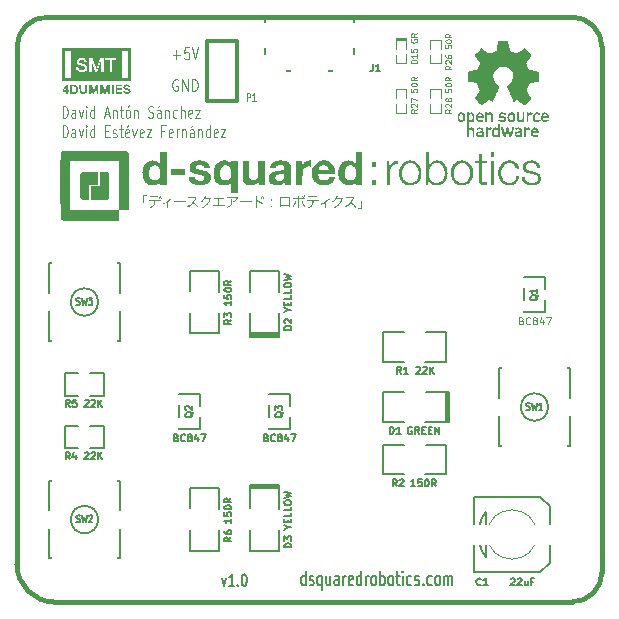
<source format=gto>
G04 (created by PCBNEW (2013-mar-13)-testing) date Mon 19 Aug 2013 04:09:37 PM CEST*
%MOIN*%
G04 Gerber Fmt 3.4, Leading zero omitted, Abs format*
%FSLAX34Y34*%
G01*
G70*
G90*
G04 APERTURE LIST*
%ADD10C,0.000787402*%
%ADD11C,0.0049*%
%ADD12C,0.007375*%
%ADD13C,0.0047*%
%ADD14C,0.00787402*%
%ADD15C,0.015*%
%ADD16C,0.007*%
%ADD17C,0.0001*%
%ADD18C,0.008*%
%ADD19C,0.004*%
%ADD20C,0.006*%
%ADD21C,0.012*%
%ADD22C,0.00393701*%
%ADD23C,0.005*%
%ADD24C,0.00492126*%
%ADD25R,0.023574X0.106299*%
%ADD26R,0.0905512X0.0708661*%
%ADD27R,0.102374X0.082674*%
%ADD28R,0.078774X0.082674*%
%ADD29R,0.145574X0.070774*%
%ADD30R,0.042874X0.031874*%
%ADD31R,0.062874X0.062874*%
%ADD32C,0.062874*%
%ADD33R,0.062974X0.122074*%
%ADD34R,0.031474X0.0314961*%
%ADD35R,0.087874X0.067874*%
%ADD36R,0.067874X0.087874*%
%ADD37R,0.042874X0.062874*%
G04 APERTURE END LIST*
G54D10*
G54D11*
X54110Y-30334D02*
X54080Y-30315D01*
X54035Y-30315D01*
X53990Y-30334D01*
X53960Y-30371D01*
X53945Y-30409D01*
X53930Y-30484D01*
X53930Y-30540D01*
X53945Y-30615D01*
X53960Y-30653D01*
X53990Y-30690D01*
X54035Y-30709D01*
X54065Y-30709D01*
X54110Y-30690D01*
X54125Y-30671D01*
X54125Y-30540D01*
X54065Y-30540D01*
X54260Y-30709D02*
X54260Y-30315D01*
X54440Y-30709D01*
X54440Y-30315D01*
X54590Y-30709D02*
X54590Y-30315D01*
X54665Y-30315D01*
X54710Y-30334D01*
X54740Y-30371D01*
X54755Y-30409D01*
X54770Y-30484D01*
X54770Y-30540D01*
X54755Y-30615D01*
X54740Y-30653D01*
X54710Y-30690D01*
X54665Y-30709D01*
X54590Y-30709D01*
X53945Y-29509D02*
X54185Y-29509D01*
X54065Y-29659D02*
X54065Y-29359D01*
X54485Y-29265D02*
X54335Y-29265D01*
X54320Y-29453D01*
X54335Y-29434D01*
X54365Y-29415D01*
X54440Y-29415D01*
X54470Y-29434D01*
X54485Y-29453D01*
X54500Y-29490D01*
X54500Y-29584D01*
X54485Y-29621D01*
X54470Y-29640D01*
X54440Y-29659D01*
X54365Y-29659D01*
X54335Y-29640D01*
X54320Y-29621D01*
X54590Y-29265D02*
X54695Y-29659D01*
X54800Y-29265D01*
G54D12*
X55578Y-46946D02*
X55648Y-47209D01*
X55719Y-46946D01*
X55985Y-47209D02*
X55817Y-47209D01*
X55901Y-47209D02*
X55901Y-46815D01*
X55873Y-46871D01*
X55845Y-46909D01*
X55817Y-46928D01*
X56112Y-47171D02*
X56126Y-47190D01*
X56112Y-47209D01*
X56098Y-47190D01*
X56112Y-47171D01*
X56112Y-47209D01*
X56309Y-46815D02*
X56337Y-46815D01*
X56365Y-46834D01*
X56379Y-46853D01*
X56393Y-46890D01*
X56407Y-46965D01*
X56407Y-47059D01*
X56393Y-47134D01*
X56379Y-47171D01*
X56365Y-47190D01*
X56337Y-47209D01*
X56309Y-47209D01*
X56280Y-47190D01*
X56266Y-47171D01*
X56252Y-47134D01*
X56238Y-47059D01*
X56238Y-46965D01*
X56252Y-46890D01*
X56266Y-46853D01*
X56280Y-46834D01*
X56309Y-46815D01*
G54D13*
X50274Y-31609D02*
X50274Y-31215D01*
X50344Y-31215D01*
X50386Y-31234D01*
X50414Y-31271D01*
X50428Y-31309D01*
X50442Y-31384D01*
X50442Y-31440D01*
X50428Y-31515D01*
X50414Y-31553D01*
X50386Y-31590D01*
X50344Y-31609D01*
X50274Y-31609D01*
X50695Y-31609D02*
X50695Y-31403D01*
X50681Y-31365D01*
X50653Y-31346D01*
X50597Y-31346D01*
X50569Y-31365D01*
X50695Y-31590D02*
X50667Y-31609D01*
X50597Y-31609D01*
X50569Y-31590D01*
X50555Y-31553D01*
X50555Y-31515D01*
X50569Y-31478D01*
X50597Y-31459D01*
X50667Y-31459D01*
X50695Y-31440D01*
X50808Y-31346D02*
X50878Y-31609D01*
X50948Y-31346D01*
X51060Y-31609D02*
X51060Y-31346D01*
X51060Y-31215D02*
X51046Y-31234D01*
X51060Y-31253D01*
X51075Y-31234D01*
X51060Y-31215D01*
X51060Y-31253D01*
X51327Y-31609D02*
X51327Y-31215D01*
X51327Y-31590D02*
X51299Y-31609D01*
X51243Y-31609D01*
X51215Y-31590D01*
X51201Y-31571D01*
X51187Y-31534D01*
X51187Y-31421D01*
X51201Y-31384D01*
X51215Y-31365D01*
X51243Y-31346D01*
X51299Y-31346D01*
X51327Y-31365D01*
X51679Y-31496D02*
X51819Y-31496D01*
X51650Y-31609D02*
X51749Y-31215D01*
X51847Y-31609D01*
X51945Y-31346D02*
X51945Y-31609D01*
X51945Y-31384D02*
X51960Y-31365D01*
X51988Y-31346D01*
X52030Y-31346D01*
X52058Y-31365D01*
X52072Y-31403D01*
X52072Y-31609D01*
X52170Y-31346D02*
X52283Y-31346D01*
X52212Y-31215D02*
X52212Y-31553D01*
X52226Y-31590D01*
X52255Y-31609D01*
X52283Y-31609D01*
X52423Y-31609D02*
X52395Y-31590D01*
X52381Y-31571D01*
X52367Y-31534D01*
X52367Y-31421D01*
X52381Y-31384D01*
X52395Y-31365D01*
X52423Y-31346D01*
X52465Y-31346D01*
X52493Y-31365D01*
X52507Y-31384D01*
X52521Y-31421D01*
X52521Y-31534D01*
X52507Y-31571D01*
X52493Y-31590D01*
X52465Y-31609D01*
X52423Y-31609D01*
X52479Y-31196D02*
X52437Y-31253D01*
X52648Y-31346D02*
X52648Y-31609D01*
X52648Y-31384D02*
X52662Y-31365D01*
X52690Y-31346D01*
X52732Y-31346D01*
X52760Y-31365D01*
X52774Y-31403D01*
X52774Y-31609D01*
X53125Y-31590D02*
X53168Y-31609D01*
X53238Y-31609D01*
X53266Y-31590D01*
X53280Y-31571D01*
X53294Y-31534D01*
X53294Y-31496D01*
X53280Y-31459D01*
X53266Y-31440D01*
X53238Y-31421D01*
X53182Y-31403D01*
X53154Y-31384D01*
X53140Y-31365D01*
X53125Y-31328D01*
X53125Y-31290D01*
X53140Y-31253D01*
X53154Y-31234D01*
X53182Y-31215D01*
X53252Y-31215D01*
X53294Y-31234D01*
X53547Y-31609D02*
X53547Y-31403D01*
X53533Y-31365D01*
X53505Y-31346D01*
X53449Y-31346D01*
X53420Y-31365D01*
X53547Y-31590D02*
X53519Y-31609D01*
X53449Y-31609D01*
X53420Y-31590D01*
X53406Y-31553D01*
X53406Y-31515D01*
X53420Y-31478D01*
X53449Y-31459D01*
X53519Y-31459D01*
X53547Y-31440D01*
X53505Y-31196D02*
X53463Y-31253D01*
X53687Y-31346D02*
X53687Y-31609D01*
X53687Y-31384D02*
X53701Y-31365D01*
X53730Y-31346D01*
X53772Y-31346D01*
X53800Y-31365D01*
X53814Y-31403D01*
X53814Y-31609D01*
X54081Y-31590D02*
X54053Y-31609D01*
X53996Y-31609D01*
X53968Y-31590D01*
X53954Y-31571D01*
X53940Y-31534D01*
X53940Y-31421D01*
X53954Y-31384D01*
X53968Y-31365D01*
X53996Y-31346D01*
X54053Y-31346D01*
X54081Y-31365D01*
X54207Y-31609D02*
X54207Y-31215D01*
X54334Y-31609D02*
X54334Y-31403D01*
X54319Y-31365D01*
X54291Y-31346D01*
X54249Y-31346D01*
X54221Y-31365D01*
X54207Y-31384D01*
X54586Y-31590D02*
X54558Y-31609D01*
X54502Y-31609D01*
X54474Y-31590D01*
X54460Y-31553D01*
X54460Y-31403D01*
X54474Y-31365D01*
X54502Y-31346D01*
X54558Y-31346D01*
X54586Y-31365D01*
X54600Y-31403D01*
X54600Y-31440D01*
X54460Y-31478D01*
X54699Y-31346D02*
X54853Y-31346D01*
X54699Y-31609D01*
X54853Y-31609D01*
G54D14*
X58372Y-47191D02*
X58372Y-46718D01*
X58372Y-47168D02*
X58342Y-47191D01*
X58282Y-47191D01*
X58252Y-47168D01*
X58237Y-47146D01*
X58222Y-47101D01*
X58222Y-46966D01*
X58237Y-46921D01*
X58252Y-46898D01*
X58282Y-46876D01*
X58342Y-46876D01*
X58372Y-46898D01*
X58507Y-47168D02*
X58537Y-47191D01*
X58597Y-47191D01*
X58627Y-47168D01*
X58642Y-47123D01*
X58642Y-47101D01*
X58627Y-47056D01*
X58597Y-47033D01*
X58552Y-47033D01*
X58522Y-47011D01*
X58507Y-46966D01*
X58507Y-46943D01*
X58522Y-46898D01*
X58552Y-46876D01*
X58597Y-46876D01*
X58627Y-46898D01*
X58912Y-46876D02*
X58912Y-47348D01*
X58912Y-47168D02*
X58882Y-47191D01*
X58822Y-47191D01*
X58792Y-47168D01*
X58777Y-47146D01*
X58762Y-47101D01*
X58762Y-46966D01*
X58777Y-46921D01*
X58792Y-46898D01*
X58822Y-46876D01*
X58882Y-46876D01*
X58912Y-46898D01*
X59197Y-46876D02*
X59197Y-47191D01*
X59062Y-46876D02*
X59062Y-47123D01*
X59077Y-47168D01*
X59107Y-47191D01*
X59152Y-47191D01*
X59182Y-47168D01*
X59197Y-47146D01*
X59482Y-47191D02*
X59482Y-46943D01*
X59467Y-46898D01*
X59437Y-46876D01*
X59377Y-46876D01*
X59347Y-46898D01*
X59482Y-47168D02*
X59452Y-47191D01*
X59377Y-47191D01*
X59347Y-47168D01*
X59332Y-47123D01*
X59332Y-47078D01*
X59347Y-47033D01*
X59377Y-47011D01*
X59452Y-47011D01*
X59482Y-46988D01*
X59632Y-47191D02*
X59632Y-46876D01*
X59632Y-46966D02*
X59647Y-46921D01*
X59662Y-46898D01*
X59692Y-46876D01*
X59722Y-46876D01*
X59947Y-47168D02*
X59917Y-47191D01*
X59857Y-47191D01*
X59827Y-47168D01*
X59812Y-47123D01*
X59812Y-46943D01*
X59827Y-46898D01*
X59857Y-46876D01*
X59917Y-46876D01*
X59947Y-46898D01*
X59962Y-46943D01*
X59962Y-46988D01*
X59812Y-47033D01*
X60232Y-47191D02*
X60232Y-46718D01*
X60232Y-47168D02*
X60202Y-47191D01*
X60142Y-47191D01*
X60112Y-47168D01*
X60097Y-47146D01*
X60082Y-47101D01*
X60082Y-46966D01*
X60097Y-46921D01*
X60112Y-46898D01*
X60142Y-46876D01*
X60202Y-46876D01*
X60232Y-46898D01*
X60382Y-47191D02*
X60382Y-46876D01*
X60382Y-46966D02*
X60397Y-46921D01*
X60412Y-46898D01*
X60442Y-46876D01*
X60472Y-46876D01*
X60622Y-47191D02*
X60592Y-47168D01*
X60577Y-47146D01*
X60562Y-47101D01*
X60562Y-46966D01*
X60577Y-46921D01*
X60592Y-46898D01*
X60622Y-46876D01*
X60667Y-46876D01*
X60697Y-46898D01*
X60712Y-46921D01*
X60727Y-46966D01*
X60727Y-47101D01*
X60712Y-47146D01*
X60697Y-47168D01*
X60667Y-47191D01*
X60622Y-47191D01*
X60862Y-47191D02*
X60862Y-46718D01*
X60862Y-46898D02*
X60892Y-46876D01*
X60952Y-46876D01*
X60982Y-46898D01*
X60997Y-46921D01*
X61012Y-46966D01*
X61012Y-47101D01*
X60997Y-47146D01*
X60982Y-47168D01*
X60952Y-47191D01*
X60892Y-47191D01*
X60862Y-47168D01*
X61192Y-47191D02*
X61162Y-47168D01*
X61147Y-47146D01*
X61132Y-47101D01*
X61132Y-46966D01*
X61147Y-46921D01*
X61162Y-46898D01*
X61192Y-46876D01*
X61237Y-46876D01*
X61267Y-46898D01*
X61282Y-46921D01*
X61297Y-46966D01*
X61297Y-47101D01*
X61282Y-47146D01*
X61267Y-47168D01*
X61237Y-47191D01*
X61192Y-47191D01*
X61387Y-46876D02*
X61507Y-46876D01*
X61432Y-46718D02*
X61432Y-47123D01*
X61447Y-47168D01*
X61477Y-47191D01*
X61507Y-47191D01*
X61612Y-47191D02*
X61612Y-46876D01*
X61612Y-46718D02*
X61597Y-46741D01*
X61612Y-46763D01*
X61627Y-46741D01*
X61612Y-46718D01*
X61612Y-46763D01*
X61897Y-47168D02*
X61867Y-47191D01*
X61807Y-47191D01*
X61777Y-47168D01*
X61762Y-47146D01*
X61747Y-47101D01*
X61747Y-46966D01*
X61762Y-46921D01*
X61777Y-46898D01*
X61807Y-46876D01*
X61867Y-46876D01*
X61897Y-46898D01*
X62017Y-47168D02*
X62047Y-47191D01*
X62107Y-47191D01*
X62137Y-47168D01*
X62152Y-47123D01*
X62152Y-47101D01*
X62137Y-47056D01*
X62107Y-47033D01*
X62062Y-47033D01*
X62032Y-47011D01*
X62017Y-46966D01*
X62017Y-46943D01*
X62032Y-46898D01*
X62062Y-46876D01*
X62107Y-46876D01*
X62137Y-46898D01*
X62287Y-47146D02*
X62302Y-47168D01*
X62287Y-47191D01*
X62272Y-47168D01*
X62287Y-47146D01*
X62287Y-47191D01*
X62572Y-47168D02*
X62542Y-47191D01*
X62482Y-47191D01*
X62452Y-47168D01*
X62437Y-47146D01*
X62422Y-47101D01*
X62422Y-46966D01*
X62437Y-46921D01*
X62452Y-46898D01*
X62482Y-46876D01*
X62542Y-46876D01*
X62572Y-46898D01*
X62752Y-47191D02*
X62722Y-47168D01*
X62707Y-47146D01*
X62692Y-47101D01*
X62692Y-46966D01*
X62707Y-46921D01*
X62722Y-46898D01*
X62752Y-46876D01*
X62797Y-46876D01*
X62827Y-46898D01*
X62842Y-46921D01*
X62857Y-46966D01*
X62857Y-47101D01*
X62842Y-47146D01*
X62827Y-47168D01*
X62797Y-47191D01*
X62752Y-47191D01*
X62992Y-47191D02*
X62992Y-46876D01*
X62992Y-46921D02*
X63007Y-46898D01*
X63037Y-46876D01*
X63082Y-46876D01*
X63112Y-46898D01*
X63127Y-46943D01*
X63127Y-47191D01*
X63127Y-46943D02*
X63142Y-46898D01*
X63172Y-46876D01*
X63217Y-46876D01*
X63247Y-46898D01*
X63262Y-46943D01*
X63262Y-47191D01*
G54D11*
X50277Y-32259D02*
X50277Y-31865D01*
X50348Y-31865D01*
X50390Y-31884D01*
X50418Y-31921D01*
X50432Y-31959D01*
X50446Y-32034D01*
X50446Y-32090D01*
X50432Y-32165D01*
X50418Y-32203D01*
X50390Y-32240D01*
X50348Y-32259D01*
X50277Y-32259D01*
X50699Y-32259D02*
X50699Y-32053D01*
X50685Y-32015D01*
X50657Y-31996D01*
X50600Y-31996D01*
X50572Y-32015D01*
X50699Y-32240D02*
X50671Y-32259D01*
X50600Y-32259D01*
X50572Y-32240D01*
X50558Y-32203D01*
X50558Y-32165D01*
X50572Y-32128D01*
X50600Y-32109D01*
X50671Y-32109D01*
X50699Y-32090D01*
X50811Y-31996D02*
X50881Y-32259D01*
X50952Y-31996D01*
X51064Y-32259D02*
X51064Y-31996D01*
X51064Y-31865D02*
X51050Y-31884D01*
X51064Y-31903D01*
X51078Y-31884D01*
X51064Y-31865D01*
X51064Y-31903D01*
X51331Y-32259D02*
X51331Y-31865D01*
X51331Y-32240D02*
X51303Y-32259D01*
X51247Y-32259D01*
X51219Y-32240D01*
X51205Y-32221D01*
X51190Y-32184D01*
X51190Y-32071D01*
X51205Y-32034D01*
X51219Y-32015D01*
X51247Y-31996D01*
X51303Y-31996D01*
X51331Y-32015D01*
X51696Y-32053D02*
X51795Y-32053D01*
X51837Y-32259D02*
X51696Y-32259D01*
X51696Y-31865D01*
X51837Y-31865D01*
X51949Y-32240D02*
X51977Y-32259D01*
X52033Y-32259D01*
X52061Y-32240D01*
X52075Y-32203D01*
X52075Y-32184D01*
X52061Y-32146D01*
X52033Y-32128D01*
X51991Y-32128D01*
X51963Y-32109D01*
X51949Y-32071D01*
X51949Y-32053D01*
X51963Y-32015D01*
X51991Y-31996D01*
X52033Y-31996D01*
X52061Y-32015D01*
X52160Y-31996D02*
X52272Y-31996D01*
X52202Y-31865D02*
X52202Y-32203D01*
X52216Y-32240D01*
X52244Y-32259D01*
X52272Y-32259D01*
X52483Y-32240D02*
X52455Y-32259D01*
X52399Y-32259D01*
X52370Y-32240D01*
X52356Y-32203D01*
X52356Y-32053D01*
X52370Y-32015D01*
X52399Y-31996D01*
X52455Y-31996D01*
X52483Y-32015D01*
X52497Y-32053D01*
X52497Y-32090D01*
X52356Y-32128D01*
X52455Y-31846D02*
X52413Y-31903D01*
X52595Y-31996D02*
X52665Y-32259D01*
X52736Y-31996D01*
X52960Y-32240D02*
X52932Y-32259D01*
X52876Y-32259D01*
X52848Y-32240D01*
X52834Y-32203D01*
X52834Y-32053D01*
X52848Y-32015D01*
X52876Y-31996D01*
X52932Y-31996D01*
X52960Y-32015D01*
X52975Y-32053D01*
X52975Y-32090D01*
X52834Y-32128D01*
X53073Y-31996D02*
X53227Y-31996D01*
X53073Y-32259D01*
X53227Y-32259D01*
X53663Y-32053D02*
X53565Y-32053D01*
X53565Y-32259D02*
X53565Y-31865D01*
X53705Y-31865D01*
X53930Y-32240D02*
X53902Y-32259D01*
X53845Y-32259D01*
X53817Y-32240D01*
X53803Y-32203D01*
X53803Y-32053D01*
X53817Y-32015D01*
X53845Y-31996D01*
X53902Y-31996D01*
X53930Y-32015D01*
X53944Y-32053D01*
X53944Y-32090D01*
X53803Y-32128D01*
X54070Y-32259D02*
X54070Y-31996D01*
X54070Y-32071D02*
X54084Y-32034D01*
X54098Y-32015D01*
X54126Y-31996D01*
X54154Y-31996D01*
X54253Y-31996D02*
X54253Y-32259D01*
X54253Y-32034D02*
X54267Y-32015D01*
X54295Y-31996D01*
X54337Y-31996D01*
X54365Y-32015D01*
X54379Y-32053D01*
X54379Y-32259D01*
X54646Y-32259D02*
X54646Y-32053D01*
X54632Y-32015D01*
X54604Y-31996D01*
X54548Y-31996D01*
X54520Y-32015D01*
X54646Y-32240D02*
X54618Y-32259D01*
X54548Y-32259D01*
X54520Y-32240D01*
X54506Y-32203D01*
X54506Y-32165D01*
X54520Y-32128D01*
X54548Y-32109D01*
X54618Y-32109D01*
X54646Y-32090D01*
X54604Y-31846D02*
X54562Y-31903D01*
X54787Y-31996D02*
X54787Y-32259D01*
X54787Y-32034D02*
X54801Y-32015D01*
X54829Y-31996D01*
X54871Y-31996D01*
X54899Y-32015D01*
X54913Y-32053D01*
X54913Y-32259D01*
X55180Y-32259D02*
X55180Y-31865D01*
X55180Y-32240D02*
X55152Y-32259D01*
X55096Y-32259D01*
X55068Y-32240D01*
X55054Y-32221D01*
X55039Y-32184D01*
X55039Y-32071D01*
X55054Y-32034D01*
X55068Y-32015D01*
X55096Y-31996D01*
X55152Y-31996D01*
X55180Y-32015D01*
X55433Y-32240D02*
X55405Y-32259D01*
X55349Y-32259D01*
X55320Y-32240D01*
X55306Y-32203D01*
X55306Y-32053D01*
X55320Y-32015D01*
X55349Y-31996D01*
X55405Y-31996D01*
X55433Y-32015D01*
X55447Y-32053D01*
X55447Y-32090D01*
X55306Y-32128D01*
X55545Y-31996D02*
X55700Y-31996D01*
X55545Y-32259D01*
X55700Y-32259D01*
G54D15*
X67250Y-28250D02*
X49750Y-28250D01*
X68250Y-46750D02*
X68250Y-29250D01*
X68250Y-29250D02*
G75*
G03X67250Y-28250I-1000J0D01*
G74*
G01*
X50000Y-47750D02*
X67250Y-47750D01*
X48750Y-46500D02*
X48750Y-29250D01*
X48750Y-46500D02*
G75*
G03X50000Y-47750I1250J0D01*
G74*
G01*
X67250Y-47750D02*
G75*
G03X68250Y-46750I0J1000D01*
G74*
G01*
X49750Y-28250D02*
G75*
G03X48750Y-29250I0J-1000D01*
G74*
G01*
G54D16*
X57673Y-30057D02*
X57870Y-30057D01*
X59327Y-30057D02*
X59130Y-30057D01*
X59996Y-29270D02*
X59996Y-29506D01*
X57004Y-29270D02*
X57004Y-29506D01*
X59996Y-28286D02*
X57004Y-28286D01*
X57004Y-28286D02*
X57004Y-28443D01*
X59996Y-28286D02*
X59996Y-28443D01*
G54D17*
G36*
X52474Y-34698D02*
X52318Y-34698D01*
X52163Y-34698D01*
X52163Y-33877D01*
X52163Y-33057D01*
X51343Y-33057D01*
X50523Y-33057D01*
X50523Y-33877D01*
X50523Y-34698D01*
X51341Y-34698D01*
X52160Y-34698D01*
X52160Y-34867D01*
X52160Y-35037D01*
X51216Y-35037D01*
X51129Y-35037D01*
X51048Y-35037D01*
X50972Y-35037D01*
X50901Y-35037D01*
X50836Y-35037D01*
X50774Y-35037D01*
X50718Y-35037D01*
X50666Y-35037D01*
X50618Y-35037D01*
X50574Y-35037D01*
X50533Y-35036D01*
X50497Y-35036D01*
X50464Y-35036D01*
X50434Y-35036D01*
X50408Y-35036D01*
X50384Y-35036D01*
X50363Y-35036D01*
X50345Y-35036D01*
X50329Y-35035D01*
X50315Y-35035D01*
X50304Y-35035D01*
X50294Y-35035D01*
X50285Y-35034D01*
X50279Y-35034D01*
X50273Y-35034D01*
X50269Y-35033D01*
X50266Y-35033D01*
X50263Y-35033D01*
X50261Y-35032D01*
X50259Y-35032D01*
X50258Y-35031D01*
X50258Y-35031D01*
X50241Y-35022D01*
X50225Y-35010D01*
X50213Y-34995D01*
X50204Y-34979D01*
X50203Y-34974D01*
X50202Y-34971D01*
X50202Y-34961D01*
X50202Y-34947D01*
X50202Y-34927D01*
X50202Y-34902D01*
X50201Y-34872D01*
X50201Y-34836D01*
X50201Y-34796D01*
X50201Y-34751D01*
X50201Y-34702D01*
X50201Y-34648D01*
X50201Y-34590D01*
X50201Y-34527D01*
X50200Y-34460D01*
X50200Y-34389D01*
X50200Y-34314D01*
X50200Y-34235D01*
X50200Y-34152D01*
X50200Y-34066D01*
X50200Y-33977D01*
X50200Y-33883D01*
X50200Y-33882D01*
X50200Y-33789D01*
X50200Y-33702D01*
X50200Y-33619D01*
X50200Y-33542D01*
X50200Y-33470D01*
X50200Y-33403D01*
X50200Y-33340D01*
X50200Y-33282D01*
X50200Y-33228D01*
X50200Y-33178D01*
X50200Y-33132D01*
X50200Y-33090D01*
X50200Y-33052D01*
X50200Y-33017D01*
X50201Y-32985D01*
X50201Y-32957D01*
X50201Y-32931D01*
X50201Y-32909D01*
X50201Y-32889D01*
X50201Y-32871D01*
X50201Y-32855D01*
X50202Y-32842D01*
X50202Y-32831D01*
X50202Y-32821D01*
X50202Y-32813D01*
X50203Y-32807D01*
X50203Y-32802D01*
X50203Y-32798D01*
X50204Y-32794D01*
X50204Y-32792D01*
X50204Y-32790D01*
X50205Y-32789D01*
X50205Y-32787D01*
X50205Y-32787D01*
X50214Y-32773D01*
X50226Y-32759D01*
X50240Y-32747D01*
X50249Y-32741D01*
X50264Y-32733D01*
X51337Y-32733D01*
X52410Y-32733D01*
X52425Y-32741D01*
X52435Y-32748D01*
X52445Y-32756D01*
X52452Y-32763D01*
X52454Y-32765D01*
X52456Y-32767D01*
X52458Y-32768D01*
X52459Y-32769D01*
X52461Y-32770D01*
X52462Y-32772D01*
X52463Y-32774D01*
X52465Y-32777D01*
X52466Y-32780D01*
X52467Y-32784D01*
X52468Y-32790D01*
X52469Y-32797D01*
X52469Y-32805D01*
X52470Y-32816D01*
X52471Y-32828D01*
X52471Y-32842D01*
X52472Y-32858D01*
X52472Y-32877D01*
X52473Y-32898D01*
X52473Y-32922D01*
X52473Y-32949D01*
X52473Y-32979D01*
X52474Y-33013D01*
X52474Y-33050D01*
X52474Y-33090D01*
X52474Y-33135D01*
X52474Y-33183D01*
X52474Y-33236D01*
X52474Y-33293D01*
X52474Y-33354D01*
X52474Y-33421D01*
X52474Y-33492D01*
X52474Y-33568D01*
X52474Y-33650D01*
X52474Y-33737D01*
X52474Y-33751D01*
X52474Y-34698D01*
X52474Y-34698D01*
X52474Y-34698D01*
G37*
G36*
X60244Y-34583D02*
X60244Y-34599D01*
X60244Y-34611D01*
X60243Y-34618D01*
X60243Y-34619D01*
X60243Y-34635D01*
X60179Y-34635D01*
X60115Y-34635D01*
X60115Y-34621D01*
X60115Y-34607D01*
X60164Y-34607D01*
X60212Y-34607D01*
X60212Y-34494D01*
X60212Y-34381D01*
X60227Y-34381D01*
X60243Y-34381D01*
X60243Y-34492D01*
X60244Y-34517D01*
X60244Y-34541D01*
X60244Y-34563D01*
X60244Y-34583D01*
X60244Y-34583D01*
X60244Y-34583D01*
G37*
G36*
X53897Y-34318D02*
X53872Y-34341D01*
X53860Y-34352D01*
X53845Y-34366D01*
X53829Y-34379D01*
X53816Y-34390D01*
X53786Y-34416D01*
X53787Y-34519D01*
X53788Y-34621D01*
X53770Y-34621D01*
X53752Y-34621D01*
X53752Y-34529D01*
X53752Y-34507D01*
X53752Y-34487D01*
X53752Y-34469D01*
X53751Y-34455D01*
X53751Y-34445D01*
X53750Y-34439D01*
X53750Y-34438D01*
X53747Y-34439D01*
X53740Y-34443D01*
X53729Y-34448D01*
X53717Y-34455D01*
X53711Y-34458D01*
X53699Y-34463D01*
X53685Y-34470D01*
X53670Y-34477D01*
X53655Y-34483D01*
X53640Y-34489D01*
X53627Y-34495D01*
X53616Y-34499D01*
X53608Y-34501D01*
X53604Y-34502D01*
X53604Y-34502D01*
X53601Y-34497D01*
X53597Y-34489D01*
X53593Y-34482D01*
X53590Y-34476D01*
X53589Y-34473D01*
X53589Y-34473D01*
X53591Y-34472D01*
X53599Y-34469D01*
X53609Y-34465D01*
X53622Y-34461D01*
X53624Y-34461D01*
X53671Y-34443D01*
X53715Y-34421D01*
X53757Y-34395D01*
X53797Y-34365D01*
X53835Y-34330D01*
X53848Y-34318D01*
X53857Y-34309D01*
X53864Y-34304D01*
X53870Y-34301D01*
X53874Y-34301D01*
X53879Y-34304D01*
X53885Y-34308D01*
X53889Y-34311D01*
X53897Y-34318D01*
X53897Y-34318D01*
X53897Y-34318D01*
G37*
G36*
X59171Y-34317D02*
X59152Y-34336D01*
X59137Y-34350D01*
X59118Y-34366D01*
X59100Y-34382D01*
X59082Y-34397D01*
X59074Y-34404D01*
X59060Y-34415D01*
X59061Y-34518D01*
X59062Y-34621D01*
X59044Y-34621D01*
X59027Y-34621D01*
X59027Y-34529D01*
X59027Y-34507D01*
X59026Y-34487D01*
X59026Y-34469D01*
X59026Y-34455D01*
X59025Y-34445D01*
X59025Y-34439D01*
X59024Y-34438D01*
X59021Y-34439D01*
X59014Y-34443D01*
X59004Y-34448D01*
X58991Y-34455D01*
X58988Y-34456D01*
X58972Y-34465D01*
X58958Y-34471D01*
X58945Y-34477D01*
X58931Y-34483D01*
X58914Y-34489D01*
X58902Y-34494D01*
X58880Y-34502D01*
X58872Y-34491D01*
X58868Y-34483D01*
X58865Y-34478D01*
X58864Y-34476D01*
X58866Y-34473D01*
X58873Y-34470D01*
X58885Y-34465D01*
X58892Y-34463D01*
X58941Y-34445D01*
X58987Y-34422D01*
X59031Y-34395D01*
X59073Y-34363D01*
X59111Y-34329D01*
X59123Y-34317D01*
X59132Y-34308D01*
X59139Y-34303D01*
X59145Y-34301D01*
X59149Y-34301D01*
X59155Y-34304D01*
X59161Y-34309D01*
X59164Y-34311D01*
X59171Y-34317D01*
X59171Y-34317D01*
X59171Y-34317D01*
G37*
G36*
X58342Y-34324D02*
X58252Y-34324D01*
X58161Y-34324D01*
X58162Y-34471D01*
X58163Y-34618D01*
X58145Y-34618D01*
X58127Y-34618D01*
X58127Y-34471D01*
X58127Y-34324D01*
X58040Y-34324D01*
X57952Y-34324D01*
X57952Y-34307D01*
X57952Y-34291D01*
X58040Y-34292D01*
X58127Y-34294D01*
X58127Y-34251D01*
X58127Y-34208D01*
X58146Y-34208D01*
X58165Y-34208D01*
X58164Y-34250D01*
X58163Y-34292D01*
X58252Y-34291D01*
X58342Y-34291D01*
X58342Y-34308D01*
X58342Y-34324D01*
X58342Y-34324D01*
X58342Y-34324D01*
G37*
G36*
X55211Y-34283D02*
X55210Y-34286D01*
X55208Y-34293D01*
X55205Y-34303D01*
X55200Y-34316D01*
X55195Y-34329D01*
X55190Y-34343D01*
X55185Y-34356D01*
X55181Y-34367D01*
X55158Y-34413D01*
X55132Y-34456D01*
X55103Y-34494D01*
X55070Y-34528D01*
X55033Y-34558D01*
X54992Y-34585D01*
X54968Y-34598D01*
X54935Y-34616D01*
X54923Y-34601D01*
X54917Y-34593D01*
X54914Y-34587D01*
X54914Y-34585D01*
X54918Y-34583D01*
X54925Y-34580D01*
X54936Y-34575D01*
X54943Y-34571D01*
X54983Y-34549D01*
X55021Y-34522D01*
X55055Y-34491D01*
X55087Y-34455D01*
X55114Y-34417D01*
X55137Y-34377D01*
X55140Y-34370D01*
X55145Y-34360D01*
X55149Y-34348D01*
X55154Y-34335D01*
X55159Y-34323D01*
X55162Y-34312D01*
X55165Y-34304D01*
X55166Y-34300D01*
X55165Y-34300D01*
X55163Y-34300D01*
X55155Y-34300D01*
X55143Y-34300D01*
X55127Y-34300D01*
X55109Y-34300D01*
X55088Y-34301D01*
X55083Y-34301D01*
X55002Y-34303D01*
X54985Y-34326D01*
X54971Y-34344D01*
X54955Y-34363D01*
X54937Y-34382D01*
X54919Y-34401D01*
X54903Y-34415D01*
X54886Y-34430D01*
X54873Y-34417D01*
X54867Y-34411D01*
X54862Y-34406D01*
X54861Y-34404D01*
X54863Y-34401D01*
X54869Y-34396D01*
X54877Y-34390D01*
X54880Y-34388D01*
X54904Y-34367D01*
X54928Y-34342D01*
X54951Y-34313D01*
X54972Y-34282D01*
X54990Y-34250D01*
X55005Y-34218D01*
X55007Y-34213D01*
X55009Y-34206D01*
X55012Y-34202D01*
X55016Y-34201D01*
X55022Y-34201D01*
X55031Y-34203D01*
X55040Y-34206D01*
X55050Y-34209D01*
X55035Y-34240D01*
X55019Y-34271D01*
X55105Y-34269D01*
X55191Y-34267D01*
X55200Y-34275D01*
X55206Y-34280D01*
X55210Y-34283D01*
X55211Y-34283D01*
X55211Y-34283D01*
X55211Y-34283D01*
G37*
G36*
X58812Y-34386D02*
X58724Y-34386D01*
X58637Y-34386D01*
X58634Y-34414D01*
X58628Y-34450D01*
X58620Y-34482D01*
X58609Y-34509D01*
X58595Y-34533D01*
X58578Y-34554D01*
X58556Y-34573D01*
X58530Y-34590D01*
X58504Y-34604D01*
X58481Y-34615D01*
X58470Y-34600D01*
X58464Y-34592D01*
X58460Y-34586D01*
X58459Y-34583D01*
X58462Y-34582D01*
X58468Y-34579D01*
X58478Y-34575D01*
X58480Y-34574D01*
X58510Y-34559D01*
X58535Y-34542D01*
X58555Y-34523D01*
X58571Y-34500D01*
X58584Y-34475D01*
X58584Y-34473D01*
X58587Y-34464D01*
X58590Y-34453D01*
X58592Y-34440D01*
X58595Y-34426D01*
X58597Y-34413D01*
X58599Y-34401D01*
X58599Y-34393D01*
X58599Y-34388D01*
X58599Y-34388D01*
X58596Y-34387D01*
X58588Y-34387D01*
X58575Y-34387D01*
X58559Y-34387D01*
X58540Y-34386D01*
X58519Y-34386D01*
X58504Y-34386D01*
X58410Y-34386D01*
X58410Y-34370D01*
X58410Y-34354D01*
X58611Y-34354D01*
X58812Y-34354D01*
X58812Y-34370D01*
X58812Y-34386D01*
X58812Y-34386D01*
X58812Y-34386D01*
G37*
G36*
X59606Y-34285D02*
X59595Y-34318D01*
X59574Y-34370D01*
X59551Y-34418D01*
X59523Y-34461D01*
X59492Y-34500D01*
X59458Y-34534D01*
X59420Y-34564D01*
X59415Y-34568D01*
X59407Y-34573D01*
X59397Y-34579D01*
X59385Y-34586D01*
X59372Y-34594D01*
X59359Y-34601D01*
X59348Y-34607D01*
X59339Y-34612D01*
X59333Y-34615D01*
X59332Y-34616D01*
X59330Y-34614D01*
X59325Y-34608D01*
X59318Y-34601D01*
X59312Y-34594D01*
X59308Y-34589D01*
X59307Y-34586D01*
X59310Y-34585D01*
X59317Y-34582D01*
X59324Y-34579D01*
X59360Y-34561D01*
X59395Y-34538D01*
X59429Y-34511D01*
X59460Y-34480D01*
X59489Y-34446D01*
X59514Y-34410D01*
X59530Y-34381D01*
X59535Y-34371D01*
X59540Y-34359D01*
X59546Y-34345D01*
X59551Y-34332D01*
X59556Y-34319D01*
X59559Y-34310D01*
X59561Y-34303D01*
X59561Y-34302D01*
X59558Y-34301D01*
X59550Y-34301D01*
X59537Y-34300D01*
X59518Y-34300D01*
X59494Y-34300D01*
X59480Y-34301D01*
X59456Y-34301D01*
X59437Y-34302D01*
X59423Y-34302D01*
X59412Y-34303D01*
X59405Y-34303D01*
X59400Y-34304D01*
X59397Y-34305D01*
X59395Y-34307D01*
X59394Y-34307D01*
X59391Y-34312D01*
X59385Y-34320D01*
X59378Y-34329D01*
X59376Y-34332D01*
X59367Y-34343D01*
X59355Y-34357D01*
X59341Y-34372D01*
X59327Y-34387D01*
X59313Y-34402D01*
X59300Y-34413D01*
X59295Y-34418D01*
X59282Y-34429D01*
X59269Y-34417D01*
X59262Y-34411D01*
X59257Y-34406D01*
X59256Y-34404D01*
X59258Y-34401D01*
X59263Y-34396D01*
X59267Y-34394D01*
X59279Y-34385D01*
X59292Y-34373D01*
X59307Y-34359D01*
X59321Y-34344D01*
X59334Y-34329D01*
X59339Y-34323D01*
X59362Y-34290D01*
X59383Y-34255D01*
X59396Y-34226D01*
X59401Y-34214D01*
X59405Y-34206D01*
X59409Y-34202D01*
X59415Y-34201D01*
X59423Y-34202D01*
X59434Y-34206D01*
X59445Y-34209D01*
X59429Y-34240D01*
X59414Y-34271D01*
X59501Y-34269D01*
X59587Y-34267D01*
X59597Y-34276D01*
X59606Y-34285D01*
X59606Y-34285D01*
X59606Y-34285D01*
G37*
G36*
X53537Y-34384D02*
X53450Y-34384D01*
X53364Y-34385D01*
X53360Y-34415D01*
X53354Y-34451D01*
X53345Y-34483D01*
X53333Y-34511D01*
X53318Y-34536D01*
X53299Y-34557D01*
X53276Y-34576D01*
X53248Y-34593D01*
X53224Y-34605D01*
X53206Y-34613D01*
X53196Y-34597D01*
X53191Y-34589D01*
X53188Y-34583D01*
X53187Y-34581D01*
X53190Y-34579D01*
X53197Y-34576D01*
X53207Y-34571D01*
X53219Y-34565D01*
X53221Y-34564D01*
X53247Y-34549D01*
X53269Y-34533D01*
X53287Y-34515D01*
X53301Y-34494D01*
X53311Y-34470D01*
X53318Y-34441D01*
X53321Y-34427D01*
X53323Y-34414D01*
X53324Y-34403D01*
X53325Y-34395D01*
X53325Y-34393D01*
X53325Y-34384D01*
X53230Y-34384D01*
X53136Y-34384D01*
X53136Y-34367D01*
X53136Y-34351D01*
X53336Y-34351D01*
X53537Y-34351D01*
X53537Y-34367D01*
X53537Y-34384D01*
X53537Y-34384D01*
X53537Y-34384D01*
G37*
G36*
X55933Y-34347D02*
X55931Y-34389D01*
X55926Y-34427D01*
X55918Y-34461D01*
X55906Y-34492D01*
X55890Y-34519D01*
X55871Y-34542D01*
X55852Y-34560D01*
X55838Y-34571D01*
X55820Y-34582D01*
X55800Y-34594D01*
X55782Y-34603D01*
X55774Y-34607D01*
X55761Y-34612D01*
X55749Y-34596D01*
X55738Y-34580D01*
X55758Y-34572D01*
X55788Y-34558D01*
X55815Y-34541D01*
X55840Y-34520D01*
X55841Y-34518D01*
X55857Y-34501D01*
X55869Y-34483D01*
X55879Y-34464D01*
X55886Y-34443D01*
X55891Y-34419D01*
X55894Y-34391D01*
X55895Y-34366D01*
X55897Y-34322D01*
X55915Y-34322D01*
X55933Y-34322D01*
X55933Y-34347D01*
X55933Y-34347D01*
X55933Y-34347D01*
G37*
G36*
X56964Y-34453D02*
X56954Y-34470D01*
X56949Y-34479D01*
X56946Y-34485D01*
X56944Y-34488D01*
X56944Y-34488D01*
X56941Y-34487D01*
X56935Y-34483D01*
X56926Y-34478D01*
X56917Y-34472D01*
X56887Y-34454D01*
X56854Y-34436D01*
X56818Y-34418D01*
X56787Y-34404D01*
X56774Y-34398D01*
X56763Y-34392D01*
X56754Y-34389D01*
X56749Y-34387D01*
X56748Y-34386D01*
X56748Y-34389D01*
X56748Y-34397D01*
X56748Y-34409D01*
X56748Y-34425D01*
X56747Y-34445D01*
X56747Y-34467D01*
X56747Y-34491D01*
X56747Y-34500D01*
X56747Y-34613D01*
X56728Y-34613D01*
X56709Y-34613D01*
X56709Y-34411D01*
X56709Y-34208D01*
X56728Y-34208D01*
X56747Y-34208D01*
X56748Y-34279D01*
X56749Y-34350D01*
X56777Y-34361D01*
X56803Y-34371D01*
X56832Y-34384D01*
X56862Y-34398D01*
X56893Y-34413D01*
X56921Y-34428D01*
X56946Y-34442D01*
X56956Y-34448D01*
X56964Y-34453D01*
X56964Y-34453D01*
X56964Y-34453D01*
G37*
G36*
X54802Y-34570D02*
X54789Y-34586D01*
X54782Y-34593D01*
X54777Y-34599D01*
X54775Y-34601D01*
X54775Y-34601D01*
X54773Y-34599D01*
X54769Y-34594D01*
X54762Y-34586D01*
X54760Y-34584D01*
X54751Y-34574D01*
X54738Y-34560D01*
X54723Y-34545D01*
X54706Y-34528D01*
X54689Y-34512D01*
X54672Y-34496D01*
X54657Y-34482D01*
X54646Y-34473D01*
X54620Y-34451D01*
X54587Y-34483D01*
X54552Y-34516D01*
X54515Y-34545D01*
X54477Y-34570D01*
X54473Y-34572D01*
X54457Y-34582D01*
X54445Y-34589D01*
X54437Y-34593D01*
X54432Y-34594D01*
X54429Y-34594D01*
X54428Y-34594D01*
X54422Y-34586D01*
X54416Y-34578D01*
X54411Y-34571D01*
X54409Y-34566D01*
X54408Y-34566D01*
X54411Y-34563D01*
X54417Y-34559D01*
X54426Y-34554D01*
X54432Y-34552D01*
X54472Y-34530D01*
X54511Y-34502D01*
X54548Y-34471D01*
X54583Y-34435D01*
X54615Y-34397D01*
X54643Y-34356D01*
X54667Y-34314D01*
X54676Y-34295D01*
X54683Y-34278D01*
X54583Y-34280D01*
X54559Y-34280D01*
X54537Y-34281D01*
X54516Y-34282D01*
X54498Y-34282D01*
X54484Y-34283D01*
X54474Y-34283D01*
X54470Y-34284D01*
X54456Y-34285D01*
X54456Y-34266D01*
X54456Y-34246D01*
X54586Y-34246D01*
X54716Y-34246D01*
X54723Y-34253D01*
X54728Y-34259D01*
X54731Y-34264D01*
X54731Y-34264D01*
X54729Y-34269D01*
X54726Y-34277D01*
X54720Y-34289D01*
X54713Y-34304D01*
X54704Y-34319D01*
X54696Y-34336D01*
X54687Y-34352D01*
X54678Y-34368D01*
X54670Y-34381D01*
X54663Y-34392D01*
X54662Y-34393D01*
X54641Y-34424D01*
X54664Y-34443D01*
X54687Y-34462D01*
X54712Y-34483D01*
X54737Y-34506D01*
X54760Y-34528D01*
X54776Y-34543D01*
X54802Y-34570D01*
X54802Y-34570D01*
X54802Y-34570D01*
G37*
G36*
X60067Y-34572D02*
X60053Y-34587D01*
X60040Y-34602D01*
X60017Y-34575D01*
X59998Y-34554D01*
X59975Y-34531D01*
X59951Y-34508D01*
X59926Y-34485D01*
X59901Y-34465D01*
X59889Y-34455D01*
X59887Y-34454D01*
X59884Y-34455D01*
X59879Y-34459D01*
X59872Y-34465D01*
X59862Y-34474D01*
X59854Y-34482D01*
X59840Y-34496D01*
X59824Y-34510D01*
X59807Y-34524D01*
X59793Y-34535D01*
X59792Y-34536D01*
X59780Y-34545D01*
X59765Y-34554D01*
X59750Y-34564D01*
X59735Y-34574D01*
X59721Y-34582D01*
X59710Y-34589D01*
X59701Y-34594D01*
X59699Y-34594D01*
X59695Y-34594D01*
X59690Y-34588D01*
X59683Y-34580D01*
X59671Y-34565D01*
X59694Y-34553D01*
X59742Y-34526D01*
X59786Y-34495D01*
X59826Y-34459D01*
X59863Y-34419D01*
X59895Y-34376D01*
X59924Y-34328D01*
X59931Y-34315D01*
X59936Y-34303D01*
X59941Y-34293D01*
X59945Y-34285D01*
X59946Y-34281D01*
X59944Y-34281D01*
X59940Y-34280D01*
X59932Y-34279D01*
X59921Y-34279D01*
X59905Y-34279D01*
X59884Y-34279D01*
X59859Y-34280D01*
X59845Y-34280D01*
X59821Y-34281D01*
X59798Y-34281D01*
X59778Y-34282D01*
X59761Y-34282D01*
X59747Y-34283D01*
X59737Y-34283D01*
X59733Y-34284D01*
X59722Y-34285D01*
X59722Y-34267D01*
X59722Y-34249D01*
X59852Y-34247D01*
X59981Y-34245D01*
X59989Y-34253D01*
X59997Y-34261D01*
X59984Y-34291D01*
X59956Y-34345D01*
X59925Y-34396D01*
X59924Y-34398D01*
X59905Y-34424D01*
X59915Y-34432D01*
X59928Y-34442D01*
X59943Y-34454D01*
X59959Y-34468D01*
X59976Y-34483D01*
X59994Y-34498D01*
X60010Y-34514D01*
X60026Y-34528D01*
X60040Y-34541D01*
X60051Y-34552D01*
X60058Y-34560D01*
X60061Y-34564D01*
X60067Y-34572D01*
X60067Y-34572D01*
X60067Y-34572D01*
G37*
G36*
X57265Y-34596D02*
X57241Y-34596D01*
X57217Y-34596D01*
X57217Y-34572D01*
X57217Y-34548D01*
X57241Y-34548D01*
X57265Y-34548D01*
X57265Y-34572D01*
X57265Y-34596D01*
X57265Y-34596D01*
X57265Y-34596D01*
G37*
G36*
X57857Y-34254D02*
X57857Y-34423D01*
X57857Y-34592D01*
X57839Y-34592D01*
X57822Y-34593D01*
X57822Y-34590D01*
X57822Y-34525D01*
X57821Y-34406D01*
X57820Y-34286D01*
X57690Y-34285D01*
X57559Y-34285D01*
X57559Y-34405D01*
X57559Y-34525D01*
X57690Y-34525D01*
X57822Y-34525D01*
X57822Y-34590D01*
X57821Y-34575D01*
X57820Y-34558D01*
X57690Y-34557D01*
X57559Y-34556D01*
X57558Y-34574D01*
X57557Y-34592D01*
X57540Y-34592D01*
X57522Y-34593D01*
X57522Y-34423D01*
X57522Y-34254D01*
X57690Y-34254D01*
X57857Y-34254D01*
X57857Y-34254D01*
X57857Y-34254D01*
G37*
G36*
X58356Y-34556D02*
X58354Y-34558D01*
X58348Y-34563D01*
X58341Y-34568D01*
X58326Y-34578D01*
X58311Y-34555D01*
X58304Y-34544D01*
X58296Y-34529D01*
X58287Y-34512D01*
X58279Y-34497D01*
X58279Y-34495D01*
X58273Y-34482D01*
X58266Y-34467D01*
X58259Y-34451D01*
X58252Y-34435D01*
X58246Y-34419D01*
X58241Y-34405D01*
X58236Y-34393D01*
X58234Y-34384D01*
X58233Y-34379D01*
X58233Y-34379D01*
X58236Y-34378D01*
X58242Y-34376D01*
X58250Y-34373D01*
X58258Y-34371D01*
X58263Y-34370D01*
X58265Y-34370D01*
X58266Y-34373D01*
X58268Y-34380D01*
X58271Y-34390D01*
X58275Y-34402D01*
X58284Y-34425D01*
X58295Y-34450D01*
X58307Y-34475D01*
X58320Y-34499D01*
X58332Y-34520D01*
X58339Y-34530D01*
X58346Y-34540D01*
X58352Y-34548D01*
X58356Y-34554D01*
X58356Y-34556D01*
X58356Y-34556D01*
X58356Y-34556D01*
G37*
G36*
X58058Y-34382D02*
X58058Y-34386D01*
X58058Y-34386D01*
X58054Y-34399D01*
X58049Y-34414D01*
X58043Y-34433D01*
X58036Y-34451D01*
X58029Y-34469D01*
X58022Y-34485D01*
X58020Y-34491D01*
X58014Y-34502D01*
X58007Y-34515D01*
X57999Y-34529D01*
X57991Y-34542D01*
X57983Y-34555D01*
X57976Y-34565D01*
X57971Y-34572D01*
X57967Y-34576D01*
X57967Y-34576D01*
X57964Y-34574D01*
X57957Y-34570D01*
X57950Y-34566D01*
X57935Y-34556D01*
X57953Y-34533D01*
X57974Y-34501D01*
X57993Y-34465D01*
X58008Y-34426D01*
X58018Y-34390D01*
X58021Y-34380D01*
X58023Y-34373D01*
X58024Y-34370D01*
X58024Y-34370D01*
X58028Y-34370D01*
X58035Y-34372D01*
X58043Y-34374D01*
X58052Y-34377D01*
X58057Y-34379D01*
X58058Y-34382D01*
X58058Y-34382D01*
X58058Y-34382D01*
G37*
G36*
X55681Y-34553D02*
X55480Y-34553D01*
X55279Y-34553D01*
X55279Y-34536D01*
X55279Y-34518D01*
X55368Y-34519D01*
X55458Y-34520D01*
X55458Y-34410D01*
X55458Y-34301D01*
X55387Y-34302D01*
X55316Y-34303D01*
X55316Y-34286D01*
X55316Y-34269D01*
X55480Y-34269D01*
X55644Y-34269D01*
X55644Y-34286D01*
X55644Y-34303D01*
X55569Y-34302D01*
X55494Y-34301D01*
X55494Y-34411D01*
X55494Y-34520D01*
X55588Y-34519D01*
X55681Y-34518D01*
X55681Y-34536D01*
X55681Y-34553D01*
X55681Y-34553D01*
X55681Y-34553D01*
G37*
G36*
X53088Y-34186D02*
X53087Y-34201D01*
X53086Y-34215D01*
X53039Y-34216D01*
X52991Y-34217D01*
X52991Y-34324D01*
X52991Y-34349D01*
X52991Y-34371D01*
X52991Y-34391D01*
X52991Y-34408D01*
X52991Y-34422D01*
X52990Y-34431D01*
X52990Y-34435D01*
X52990Y-34435D01*
X52987Y-34438D01*
X52979Y-34439D01*
X52974Y-34440D01*
X52958Y-34441D01*
X52958Y-34313D01*
X52958Y-34186D01*
X53023Y-34186D01*
X53088Y-34186D01*
X53088Y-34186D01*
X53088Y-34186D01*
G37*
G36*
X54394Y-34428D02*
X54192Y-34428D01*
X53990Y-34428D01*
X53990Y-34410D01*
X53990Y-34391D01*
X54191Y-34391D01*
X54393Y-34392D01*
X54394Y-34410D01*
X54394Y-34428D01*
X54394Y-34428D01*
X54394Y-34428D01*
G37*
G36*
X56575Y-34428D02*
X56373Y-34428D01*
X56170Y-34428D01*
X56170Y-34410D01*
X56170Y-34391D01*
X56372Y-34391D01*
X56573Y-34392D01*
X56574Y-34410D01*
X56575Y-34428D01*
X56575Y-34428D01*
X56575Y-34428D01*
G37*
G36*
X56127Y-34257D02*
X56118Y-34276D01*
X56102Y-34303D01*
X56083Y-34329D01*
X56061Y-34354D01*
X56038Y-34377D01*
X56016Y-34394D01*
X56007Y-34400D01*
X55997Y-34406D01*
X55987Y-34412D01*
X55979Y-34416D01*
X55975Y-34418D01*
X55974Y-34418D01*
X55972Y-34416D01*
X55968Y-34411D01*
X55963Y-34405D01*
X55957Y-34398D01*
X55954Y-34393D01*
X55953Y-34391D01*
X55955Y-34389D01*
X55961Y-34386D01*
X55968Y-34383D01*
X55991Y-34370D01*
X56014Y-34353D01*
X56037Y-34332D01*
X56038Y-34331D01*
X56046Y-34321D01*
X56055Y-34310D01*
X56064Y-34299D01*
X56071Y-34288D01*
X56077Y-34280D01*
X56080Y-34274D01*
X56080Y-34273D01*
X56077Y-34272D01*
X56069Y-34272D01*
X56056Y-34271D01*
X56038Y-34271D01*
X56016Y-34271D01*
X55990Y-34271D01*
X55961Y-34271D01*
X55928Y-34271D01*
X55913Y-34271D01*
X55746Y-34272D01*
X55746Y-34255D01*
X55746Y-34238D01*
X55927Y-34239D01*
X56109Y-34239D01*
X56118Y-34248D01*
X56127Y-34257D01*
X56127Y-34257D01*
X56127Y-34257D01*
G37*
G36*
X57265Y-34378D02*
X57241Y-34378D01*
X57217Y-34378D01*
X57217Y-34354D01*
X57217Y-34330D01*
X57241Y-34330D01*
X57265Y-34330D01*
X57265Y-34354D01*
X57265Y-34378D01*
X57265Y-34378D01*
X57265Y-34378D01*
G37*
G36*
X51461Y-33846D02*
X51304Y-33846D01*
X51148Y-33846D01*
X51147Y-34092D01*
X51146Y-34337D01*
X51053Y-34337D01*
X51029Y-34337D01*
X51007Y-34337D01*
X50986Y-34337D01*
X50969Y-34337D01*
X50954Y-34336D01*
X50944Y-34336D01*
X50941Y-34336D01*
X50919Y-34331D01*
X50900Y-34321D01*
X50884Y-34306D01*
X50871Y-34287D01*
X50869Y-34283D01*
X50860Y-34266D01*
X50861Y-33875D01*
X50862Y-33484D01*
X50869Y-33469D01*
X50879Y-33452D01*
X50892Y-33438D01*
X50908Y-33426D01*
X50912Y-33424D01*
X50915Y-33423D01*
X50917Y-33422D01*
X50920Y-33421D01*
X50923Y-33421D01*
X50928Y-33420D01*
X50934Y-33419D01*
X50942Y-33419D01*
X50953Y-33419D01*
X50965Y-33418D01*
X50981Y-33418D01*
X51000Y-33418D01*
X51023Y-33418D01*
X51049Y-33418D01*
X51080Y-33417D01*
X51115Y-33417D01*
X51156Y-33417D01*
X51193Y-33417D01*
X51461Y-33416D01*
X51461Y-33631D01*
X51461Y-33846D01*
X51461Y-33846D01*
X51461Y-33846D01*
G37*
G36*
X51819Y-34269D02*
X51813Y-34282D01*
X51800Y-34302D01*
X51784Y-34317D01*
X51768Y-34328D01*
X51749Y-34337D01*
X51481Y-34338D01*
X51213Y-34339D01*
X51213Y-34118D01*
X51213Y-33897D01*
X51369Y-33897D01*
X51525Y-33896D01*
X51526Y-33656D01*
X51526Y-33416D01*
X51642Y-33417D01*
X51757Y-33418D01*
X51772Y-33426D01*
X51791Y-33440D01*
X51806Y-33457D01*
X51813Y-33470D01*
X51819Y-33483D01*
X51819Y-33876D01*
X51819Y-34269D01*
X51819Y-34269D01*
X51819Y-34269D01*
G37*
G36*
X53529Y-34313D02*
X53526Y-34315D01*
X53520Y-34318D01*
X53517Y-34320D01*
X53509Y-34323D01*
X53505Y-34324D01*
X53504Y-34323D01*
X53503Y-34322D01*
X53502Y-34319D01*
X53499Y-34312D01*
X53493Y-34302D01*
X53487Y-34290D01*
X53485Y-34287D01*
X53467Y-34253D01*
X53477Y-34249D01*
X53484Y-34246D01*
X53489Y-34245D01*
X53490Y-34245D01*
X53493Y-34247D01*
X53498Y-34254D01*
X53504Y-34263D01*
X53510Y-34274D01*
X53516Y-34285D01*
X53522Y-34296D01*
X53526Y-34305D01*
X53529Y-34311D01*
X53529Y-34313D01*
X53529Y-34313D01*
X53529Y-34313D01*
G37*
G36*
X56937Y-34311D02*
X56934Y-34314D01*
X56929Y-34318D01*
X56922Y-34322D01*
X56916Y-34324D01*
X56915Y-34324D01*
X56912Y-34322D01*
X56908Y-34316D01*
X56901Y-34306D01*
X56894Y-34295D01*
X56890Y-34290D01*
X56882Y-34277D01*
X56875Y-34266D01*
X56870Y-34258D01*
X56868Y-34253D01*
X56867Y-34252D01*
X56870Y-34250D01*
X56876Y-34246D01*
X56878Y-34246D01*
X56885Y-34243D01*
X56890Y-34243D01*
X56893Y-34245D01*
X56897Y-34249D01*
X56902Y-34257D01*
X56909Y-34266D01*
X56916Y-34277D01*
X56923Y-34288D01*
X56930Y-34298D01*
X56934Y-34306D01*
X56937Y-34311D01*
X56937Y-34311D01*
X56937Y-34311D01*
X56937Y-34311D01*
G37*
G36*
X53580Y-34293D02*
X53569Y-34299D01*
X53561Y-34302D01*
X53557Y-34304D01*
X53556Y-34305D01*
X53554Y-34302D01*
X53550Y-34296D01*
X53545Y-34287D01*
X53543Y-34283D01*
X53537Y-34270D01*
X53530Y-34257D01*
X53524Y-34247D01*
X53523Y-34246D01*
X53514Y-34231D01*
X53522Y-34228D01*
X53530Y-34226D01*
X53538Y-34227D01*
X53545Y-34232D01*
X53552Y-34241D01*
X53560Y-34255D01*
X53566Y-34266D01*
X53580Y-34293D01*
X53580Y-34293D01*
X53580Y-34293D01*
G37*
G36*
X56987Y-34292D02*
X56984Y-34293D01*
X56978Y-34297D01*
X56974Y-34298D01*
X56963Y-34304D01*
X56955Y-34291D01*
X56950Y-34283D01*
X56943Y-34272D01*
X56935Y-34259D01*
X56931Y-34253D01*
X56914Y-34229D01*
X56927Y-34224D01*
X56935Y-34221D01*
X56941Y-34221D01*
X56942Y-34221D01*
X56947Y-34228D01*
X56953Y-34238D01*
X56961Y-34249D01*
X56968Y-34260D01*
X56975Y-34271D01*
X56981Y-34281D01*
X56985Y-34288D01*
X56987Y-34291D01*
X56987Y-34292D01*
X56987Y-34292D01*
X56987Y-34292D01*
G37*
G36*
X58315Y-34257D02*
X58315Y-34260D01*
X58309Y-34264D01*
X58304Y-34267D01*
X58292Y-34273D01*
X58280Y-34253D01*
X58273Y-34241D01*
X58266Y-34230D01*
X58260Y-34221D01*
X58260Y-34221D01*
X58255Y-34213D01*
X58252Y-34208D01*
X58252Y-34206D01*
X58254Y-34204D01*
X58260Y-34201D01*
X58262Y-34200D01*
X58270Y-34197D01*
X58274Y-34195D01*
X58275Y-34195D01*
X58277Y-34197D01*
X58281Y-34202D01*
X58287Y-34211D01*
X58294Y-34221D01*
X58300Y-34231D01*
X58307Y-34241D01*
X58312Y-34250D01*
X58315Y-34255D01*
X58315Y-34257D01*
X58315Y-34257D01*
X58315Y-34257D01*
G37*
G36*
X58764Y-34232D02*
X58763Y-34249D01*
X58762Y-34265D01*
X58611Y-34266D01*
X58575Y-34266D01*
X58545Y-34266D01*
X58519Y-34266D01*
X58499Y-34266D01*
X58483Y-34265D01*
X58471Y-34265D01*
X58464Y-34264D01*
X58460Y-34264D01*
X58459Y-34263D01*
X58459Y-34259D01*
X58459Y-34251D01*
X58459Y-34247D01*
X58460Y-34233D01*
X58612Y-34233D01*
X58764Y-34232D01*
X58764Y-34232D01*
X58764Y-34232D01*
G37*
G36*
X53458Y-34264D02*
X53322Y-34263D01*
X53187Y-34263D01*
X53187Y-34247D01*
X53187Y-34231D01*
X53322Y-34231D01*
X53458Y-34231D01*
X53458Y-34247D01*
X53458Y-34264D01*
X53458Y-34264D01*
X53458Y-34264D01*
G37*
G36*
X58367Y-34241D02*
X58363Y-34244D01*
X58356Y-34247D01*
X58349Y-34250D01*
X58345Y-34251D01*
X58344Y-34251D01*
X58342Y-34248D01*
X58337Y-34242D01*
X58331Y-34233D01*
X58326Y-34226D01*
X58319Y-34214D01*
X58313Y-34204D01*
X58307Y-34195D01*
X58305Y-34192D01*
X58299Y-34183D01*
X58307Y-34180D01*
X58315Y-34178D01*
X58321Y-34178D01*
X58328Y-34182D01*
X58330Y-34182D01*
X58335Y-34188D01*
X58343Y-34198D01*
X58352Y-34211D01*
X58353Y-34214D01*
X58359Y-34225D01*
X58364Y-34233D01*
X58367Y-34239D01*
X58367Y-34241D01*
X58367Y-34241D01*
X58367Y-34241D01*
G37*
G36*
X56105Y-34115D02*
X55998Y-34115D01*
X55896Y-34115D01*
X55896Y-33451D01*
X55895Y-33424D01*
X55893Y-33396D01*
X55889Y-33372D01*
X55886Y-33357D01*
X55876Y-33321D01*
X55863Y-33289D01*
X55846Y-33262D01*
X55827Y-33239D01*
X55805Y-33220D01*
X55797Y-33215D01*
X55772Y-33204D01*
X55746Y-33196D01*
X55717Y-33193D01*
X55688Y-33194D01*
X55659Y-33199D01*
X55636Y-33207D01*
X55612Y-33221D01*
X55591Y-33239D01*
X55571Y-33261D01*
X55555Y-33287D01*
X55541Y-33316D01*
X55531Y-33347D01*
X55527Y-33371D01*
X55522Y-33415D01*
X55521Y-33457D01*
X55523Y-33497D01*
X55529Y-33534D01*
X55538Y-33568D01*
X55551Y-33599D01*
X55566Y-33626D01*
X55585Y-33649D01*
X55607Y-33667D01*
X55620Y-33676D01*
X55643Y-33686D01*
X55669Y-33692D01*
X55696Y-33696D01*
X55723Y-33696D01*
X55749Y-33693D01*
X55753Y-33692D01*
X55783Y-33682D01*
X55809Y-33667D01*
X55832Y-33648D01*
X55852Y-33624D01*
X55868Y-33596D01*
X55881Y-33564D01*
X55890Y-33527D01*
X55894Y-33501D01*
X55895Y-33478D01*
X55896Y-33451D01*
X55896Y-34115D01*
X55890Y-34115D01*
X55890Y-33926D01*
X55890Y-33889D01*
X55890Y-33857D01*
X55890Y-33830D01*
X55890Y-33807D01*
X55890Y-33789D01*
X55889Y-33774D01*
X55889Y-33763D01*
X55889Y-33754D01*
X55888Y-33749D01*
X55888Y-33745D01*
X55887Y-33743D01*
X55886Y-33743D01*
X55886Y-33744D01*
X55885Y-33744D01*
X55862Y-33773D01*
X55835Y-33798D01*
X55805Y-33819D01*
X55771Y-33835D01*
X55733Y-33848D01*
X55693Y-33855D01*
X55650Y-33858D01*
X55640Y-33859D01*
X55596Y-33856D01*
X55555Y-33849D01*
X55517Y-33837D01*
X55482Y-33819D01*
X55449Y-33797D01*
X55419Y-33771D01*
X55391Y-33740D01*
X55366Y-33705D01*
X55346Y-33667D01*
X55329Y-33626D01*
X55317Y-33581D01*
X55313Y-33564D01*
X55310Y-33547D01*
X55308Y-33526D01*
X55307Y-33501D01*
X55305Y-33475D01*
X55305Y-33449D01*
X55305Y-33424D01*
X55306Y-33401D01*
X55308Y-33385D01*
X55315Y-33335D01*
X55327Y-33287D01*
X55343Y-33243D01*
X55363Y-33203D01*
X55386Y-33166D01*
X55412Y-33133D01*
X55442Y-33105D01*
X55474Y-33081D01*
X55510Y-33061D01*
X55540Y-33049D01*
X55566Y-33041D01*
X55590Y-33036D01*
X55614Y-33032D01*
X55640Y-33031D01*
X55653Y-33031D01*
X55679Y-33031D01*
X55702Y-33033D01*
X55724Y-33036D01*
X55746Y-33041D01*
X55763Y-33047D01*
X55794Y-33058D01*
X55821Y-33071D01*
X55844Y-33088D01*
X55865Y-33108D01*
X55882Y-33128D01*
X55899Y-33151D01*
X55899Y-33101D01*
X55899Y-33052D01*
X56002Y-33052D01*
X56105Y-33052D01*
X56105Y-33583D01*
X56105Y-34115D01*
X56105Y-34115D01*
X56105Y-34115D01*
G37*
G36*
X53735Y-33841D02*
X53632Y-33841D01*
X53529Y-33841D01*
X53529Y-33790D01*
X53529Y-33740D01*
X53524Y-33746D01*
X53524Y-33445D01*
X53524Y-33422D01*
X53524Y-33401D01*
X53523Y-33383D01*
X53521Y-33369D01*
X53521Y-33368D01*
X53513Y-33333D01*
X53502Y-33303D01*
X53489Y-33277D01*
X53472Y-33253D01*
X53461Y-33241D01*
X53439Y-33222D01*
X53416Y-33208D01*
X53391Y-33199D01*
X53362Y-33194D01*
X53341Y-33193D01*
X53311Y-33195D01*
X53284Y-33200D01*
X53261Y-33209D01*
X53239Y-33222D01*
X53218Y-33240D01*
X53216Y-33242D01*
X53197Y-33264D01*
X53182Y-33287D01*
X53170Y-33312D01*
X53161Y-33341D01*
X53155Y-33375D01*
X53154Y-33382D01*
X53150Y-33427D01*
X53151Y-33471D01*
X53155Y-33512D01*
X53164Y-33550D01*
X53177Y-33585D01*
X53195Y-33617D01*
X53198Y-33622D01*
X53218Y-33645D01*
X53241Y-33665D01*
X53266Y-33681D01*
X53294Y-33691D01*
X53297Y-33692D01*
X53314Y-33695D01*
X53335Y-33696D01*
X53356Y-33696D01*
X53377Y-33693D01*
X53389Y-33691D01*
X53409Y-33685D01*
X53426Y-33677D01*
X53442Y-33666D01*
X53458Y-33651D01*
X53461Y-33648D01*
X53479Y-33628D01*
X53493Y-33605D01*
X53505Y-33578D01*
X53514Y-33547D01*
X53519Y-33523D01*
X53522Y-33508D01*
X53523Y-33489D01*
X53524Y-33468D01*
X53524Y-33445D01*
X53524Y-33746D01*
X53521Y-33750D01*
X53510Y-33764D01*
X53496Y-33778D01*
X53482Y-33792D01*
X53468Y-33804D01*
X53459Y-33811D01*
X53431Y-33828D01*
X53399Y-33841D01*
X53365Y-33851D01*
X53327Y-33858D01*
X53289Y-33860D01*
X53249Y-33858D01*
X53241Y-33857D01*
X53199Y-33850D01*
X53159Y-33837D01*
X53121Y-33819D01*
X53086Y-33797D01*
X53054Y-33770D01*
X53026Y-33739D01*
X53020Y-33732D01*
X52996Y-33695D01*
X52976Y-33655D01*
X52960Y-33612D01*
X52947Y-33566D01*
X52938Y-33518D01*
X52934Y-33470D01*
X52933Y-33421D01*
X52937Y-33372D01*
X52945Y-33324D01*
X52957Y-33278D01*
X52959Y-33273D01*
X52976Y-33230D01*
X52997Y-33190D01*
X53022Y-33154D01*
X53050Y-33122D01*
X53081Y-33095D01*
X53116Y-33072D01*
X53153Y-33054D01*
X53194Y-33040D01*
X53211Y-33036D01*
X53251Y-33031D01*
X53291Y-33030D01*
X53331Y-33034D01*
X53369Y-33043D01*
X53406Y-33056D01*
X53440Y-33074D01*
X53450Y-33080D01*
X53464Y-33091D01*
X53479Y-33104D01*
X53494Y-33118D01*
X53506Y-33132D01*
X53510Y-33136D01*
X53517Y-33146D01*
X53517Y-32948D01*
X53518Y-32749D01*
X53626Y-32749D01*
X53735Y-32749D01*
X53735Y-33295D01*
X53735Y-33841D01*
X53735Y-33841D01*
X53735Y-33841D01*
G37*
G36*
X59364Y-33496D02*
X59146Y-33496D01*
X59146Y-33360D01*
X59144Y-33349D01*
X59140Y-33332D01*
X59134Y-33313D01*
X59126Y-33293D01*
X59118Y-33275D01*
X59117Y-33271D01*
X59102Y-33248D01*
X59084Y-33228D01*
X59063Y-33213D01*
X59039Y-33203D01*
X59012Y-33196D01*
X58980Y-33194D01*
X58963Y-33194D01*
X58933Y-33197D01*
X58908Y-33202D01*
X58885Y-33212D01*
X58863Y-33225D01*
X58847Y-33238D01*
X58830Y-33258D01*
X58815Y-33281D01*
X58804Y-33308D01*
X58796Y-33340D01*
X58796Y-33341D01*
X58793Y-33360D01*
X58969Y-33360D01*
X59146Y-33360D01*
X59146Y-33496D01*
X59079Y-33496D01*
X58794Y-33496D01*
X58796Y-33519D01*
X58801Y-33555D01*
X58810Y-33587D01*
X58822Y-33615D01*
X58839Y-33639D01*
X58860Y-33659D01*
X58884Y-33674D01*
X58912Y-33686D01*
X58944Y-33693D01*
X58973Y-33696D01*
X58999Y-33696D01*
X59022Y-33694D01*
X59043Y-33689D01*
X59064Y-33682D01*
X59080Y-33675D01*
X59102Y-33662D01*
X59123Y-33646D01*
X59140Y-33628D01*
X59153Y-33609D01*
X59161Y-33595D01*
X59255Y-33595D01*
X59277Y-33595D01*
X59298Y-33595D01*
X59316Y-33595D01*
X59331Y-33595D01*
X59341Y-33596D01*
X59348Y-33596D01*
X59349Y-33596D01*
X59348Y-33601D01*
X59345Y-33609D01*
X59340Y-33621D01*
X59335Y-33634D01*
X59329Y-33647D01*
X59323Y-33661D01*
X59317Y-33672D01*
X59315Y-33677D01*
X59293Y-33713D01*
X59269Y-33745D01*
X59242Y-33773D01*
X59211Y-33796D01*
X59177Y-33816D01*
X59138Y-33833D01*
X59128Y-33836D01*
X59098Y-33845D01*
X59065Y-33852D01*
X59029Y-33857D01*
X58993Y-33859D01*
X58958Y-33859D01*
X58934Y-33858D01*
X58888Y-33851D01*
X58846Y-33841D01*
X58807Y-33828D01*
X58772Y-33811D01*
X58739Y-33789D01*
X58707Y-33764D01*
X58689Y-33746D01*
X58666Y-33721D01*
X58647Y-33696D01*
X58631Y-33670D01*
X58617Y-33642D01*
X58616Y-33640D01*
X58599Y-33594D01*
X58587Y-33546D01*
X58580Y-33497D01*
X58577Y-33448D01*
X58580Y-33399D01*
X58587Y-33351D01*
X58599Y-33305D01*
X58616Y-33260D01*
X58622Y-33246D01*
X58646Y-33205D01*
X58673Y-33168D01*
X58704Y-33135D01*
X58739Y-33106D01*
X58777Y-33081D01*
X58819Y-33061D01*
X58864Y-33046D01*
X58906Y-33036D01*
X58929Y-33033D01*
X58955Y-33031D01*
X58983Y-33030D01*
X59011Y-33031D01*
X59037Y-33033D01*
X59059Y-33037D01*
X59060Y-33037D01*
X59106Y-33049D01*
X59148Y-33066D01*
X59187Y-33087D01*
X59222Y-33113D01*
X59253Y-33143D01*
X59281Y-33177D01*
X59305Y-33215D01*
X59325Y-33257D01*
X59342Y-33304D01*
X59354Y-33350D01*
X59356Y-33365D01*
X59359Y-33379D01*
X59360Y-33394D01*
X59361Y-33412D01*
X59362Y-33433D01*
X59362Y-33440D01*
X59364Y-33496D01*
X59364Y-33496D01*
X59364Y-33496D01*
G37*
G36*
X60258Y-33839D02*
X60156Y-33840D01*
X60053Y-33841D01*
X60053Y-33790D01*
X60052Y-33738D01*
X60049Y-33742D01*
X60049Y-33434D01*
X60047Y-33396D01*
X60042Y-33361D01*
X60035Y-33328D01*
X60031Y-33317D01*
X60018Y-33287D01*
X60001Y-33260D01*
X59981Y-33237D01*
X59958Y-33219D01*
X59932Y-33205D01*
X59923Y-33201D01*
X59904Y-33197D01*
X59881Y-33194D01*
X59857Y-33193D01*
X59833Y-33195D01*
X59821Y-33197D01*
X59792Y-33206D01*
X59766Y-33219D01*
X59743Y-33237D01*
X59723Y-33260D01*
X59706Y-33287D01*
X59692Y-33318D01*
X59682Y-33352D01*
X59681Y-33359D01*
X59679Y-33369D01*
X59678Y-33381D01*
X59677Y-33395D01*
X59676Y-33411D01*
X59676Y-33432D01*
X59676Y-33445D01*
X59676Y-33466D01*
X59676Y-33482D01*
X59677Y-33495D01*
X59677Y-33506D01*
X59679Y-33515D01*
X59680Y-33523D01*
X59682Y-33530D01*
X59694Y-33567D01*
X59709Y-33600D01*
X59727Y-33628D01*
X59748Y-33652D01*
X59772Y-33670D01*
X59800Y-33685D01*
X59821Y-33692D01*
X59836Y-33695D01*
X59853Y-33696D01*
X59873Y-33696D01*
X59891Y-33695D01*
X59907Y-33693D01*
X59908Y-33692D01*
X59937Y-33683D01*
X59962Y-33668D01*
X59984Y-33649D01*
X60004Y-33626D01*
X60020Y-33599D01*
X60029Y-33575D01*
X60038Y-33543D01*
X60045Y-33508D01*
X60048Y-33471D01*
X60049Y-33434D01*
X60049Y-33742D01*
X60038Y-33757D01*
X60016Y-33783D01*
X59991Y-33806D01*
X59963Y-33825D01*
X59948Y-33832D01*
X59927Y-33841D01*
X59902Y-33848D01*
X59875Y-33853D01*
X59847Y-33857D01*
X59820Y-33860D01*
X59795Y-33860D01*
X59776Y-33859D01*
X59770Y-33858D01*
X59760Y-33856D01*
X59749Y-33855D01*
X59748Y-33855D01*
X59708Y-33846D01*
X59670Y-33832D01*
X59634Y-33813D01*
X59600Y-33790D01*
X59570Y-33761D01*
X59542Y-33729D01*
X59533Y-33716D01*
X59511Y-33679D01*
X59492Y-33638D01*
X59478Y-33594D01*
X59467Y-33548D01*
X59460Y-33500D01*
X59457Y-33452D01*
X59458Y-33404D01*
X59463Y-33356D01*
X59472Y-33309D01*
X59485Y-33265D01*
X59502Y-33223D01*
X59505Y-33217D01*
X59524Y-33184D01*
X59547Y-33153D01*
X59572Y-33125D01*
X59600Y-33099D01*
X59629Y-33078D01*
X59659Y-33061D01*
X59668Y-33057D01*
X59707Y-33043D01*
X59747Y-33034D01*
X59787Y-33030D01*
X59827Y-33031D01*
X59866Y-33036D01*
X59903Y-33046D01*
X59938Y-33060D01*
X59971Y-33078D01*
X60000Y-33101D01*
X60007Y-33107D01*
X60017Y-33117D01*
X60026Y-33127D01*
X60033Y-33136D01*
X60033Y-33136D01*
X60042Y-33149D01*
X60042Y-32949D01*
X60042Y-32749D01*
X60150Y-32750D01*
X60258Y-32750D01*
X60258Y-33295D01*
X60258Y-33839D01*
X60258Y-33839D01*
X60258Y-33839D01*
G37*
G36*
X62232Y-33461D02*
X62228Y-33511D01*
X62220Y-33560D01*
X62208Y-33606D01*
X62191Y-33650D01*
X62170Y-33691D01*
X62145Y-33727D01*
X62136Y-33737D01*
X62136Y-33433D01*
X62135Y-33413D01*
X62129Y-33365D01*
X62118Y-33320D01*
X62103Y-33279D01*
X62084Y-33242D01*
X62061Y-33208D01*
X62046Y-33191D01*
X62018Y-33165D01*
X61989Y-33144D01*
X61958Y-33129D01*
X61925Y-33118D01*
X61889Y-33112D01*
X61860Y-33111D01*
X61822Y-33113D01*
X61786Y-33121D01*
X61752Y-33134D01*
X61721Y-33151D01*
X61692Y-33174D01*
X61685Y-33180D01*
X61660Y-33208D01*
X61638Y-33241D01*
X61620Y-33276D01*
X61605Y-33314D01*
X61595Y-33353D01*
X61588Y-33394D01*
X61585Y-33436D01*
X61586Y-33477D01*
X61591Y-33519D01*
X61600Y-33559D01*
X61613Y-33597D01*
X61629Y-33634D01*
X61650Y-33668D01*
X61674Y-33698D01*
X61678Y-33702D01*
X61705Y-33727D01*
X61735Y-33747D01*
X61767Y-33763D01*
X61801Y-33773D01*
X61807Y-33774D01*
X61823Y-33777D01*
X61843Y-33778D01*
X61865Y-33778D01*
X61886Y-33777D01*
X61905Y-33775D01*
X61914Y-33774D01*
X61950Y-33764D01*
X61983Y-33749D01*
X62014Y-33728D01*
X62042Y-33703D01*
X62067Y-33674D01*
X62088Y-33640D01*
X62106Y-33603D01*
X62120Y-33563D01*
X62129Y-33521D01*
X62135Y-33477D01*
X62136Y-33433D01*
X62136Y-33737D01*
X62116Y-33760D01*
X62084Y-33788D01*
X62048Y-33812D01*
X62008Y-33831D01*
X61966Y-33846D01*
X61933Y-33854D01*
X61922Y-33855D01*
X61906Y-33857D01*
X61889Y-33858D01*
X61870Y-33859D01*
X61852Y-33859D01*
X61835Y-33860D01*
X61823Y-33859D01*
X61818Y-33859D01*
X61772Y-33850D01*
X61728Y-33837D01*
X61688Y-33819D01*
X61651Y-33797D01*
X61617Y-33770D01*
X61599Y-33753D01*
X61570Y-33718D01*
X61545Y-33679D01*
X61525Y-33638D01*
X61509Y-33593D01*
X61498Y-33545D01*
X61492Y-33494D01*
X61490Y-33445D01*
X61492Y-33393D01*
X61499Y-33344D01*
X61510Y-33297D01*
X61525Y-33253D01*
X61544Y-33213D01*
X61567Y-33176D01*
X61594Y-33143D01*
X61624Y-33113D01*
X61658Y-33088D01*
X61695Y-33067D01*
X61735Y-33050D01*
X61777Y-33038D01*
X61790Y-33036D01*
X61812Y-33033D01*
X61838Y-33031D01*
X61865Y-33031D01*
X61892Y-33032D01*
X61917Y-33034D01*
X61939Y-33037D01*
X61939Y-33037D01*
X61983Y-33049D01*
X62024Y-33066D01*
X62061Y-33087D01*
X62096Y-33113D01*
X62127Y-33143D01*
X62155Y-33177D01*
X62178Y-33215D01*
X62198Y-33257D01*
X62213Y-33302D01*
X62217Y-33314D01*
X62226Y-33361D01*
X62231Y-33411D01*
X62232Y-33461D01*
X62232Y-33461D01*
X62232Y-33461D01*
G37*
G36*
X63101Y-33442D02*
X63101Y-33468D01*
X63100Y-33493D01*
X63099Y-33515D01*
X63097Y-33534D01*
X63095Y-33541D01*
X63086Y-33587D01*
X63073Y-33628D01*
X63058Y-33665D01*
X63041Y-33699D01*
X63020Y-33730D01*
X63005Y-33747D01*
X63005Y-33426D01*
X63002Y-33384D01*
X62996Y-33343D01*
X62986Y-33304D01*
X62974Y-33269D01*
X62966Y-33252D01*
X62946Y-33218D01*
X62924Y-33189D01*
X62898Y-33163D01*
X62869Y-33143D01*
X62839Y-33127D01*
X62825Y-33122D01*
X62815Y-33118D01*
X62807Y-33116D01*
X62799Y-33114D01*
X62791Y-33113D01*
X62781Y-33113D01*
X62767Y-33113D01*
X62750Y-33113D01*
X62747Y-33113D01*
X62723Y-33113D01*
X62703Y-33114D01*
X62687Y-33116D01*
X62672Y-33119D01*
X62658Y-33123D01*
X62643Y-33129D01*
X62631Y-33135D01*
X62599Y-33154D01*
X62570Y-33177D01*
X62545Y-33204D01*
X62523Y-33235D01*
X62506Y-33269D01*
X62492Y-33306D01*
X62488Y-33321D01*
X62482Y-33356D01*
X62477Y-33393D01*
X62474Y-33431D01*
X62474Y-33468D01*
X62476Y-33503D01*
X62478Y-33521D01*
X62486Y-33559D01*
X62497Y-33596D01*
X62511Y-33631D01*
X62528Y-33663D01*
X62548Y-33690D01*
X62555Y-33699D01*
X62580Y-33723D01*
X62609Y-33743D01*
X62641Y-33759D01*
X62675Y-33770D01*
X62710Y-33777D01*
X62747Y-33780D01*
X62783Y-33777D01*
X62794Y-33775D01*
X62828Y-33766D01*
X62860Y-33752D01*
X62889Y-33733D01*
X62916Y-33710D01*
X62939Y-33682D01*
X62959Y-33650D01*
X62976Y-33614D01*
X62989Y-33575D01*
X62995Y-33553D01*
X63001Y-33512D01*
X63005Y-33469D01*
X63005Y-33426D01*
X63005Y-33747D01*
X62996Y-33758D01*
X62995Y-33759D01*
X62965Y-33787D01*
X62933Y-33811D01*
X62899Y-33829D01*
X62862Y-33843D01*
X62822Y-33853D01*
X62790Y-33857D01*
X62763Y-33860D01*
X62738Y-33860D01*
X62711Y-33858D01*
X62706Y-33857D01*
X62666Y-33850D01*
X62627Y-33838D01*
X62597Y-33825D01*
X62566Y-33808D01*
X62540Y-33789D01*
X62517Y-33766D01*
X62496Y-33740D01*
X62477Y-33708D01*
X62475Y-33703D01*
X62466Y-33687D01*
X62466Y-33762D01*
X62466Y-33838D01*
X62420Y-33838D01*
X62375Y-33838D01*
X62376Y-33294D01*
X62377Y-32750D01*
X62424Y-32750D01*
X62471Y-32749D01*
X62473Y-32872D01*
X62473Y-32903D01*
X62473Y-32937D01*
X62474Y-32973D01*
X62474Y-33008D01*
X62473Y-33042D01*
X62473Y-33074D01*
X62473Y-33098D01*
X62472Y-33122D01*
X62472Y-33143D01*
X62472Y-33162D01*
X62472Y-33178D01*
X62472Y-33191D01*
X62472Y-33199D01*
X62472Y-33201D01*
X62472Y-33202D01*
X62474Y-33199D01*
X62477Y-33193D01*
X62482Y-33184D01*
X62484Y-33181D01*
X62491Y-33169D01*
X62499Y-33155D01*
X62509Y-33142D01*
X62512Y-33137D01*
X62539Y-33108D01*
X62569Y-33084D01*
X62601Y-33064D01*
X62637Y-33049D01*
X62677Y-33038D01*
X62719Y-33032D01*
X62753Y-33031D01*
X62782Y-33032D01*
X62808Y-33034D01*
X62833Y-33038D01*
X62857Y-33045D01*
X62869Y-33049D01*
X62909Y-33066D01*
X62945Y-33087D01*
X62977Y-33112D01*
X63006Y-33142D01*
X63031Y-33176D01*
X63053Y-33214D01*
X63071Y-33257D01*
X63085Y-33303D01*
X63095Y-33353D01*
X63098Y-33370D01*
X63099Y-33392D01*
X63100Y-33417D01*
X63101Y-33442D01*
X63101Y-33442D01*
X63101Y-33442D01*
G37*
G36*
X63955Y-33433D02*
X63954Y-33481D01*
X63949Y-33528D01*
X63940Y-33574D01*
X63926Y-33617D01*
X63910Y-33659D01*
X63889Y-33697D01*
X63865Y-33731D01*
X63859Y-33738D01*
X63859Y-33426D01*
X63857Y-33410D01*
X63851Y-33363D01*
X63840Y-33319D01*
X63826Y-33279D01*
X63807Y-33243D01*
X63785Y-33210D01*
X63758Y-33181D01*
X63756Y-33179D01*
X63733Y-33159D01*
X63710Y-33143D01*
X63687Y-33131D01*
X63660Y-33121D01*
X63649Y-33118D01*
X63636Y-33115D01*
X63618Y-33113D01*
X63599Y-33112D01*
X63578Y-33111D01*
X63559Y-33112D01*
X63543Y-33113D01*
X63538Y-33114D01*
X63503Y-33122D01*
X63470Y-33136D01*
X63439Y-33155D01*
X63410Y-33179D01*
X63406Y-33183D01*
X63383Y-33208D01*
X63364Y-33234D01*
X63348Y-33264D01*
X63334Y-33297D01*
X63330Y-33310D01*
X63323Y-33330D01*
X63318Y-33348D01*
X63315Y-33365D01*
X63312Y-33381D01*
X63311Y-33400D01*
X63310Y-33421D01*
X63310Y-33445D01*
X63310Y-33466D01*
X63310Y-33482D01*
X63311Y-33495D01*
X63312Y-33506D01*
X63313Y-33517D01*
X63315Y-33527D01*
X63316Y-33532D01*
X63328Y-33574D01*
X63342Y-33612D01*
X63358Y-33645D01*
X63379Y-33675D01*
X63402Y-33703D01*
X63406Y-33706D01*
X63435Y-33732D01*
X63466Y-33751D01*
X63499Y-33766D01*
X63529Y-33774D01*
X63542Y-33776D01*
X63560Y-33777D01*
X63579Y-33777D01*
X63600Y-33777D01*
X63619Y-33776D01*
X63637Y-33774D01*
X63650Y-33772D01*
X63651Y-33771D01*
X63684Y-33760D01*
X63715Y-33743D01*
X63745Y-33721D01*
X63771Y-33696D01*
X63795Y-33666D01*
X63815Y-33633D01*
X63817Y-33629D01*
X63833Y-33592D01*
X63845Y-33552D01*
X63854Y-33510D01*
X63858Y-33468D01*
X63859Y-33426D01*
X63859Y-33738D01*
X63842Y-33757D01*
X63810Y-33785D01*
X63775Y-33808D01*
X63737Y-33828D01*
X63696Y-33843D01*
X63656Y-33854D01*
X63645Y-33855D01*
X63631Y-33857D01*
X63614Y-33858D01*
X63597Y-33859D01*
X63580Y-33859D01*
X63564Y-33860D01*
X63552Y-33860D01*
X63543Y-33859D01*
X63543Y-33859D01*
X63537Y-33858D01*
X63527Y-33856D01*
X63516Y-33855D01*
X63515Y-33855D01*
X63482Y-33848D01*
X63448Y-33836D01*
X63414Y-33822D01*
X63383Y-33804D01*
X63364Y-33791D01*
X63331Y-33762D01*
X63301Y-33730D01*
X63276Y-33693D01*
X63255Y-33653D01*
X63237Y-33609D01*
X63224Y-33561D01*
X63216Y-33518D01*
X63214Y-33494D01*
X63213Y-33466D01*
X63213Y-33436D01*
X63214Y-33406D01*
X63216Y-33378D01*
X63220Y-33352D01*
X63222Y-33340D01*
X63233Y-33296D01*
X63247Y-33255D01*
X63264Y-33217D01*
X63284Y-33184D01*
X63299Y-33163D01*
X63321Y-33139D01*
X63347Y-33116D01*
X63374Y-33094D01*
X63402Y-33075D01*
X63419Y-33065D01*
X63453Y-33051D01*
X63490Y-33041D01*
X63529Y-33034D01*
X63570Y-33031D01*
X63611Y-33031D01*
X63651Y-33036D01*
X63689Y-33044D01*
X63711Y-33051D01*
X63751Y-33068D01*
X63788Y-33090D01*
X63822Y-33116D01*
X63853Y-33147D01*
X63880Y-33181D01*
X63903Y-33219D01*
X63922Y-33261D01*
X63937Y-33305D01*
X63945Y-33337D01*
X63952Y-33385D01*
X63955Y-33433D01*
X63955Y-33433D01*
X63955Y-33433D01*
G37*
G36*
X65489Y-33555D02*
X65489Y-33561D01*
X65488Y-33570D01*
X65486Y-33583D01*
X65482Y-33598D01*
X65477Y-33615D01*
X65472Y-33632D01*
X65467Y-33648D01*
X65464Y-33658D01*
X65445Y-33698D01*
X65423Y-33734D01*
X65398Y-33765D01*
X65369Y-33792D01*
X65346Y-33810D01*
X65316Y-33826D01*
X65283Y-33840D01*
X65246Y-33850D01*
X65209Y-33857D01*
X65171Y-33860D01*
X65133Y-33859D01*
X65124Y-33859D01*
X65079Y-33851D01*
X65036Y-33839D01*
X64996Y-33821D01*
X64958Y-33799D01*
X64924Y-33773D01*
X64908Y-33758D01*
X64879Y-33725D01*
X64855Y-33689D01*
X64834Y-33649D01*
X64817Y-33605D01*
X64804Y-33557D01*
X64801Y-33544D01*
X64799Y-33532D01*
X64797Y-33522D01*
X64796Y-33511D01*
X64795Y-33499D01*
X64795Y-33484D01*
X64795Y-33466D01*
X64795Y-33446D01*
X64795Y-33423D01*
X64795Y-33405D01*
X64796Y-33390D01*
X64797Y-33377D01*
X64798Y-33365D01*
X64800Y-33352D01*
X64801Y-33347D01*
X64813Y-33299D01*
X64829Y-33253D01*
X64850Y-33210D01*
X64868Y-33182D01*
X64877Y-33169D01*
X64889Y-33155D01*
X64904Y-33139D01*
X64919Y-33123D01*
X64935Y-33109D01*
X64949Y-33097D01*
X64959Y-33090D01*
X64996Y-33068D01*
X65034Y-33052D01*
X65074Y-33040D01*
X65117Y-33033D01*
X65163Y-33031D01*
X65167Y-33031D01*
X65195Y-33031D01*
X65219Y-33033D01*
X65241Y-33036D01*
X65263Y-33042D01*
X65286Y-33049D01*
X65288Y-33050D01*
X65327Y-33065D01*
X65361Y-33084D01*
X65390Y-33106D01*
X65415Y-33131D01*
X65437Y-33160D01*
X65454Y-33193D01*
X65464Y-33216D01*
X65468Y-33230D01*
X65473Y-33245D01*
X65477Y-33261D01*
X65480Y-33275D01*
X65483Y-33287D01*
X65483Y-33294D01*
X65483Y-33301D01*
X65436Y-33300D01*
X65389Y-33299D01*
X65380Y-33272D01*
X65366Y-33236D01*
X65349Y-33204D01*
X65329Y-33177D01*
X65312Y-33160D01*
X65295Y-33145D01*
X65276Y-33134D01*
X65254Y-33125D01*
X65242Y-33121D01*
X65232Y-33118D01*
X65223Y-33116D01*
X65215Y-33114D01*
X65205Y-33113D01*
X65193Y-33113D01*
X65177Y-33113D01*
X65167Y-33113D01*
X65144Y-33113D01*
X65126Y-33114D01*
X65111Y-33115D01*
X65097Y-33118D01*
X65083Y-33122D01*
X65069Y-33129D01*
X65055Y-33135D01*
X65023Y-33153D01*
X64994Y-33176D01*
X64969Y-33203D01*
X64946Y-33234D01*
X64927Y-33268D01*
X64912Y-33306D01*
X64900Y-33347D01*
X64893Y-33390D01*
X64890Y-33425D01*
X64891Y-33471D01*
X64895Y-33516D01*
X64904Y-33559D01*
X64918Y-33599D01*
X64935Y-33637D01*
X64956Y-33670D01*
X64981Y-33701D01*
X65005Y-33724D01*
X65019Y-33734D01*
X65038Y-33745D01*
X65057Y-33756D01*
X65077Y-33764D01*
X65095Y-33771D01*
X65097Y-33771D01*
X65112Y-33774D01*
X65130Y-33776D01*
X65151Y-33778D01*
X65171Y-33778D01*
X65190Y-33777D01*
X65206Y-33775D01*
X65208Y-33775D01*
X65242Y-33765D01*
X65273Y-33750D01*
X65302Y-33730D01*
X65327Y-33706D01*
X65349Y-33678D01*
X65368Y-33647D01*
X65382Y-33612D01*
X65384Y-33604D01*
X65388Y-33592D01*
X65391Y-33579D01*
X65392Y-33570D01*
X65394Y-33556D01*
X65442Y-33556D01*
X65489Y-33555D01*
X65489Y-33555D01*
X65489Y-33555D01*
G37*
G36*
X66218Y-33633D02*
X66215Y-33665D01*
X66208Y-33697D01*
X66202Y-33711D01*
X66191Y-33732D01*
X66176Y-33753D01*
X66157Y-33773D01*
X66136Y-33792D01*
X66121Y-33804D01*
X66099Y-33817D01*
X66073Y-33829D01*
X66046Y-33839D01*
X66036Y-33842D01*
X66012Y-33848D01*
X65984Y-33853D01*
X65954Y-33856D01*
X65923Y-33858D01*
X65893Y-33859D01*
X65866Y-33859D01*
X65856Y-33858D01*
X65812Y-33851D01*
X65772Y-33841D01*
X65735Y-33827D01*
X65701Y-33809D01*
X65672Y-33787D01*
X65646Y-33763D01*
X65625Y-33735D01*
X65620Y-33726D01*
X65609Y-33702D01*
X65598Y-33674D01*
X65589Y-33644D01*
X65583Y-33612D01*
X65581Y-33598D01*
X65579Y-33583D01*
X65627Y-33583D01*
X65675Y-33583D01*
X65677Y-33598D01*
X65680Y-33613D01*
X65684Y-33629D01*
X65689Y-33647D01*
X65695Y-33662D01*
X65699Y-33673D01*
X65714Y-33696D01*
X65734Y-33718D01*
X65758Y-33736D01*
X65785Y-33753D01*
X65816Y-33765D01*
X65833Y-33771D01*
X65841Y-33773D01*
X65850Y-33774D01*
X65859Y-33776D01*
X65870Y-33776D01*
X65885Y-33777D01*
X65903Y-33777D01*
X65909Y-33777D01*
X65928Y-33777D01*
X65943Y-33776D01*
X65955Y-33776D01*
X65965Y-33775D01*
X65974Y-33773D01*
X65983Y-33771D01*
X65990Y-33769D01*
X66021Y-33759D01*
X66048Y-33746D01*
X66072Y-33729D01*
X66086Y-33716D01*
X66100Y-33702D01*
X66109Y-33688D01*
X66116Y-33674D01*
X66119Y-33659D01*
X66121Y-33640D01*
X66121Y-33631D01*
X66120Y-33610D01*
X66117Y-33593D01*
X66111Y-33578D01*
X66102Y-33564D01*
X66092Y-33552D01*
X66081Y-33541D01*
X66067Y-33532D01*
X66051Y-33522D01*
X66032Y-33514D01*
X66009Y-33505D01*
X65982Y-33497D01*
X65950Y-33488D01*
X65914Y-33479D01*
X65892Y-33474D01*
X65855Y-33466D01*
X65823Y-33458D01*
X65795Y-33451D01*
X65771Y-33443D01*
X65750Y-33436D01*
X65731Y-33428D01*
X65713Y-33420D01*
X65697Y-33410D01*
X65688Y-33404D01*
X65662Y-33385D01*
X65642Y-33362D01*
X65626Y-33336D01*
X65615Y-33307D01*
X65612Y-33296D01*
X65608Y-33271D01*
X65608Y-33243D01*
X65611Y-33216D01*
X65616Y-33190D01*
X65618Y-33184D01*
X65631Y-33155D01*
X65649Y-33128D01*
X65671Y-33105D01*
X65698Y-33084D01*
X65729Y-33067D01*
X65763Y-33052D01*
X65801Y-33042D01*
X65843Y-33035D01*
X65887Y-33031D01*
X65906Y-33031D01*
X65950Y-33033D01*
X65991Y-33040D01*
X66028Y-33050D01*
X66063Y-33065D01*
X66093Y-33084D01*
X66120Y-33107D01*
X66143Y-33133D01*
X66161Y-33163D01*
X66176Y-33197D01*
X66182Y-33217D01*
X66185Y-33231D01*
X66188Y-33245D01*
X66190Y-33258D01*
X66191Y-33270D01*
X66192Y-33278D01*
X66191Y-33281D01*
X66188Y-33282D01*
X66180Y-33283D01*
X66169Y-33283D01*
X66155Y-33283D01*
X66144Y-33284D01*
X66097Y-33284D01*
X66095Y-33273D01*
X66090Y-33245D01*
X66083Y-33222D01*
X66074Y-33202D01*
X66063Y-33184D01*
X66050Y-33168D01*
X66048Y-33166D01*
X66028Y-33149D01*
X66007Y-33136D01*
X65982Y-33125D01*
X65963Y-33119D01*
X65954Y-33117D01*
X65945Y-33115D01*
X65936Y-33114D01*
X65926Y-33113D01*
X65912Y-33113D01*
X65894Y-33113D01*
X65889Y-33113D01*
X65864Y-33113D01*
X65843Y-33114D01*
X65826Y-33117D01*
X65810Y-33120D01*
X65795Y-33126D01*
X65780Y-33132D01*
X65776Y-33135D01*
X65753Y-33149D01*
X65734Y-33166D01*
X65719Y-33186D01*
X65709Y-33208D01*
X65704Y-33231D01*
X65704Y-33255D01*
X65708Y-33274D01*
X65714Y-33290D01*
X65723Y-33304D01*
X65734Y-33317D01*
X65750Y-33329D01*
X65770Y-33341D01*
X65780Y-33347D01*
X65794Y-33354D01*
X65809Y-33360D01*
X65825Y-33366D01*
X65844Y-33371D01*
X65866Y-33377D01*
X65892Y-33384D01*
X65923Y-33391D01*
X65925Y-33391D01*
X65944Y-33395D01*
X65964Y-33399D01*
X65981Y-33403D01*
X65996Y-33407D01*
X66007Y-33409D01*
X66011Y-33410D01*
X66052Y-33421D01*
X66089Y-33435D01*
X66121Y-33452D01*
X66148Y-33471D01*
X66171Y-33494D01*
X66190Y-33519D01*
X66200Y-33539D01*
X66211Y-33569D01*
X66217Y-33600D01*
X66218Y-33633D01*
X66218Y-33633D01*
X66218Y-33633D01*
G37*
G36*
X55211Y-33586D02*
X55211Y-33600D01*
X55208Y-33633D01*
X55202Y-33661D01*
X55193Y-33688D01*
X55188Y-33701D01*
X55171Y-33730D01*
X55149Y-33757D01*
X55123Y-33781D01*
X55093Y-33803D01*
X55060Y-33820D01*
X55025Y-33833D01*
X54996Y-33841D01*
X54962Y-33848D01*
X54926Y-33852D01*
X54888Y-33856D01*
X54851Y-33857D01*
X54814Y-33856D01*
X54788Y-33855D01*
X54744Y-33849D01*
X54703Y-33839D01*
X54664Y-33827D01*
X54628Y-33812D01*
X54597Y-33795D01*
X54575Y-33779D01*
X54552Y-33758D01*
X54532Y-33733D01*
X54514Y-33705D01*
X54500Y-33676D01*
X54489Y-33646D01*
X54483Y-33617D01*
X54482Y-33596D01*
X54482Y-33580D01*
X54584Y-33580D01*
X54685Y-33580D01*
X54687Y-33591D01*
X54692Y-33614D01*
X54698Y-33632D01*
X54706Y-33647D01*
X54717Y-33661D01*
X54725Y-33669D01*
X54747Y-33686D01*
X54771Y-33699D01*
X54799Y-33707D01*
X54830Y-33712D01*
X54837Y-33712D01*
X54867Y-33712D01*
X54895Y-33709D01*
X54921Y-33702D01*
X54944Y-33692D01*
X54963Y-33680D01*
X54978Y-33664D01*
X54988Y-33648D01*
X54993Y-33631D01*
X54995Y-33613D01*
X54993Y-33597D01*
X54989Y-33588D01*
X54984Y-33578D01*
X54977Y-33569D01*
X54968Y-33561D01*
X54956Y-33553D01*
X54941Y-33546D01*
X54924Y-33538D01*
X54903Y-33531D01*
X54877Y-33523D01*
X54848Y-33515D01*
X54813Y-33506D01*
X54773Y-33497D01*
X54773Y-33497D01*
X54738Y-33488D01*
X54704Y-33480D01*
X54674Y-33471D01*
X54647Y-33462D01*
X54625Y-33454D01*
X54607Y-33446D01*
X54601Y-33443D01*
X54575Y-33427D01*
X54552Y-33408D01*
X54533Y-33387D01*
X54518Y-33365D01*
X54516Y-33361D01*
X54509Y-33344D01*
X54504Y-33325D01*
X54501Y-33304D01*
X54501Y-33278D01*
X54501Y-33278D01*
X54501Y-33250D01*
X54504Y-33226D01*
X54510Y-33203D01*
X54519Y-33180D01*
X54523Y-33170D01*
X54530Y-33158D01*
X54536Y-33148D01*
X54543Y-33139D01*
X54552Y-33129D01*
X54562Y-33118D01*
X54579Y-33102D01*
X54594Y-33090D01*
X54611Y-33080D01*
X54629Y-33070D01*
X54643Y-33064D01*
X54674Y-33053D01*
X54709Y-33044D01*
X54748Y-33037D01*
X54788Y-33033D01*
X54830Y-33031D01*
X54872Y-33031D01*
X54914Y-33034D01*
X54953Y-33040D01*
X54988Y-33047D01*
X55027Y-33060D01*
X55062Y-33077D01*
X55094Y-33097D01*
X55121Y-33121D01*
X55144Y-33148D01*
X55162Y-33178D01*
X55175Y-33208D01*
X55179Y-33221D01*
X55183Y-33234D01*
X55186Y-33248D01*
X55188Y-33261D01*
X55190Y-33272D01*
X55190Y-33279D01*
X55189Y-33281D01*
X55186Y-33282D01*
X55178Y-33282D01*
X55165Y-33283D01*
X55149Y-33283D01*
X55130Y-33283D01*
X55108Y-33283D01*
X55087Y-33283D01*
X54987Y-33282D01*
X54981Y-33261D01*
X54975Y-33241D01*
X54967Y-33225D01*
X54959Y-33214D01*
X54948Y-33204D01*
X54933Y-33196D01*
X54929Y-33193D01*
X54911Y-33186D01*
X54894Y-33180D01*
X54877Y-33177D01*
X54858Y-33175D01*
X54835Y-33175D01*
X54808Y-33176D01*
X54785Y-33178D01*
X54766Y-33183D01*
X54751Y-33190D01*
X54739Y-33199D01*
X54736Y-33201D01*
X54725Y-33214D01*
X54719Y-33229D01*
X54717Y-33245D01*
X54717Y-33250D01*
X54718Y-33264D01*
X54724Y-33277D01*
X54733Y-33289D01*
X54746Y-33300D01*
X54764Y-33311D01*
X54786Y-33320D01*
X54813Y-33329D01*
X54845Y-33338D01*
X54879Y-33346D01*
X54923Y-33355D01*
X54962Y-33364D01*
X54997Y-33373D01*
X55027Y-33382D01*
X55053Y-33390D01*
X55076Y-33399D01*
X55096Y-33408D01*
X55114Y-33418D01*
X55130Y-33428D01*
X55145Y-33440D01*
X55158Y-33453D01*
X55163Y-33457D01*
X55181Y-33478D01*
X55195Y-33501D01*
X55204Y-33527D01*
X55209Y-33555D01*
X55211Y-33586D01*
X55211Y-33586D01*
X55211Y-33586D01*
G37*
G36*
X57007Y-33838D02*
X56904Y-33838D01*
X56801Y-33838D01*
X56801Y-33782D01*
X56801Y-33726D01*
X56789Y-33743D01*
X56767Y-33768D01*
X56742Y-33792D01*
X56714Y-33813D01*
X56684Y-33829D01*
X56681Y-33831D01*
X56647Y-33844D01*
X56610Y-33852D01*
X56571Y-33857D01*
X56528Y-33857D01*
X56497Y-33854D01*
X56462Y-33849D01*
X56429Y-33839D01*
X56398Y-33827D01*
X56372Y-33812D01*
X56369Y-33810D01*
X56347Y-33792D01*
X56328Y-33772D01*
X56313Y-33749D01*
X56299Y-33723D01*
X56288Y-33693D01*
X56279Y-33658D01*
X56276Y-33641D01*
X56275Y-33637D01*
X56274Y-33631D01*
X56274Y-33624D01*
X56273Y-33616D01*
X56273Y-33605D01*
X56272Y-33592D01*
X56272Y-33575D01*
X56272Y-33556D01*
X56271Y-33533D01*
X56271Y-33507D01*
X56271Y-33476D01*
X56271Y-33441D01*
X56270Y-33401D01*
X56270Y-33356D01*
X56270Y-33334D01*
X56269Y-33049D01*
X56377Y-33049D01*
X56484Y-33049D01*
X56484Y-33279D01*
X56484Y-33319D01*
X56484Y-33358D01*
X56485Y-33394D01*
X56485Y-33427D01*
X56485Y-33456D01*
X56485Y-33482D01*
X56486Y-33504D01*
X56486Y-33521D01*
X56487Y-33534D01*
X56487Y-33539D01*
X56492Y-33574D01*
X56500Y-33604D01*
X56511Y-33629D01*
X56524Y-33650D01*
X56541Y-33665D01*
X56561Y-33676D01*
X56562Y-33677D01*
X56587Y-33683D01*
X56614Y-33687D01*
X56642Y-33687D01*
X56669Y-33683D01*
X56679Y-33681D01*
X56704Y-33671D01*
X56726Y-33659D01*
X56744Y-33643D01*
X56758Y-33624D01*
X56770Y-33600D01*
X56779Y-33572D01*
X56786Y-33539D01*
X56787Y-33529D01*
X56788Y-33521D01*
X56789Y-33508D01*
X56789Y-33490D01*
X56790Y-33466D01*
X56790Y-33437D01*
X56790Y-33403D01*
X56790Y-33363D01*
X56790Y-33318D01*
X56791Y-33277D01*
X56791Y-33049D01*
X56899Y-33049D01*
X57007Y-33049D01*
X57007Y-33443D01*
X57007Y-33838D01*
X57007Y-33838D01*
X57007Y-33838D01*
G37*
G36*
X57906Y-33839D02*
X57797Y-33837D01*
X57773Y-33837D01*
X57751Y-33836D01*
X57731Y-33836D01*
X57714Y-33835D01*
X57701Y-33835D01*
X57692Y-33835D01*
X57688Y-33834D01*
X57687Y-33834D01*
X57687Y-33832D01*
X57685Y-33824D01*
X57683Y-33814D01*
X57680Y-33803D01*
X57678Y-33790D01*
X57676Y-33779D01*
X57674Y-33771D01*
X57673Y-33768D01*
X57671Y-33767D01*
X57664Y-33771D01*
X57663Y-33772D01*
X57663Y-33485D01*
X57663Y-33471D01*
X57663Y-33462D01*
X57663Y-33457D01*
X57662Y-33456D01*
X57659Y-33457D01*
X57652Y-33460D01*
X57650Y-33462D01*
X57634Y-33468D01*
X57613Y-33474D01*
X57588Y-33480D01*
X57559Y-33486D01*
X57541Y-33489D01*
X57518Y-33492D01*
X57500Y-33495D01*
X57485Y-33497D01*
X57473Y-33500D01*
X57463Y-33502D01*
X57454Y-33504D01*
X57444Y-33507D01*
X57443Y-33508D01*
X57417Y-33518D01*
X57395Y-33530D01*
X57379Y-33546D01*
X57367Y-33564D01*
X57359Y-33585D01*
X57356Y-33603D01*
X57356Y-33624D01*
X57361Y-33645D01*
X57370Y-33664D01*
X57381Y-33681D01*
X57388Y-33687D01*
X57401Y-33696D01*
X57419Y-33703D01*
X57440Y-33708D01*
X57464Y-33712D01*
X57488Y-33713D01*
X57513Y-33712D01*
X57536Y-33709D01*
X57539Y-33709D01*
X57568Y-33700D01*
X57593Y-33688D01*
X57615Y-33671D01*
X57633Y-33650D01*
X57647Y-33624D01*
X57657Y-33599D01*
X57658Y-33591D01*
X57660Y-33581D01*
X57661Y-33567D01*
X57662Y-33550D01*
X57662Y-33528D01*
X57663Y-33519D01*
X57663Y-33501D01*
X57663Y-33485D01*
X57663Y-33772D01*
X57659Y-33776D01*
X57628Y-33799D01*
X57594Y-33818D01*
X57555Y-33834D01*
X57513Y-33846D01*
X57490Y-33851D01*
X57478Y-33852D01*
X57463Y-33854D01*
X57446Y-33855D01*
X57427Y-33856D01*
X57409Y-33856D01*
X57393Y-33857D01*
X57380Y-33857D01*
X57371Y-33856D01*
X57371Y-33856D01*
X57344Y-33852D01*
X57321Y-33848D01*
X57302Y-33843D01*
X57284Y-33837D01*
X57268Y-33831D01*
X57253Y-33823D01*
X57224Y-33805D01*
X57199Y-33783D01*
X57178Y-33757D01*
X57161Y-33728D01*
X57149Y-33696D01*
X57145Y-33679D01*
X57142Y-33662D01*
X57141Y-33641D01*
X57141Y-33618D01*
X57141Y-33596D01*
X57143Y-33576D01*
X57144Y-33569D01*
X57153Y-33538D01*
X57165Y-33509D01*
X57183Y-33483D01*
X57201Y-33463D01*
X57215Y-33450D01*
X57231Y-33439D01*
X57248Y-33428D01*
X57267Y-33419D01*
X57289Y-33411D01*
X57314Y-33403D01*
X57342Y-33396D01*
X57375Y-33390D01*
X57412Y-33384D01*
X57454Y-33378D01*
X57481Y-33374D01*
X57515Y-33370D01*
X57543Y-33365D01*
X57568Y-33361D01*
X57588Y-33357D01*
X57604Y-33352D01*
X57618Y-33347D01*
X57629Y-33341D01*
X57639Y-33334D01*
X57646Y-33328D01*
X57654Y-33319D01*
X57659Y-33309D01*
X57662Y-33297D01*
X57663Y-33282D01*
X57664Y-33276D01*
X57661Y-33252D01*
X57655Y-33230D01*
X57646Y-33215D01*
X57634Y-33202D01*
X57620Y-33192D01*
X57603Y-33184D01*
X57582Y-33179D01*
X57558Y-33176D01*
X57529Y-33175D01*
X57526Y-33175D01*
X57504Y-33175D01*
X57486Y-33177D01*
X57471Y-33180D01*
X57457Y-33184D01*
X57442Y-33191D01*
X57436Y-33194D01*
X57421Y-33204D01*
X57408Y-33217D01*
X57398Y-33233D01*
X57389Y-33254D01*
X57384Y-33272D01*
X57379Y-33293D01*
X57271Y-33294D01*
X57162Y-33295D01*
X57164Y-33280D01*
X57172Y-33241D01*
X57184Y-33204D01*
X57201Y-33171D01*
X57222Y-33142D01*
X57248Y-33115D01*
X57278Y-33092D01*
X57313Y-33073D01*
X57352Y-33057D01*
X57368Y-33052D01*
X57405Y-33043D01*
X57446Y-33036D01*
X57490Y-33032D01*
X57535Y-33030D01*
X57580Y-33031D01*
X57624Y-33034D01*
X57666Y-33040D01*
X57701Y-33048D01*
X57740Y-33060D01*
X57774Y-33075D01*
X57804Y-33094D01*
X57829Y-33116D01*
X57849Y-33141D01*
X57865Y-33169D01*
X57875Y-33195D01*
X57876Y-33198D01*
X57876Y-33202D01*
X57877Y-33207D01*
X57877Y-33213D01*
X57878Y-33221D01*
X57878Y-33231D01*
X57879Y-33243D01*
X57879Y-33258D01*
X57880Y-33277D01*
X57880Y-33298D01*
X57880Y-33324D01*
X57880Y-33354D01*
X57881Y-33388D01*
X57881Y-33427D01*
X57881Y-33472D01*
X57881Y-33479D01*
X57882Y-33526D01*
X57882Y-33567D01*
X57882Y-33604D01*
X57883Y-33636D01*
X57883Y-33665D01*
X57883Y-33689D01*
X57884Y-33710D01*
X57885Y-33728D01*
X57885Y-33743D01*
X57886Y-33756D01*
X57887Y-33767D01*
X57889Y-33776D01*
X57890Y-33785D01*
X57892Y-33792D01*
X57894Y-33800D01*
X57896Y-33807D01*
X57898Y-33814D01*
X57899Y-33818D01*
X57906Y-33839D01*
X57906Y-33839D01*
X57906Y-33839D01*
G37*
G36*
X64411Y-33843D02*
X64395Y-33843D01*
X64386Y-33844D01*
X64372Y-33844D01*
X64357Y-33844D01*
X64341Y-33845D01*
X64340Y-33845D01*
X64324Y-33845D01*
X64308Y-33845D01*
X64294Y-33844D01*
X64283Y-33844D01*
X64283Y-33844D01*
X64253Y-33838D01*
X64228Y-33830D01*
X64207Y-33819D01*
X64190Y-33804D01*
X64177Y-33786D01*
X64166Y-33763D01*
X64163Y-33754D01*
X64163Y-33751D01*
X64162Y-33747D01*
X64161Y-33743D01*
X64161Y-33737D01*
X64160Y-33729D01*
X64160Y-33720D01*
X64159Y-33708D01*
X64159Y-33694D01*
X64159Y-33677D01*
X64158Y-33656D01*
X64158Y-33632D01*
X64158Y-33604D01*
X64158Y-33572D01*
X64157Y-33535D01*
X64157Y-33493D01*
X64157Y-33446D01*
X64157Y-33435D01*
X64156Y-33132D01*
X64087Y-33131D01*
X64018Y-33131D01*
X64018Y-33091D01*
X64018Y-33052D01*
X64088Y-33052D01*
X64157Y-33052D01*
X64157Y-32933D01*
X64157Y-32814D01*
X64204Y-32815D01*
X64252Y-32816D01*
X64252Y-32934D01*
X64253Y-33052D01*
X64332Y-33052D01*
X64411Y-33052D01*
X64411Y-33091D01*
X64411Y-33131D01*
X64332Y-33131D01*
X64253Y-33131D01*
X64254Y-33421D01*
X64255Y-33712D01*
X64263Y-33729D01*
X64270Y-33740D01*
X64277Y-33749D01*
X64287Y-33755D01*
X64298Y-33760D01*
X64313Y-33763D01*
X64332Y-33764D01*
X64356Y-33764D01*
X64367Y-33763D01*
X64411Y-33762D01*
X64411Y-33803D01*
X64411Y-33843D01*
X64411Y-33843D01*
X64411Y-33843D01*
G37*
G36*
X58557Y-33237D02*
X58542Y-33235D01*
X58534Y-33234D01*
X58522Y-33233D01*
X58507Y-33232D01*
X58490Y-33232D01*
X58482Y-33232D01*
X58463Y-33232D01*
X58449Y-33232D01*
X58437Y-33233D01*
X58427Y-33235D01*
X58417Y-33237D01*
X58415Y-33238D01*
X58391Y-33246D01*
X58370Y-33256D01*
X58351Y-33268D01*
X58332Y-33285D01*
X58332Y-33285D01*
X58313Y-33307D01*
X58297Y-33332D01*
X58285Y-33360D01*
X58276Y-33391D01*
X58270Y-33427D01*
X58269Y-33439D01*
X58268Y-33447D01*
X58268Y-33460D01*
X58267Y-33478D01*
X58267Y-33500D01*
X58267Y-33525D01*
X58266Y-33553D01*
X58266Y-33584D01*
X58266Y-33616D01*
X58266Y-33649D01*
X58266Y-33653D01*
X58266Y-33838D01*
X58158Y-33838D01*
X58051Y-33838D01*
X58051Y-33445D01*
X58051Y-33052D01*
X58153Y-33052D01*
X58255Y-33052D01*
X58255Y-33124D01*
X58256Y-33197D01*
X58270Y-33172D01*
X58282Y-33154D01*
X58297Y-33134D01*
X58315Y-33114D01*
X58333Y-33097D01*
X58345Y-33087D01*
X58377Y-33066D01*
X58411Y-33050D01*
X58446Y-33038D01*
X58483Y-33032D01*
X58520Y-33031D01*
X58541Y-33033D01*
X58557Y-33035D01*
X58557Y-33136D01*
X58557Y-33237D01*
X58557Y-33237D01*
X58557Y-33237D01*
G37*
G36*
X60726Y-33838D02*
X60661Y-33838D01*
X60596Y-33838D01*
X60596Y-33757D01*
X60596Y-33677D01*
X60661Y-33677D01*
X60726Y-33677D01*
X60726Y-33757D01*
X60726Y-33838D01*
X60726Y-33838D01*
X60726Y-33838D01*
G37*
G36*
X61465Y-33105D02*
X61464Y-33118D01*
X61464Y-33127D01*
X61463Y-33132D01*
X61462Y-33135D01*
X61461Y-33136D01*
X61460Y-33135D01*
X61455Y-33135D01*
X61447Y-33135D01*
X61435Y-33136D01*
X61425Y-33136D01*
X61385Y-33143D01*
X61347Y-33154D01*
X61312Y-33170D01*
X61280Y-33191D01*
X61251Y-33215D01*
X61226Y-33245D01*
X61218Y-33256D01*
X61203Y-33281D01*
X61192Y-33307D01*
X61183Y-33336D01*
X61179Y-33354D01*
X61178Y-33360D01*
X61177Y-33365D01*
X61176Y-33370D01*
X61175Y-33377D01*
X61174Y-33383D01*
X61174Y-33392D01*
X61174Y-33402D01*
X61173Y-33415D01*
X61173Y-33430D01*
X61173Y-33448D01*
X61173Y-33470D01*
X61173Y-33495D01*
X61173Y-33525D01*
X61173Y-33560D01*
X61173Y-33600D01*
X61173Y-33611D01*
X61174Y-33838D01*
X61124Y-33838D01*
X61074Y-33838D01*
X61074Y-33445D01*
X61074Y-33052D01*
X61120Y-33052D01*
X61165Y-33052D01*
X61165Y-33144D01*
X61165Y-33237D01*
X61175Y-33216D01*
X61190Y-33188D01*
X61208Y-33160D01*
X61229Y-33135D01*
X61250Y-33112D01*
X61271Y-33094D01*
X61297Y-33077D01*
X61325Y-33063D01*
X61356Y-33052D01*
X61390Y-33045D01*
X61427Y-33040D01*
X61438Y-33039D01*
X61465Y-33037D01*
X61465Y-33087D01*
X61465Y-33105D01*
X61465Y-33105D01*
X61465Y-33105D01*
G37*
G36*
X64649Y-33838D02*
X64601Y-33838D01*
X64553Y-33838D01*
X64553Y-33445D01*
X64553Y-33052D01*
X64601Y-33052D01*
X64649Y-33052D01*
X64649Y-33445D01*
X64649Y-33838D01*
X64649Y-33838D01*
X64649Y-33838D01*
G37*
G36*
X54355Y-33515D02*
X54126Y-33515D01*
X53896Y-33515D01*
X53896Y-33422D01*
X53896Y-33329D01*
X54126Y-33329D01*
X54355Y-33329D01*
X54355Y-33422D01*
X54355Y-33515D01*
X54355Y-33515D01*
X54355Y-33515D01*
G37*
G36*
X60725Y-33237D02*
X60663Y-33238D01*
X60644Y-33238D01*
X60628Y-33238D01*
X60614Y-33238D01*
X60605Y-33237D01*
X60599Y-33237D01*
X60598Y-33236D01*
X60598Y-33233D01*
X60597Y-33225D01*
X60597Y-33213D01*
X60597Y-33197D01*
X60596Y-33178D01*
X60596Y-33158D01*
X60596Y-33154D01*
X60596Y-33074D01*
X60661Y-33075D01*
X60725Y-33076D01*
X60725Y-33156D01*
X60725Y-33237D01*
X60725Y-33237D01*
X60725Y-33237D01*
G37*
G36*
X64649Y-32905D02*
X64603Y-32905D01*
X64587Y-32904D01*
X64574Y-32904D01*
X64563Y-32904D01*
X64556Y-32903D01*
X64555Y-32903D01*
X64554Y-32899D01*
X64554Y-32891D01*
X64553Y-32879D01*
X64553Y-32863D01*
X64553Y-32845D01*
X64553Y-32825D01*
X64553Y-32749D01*
X64601Y-32749D01*
X64649Y-32749D01*
X64649Y-32827D01*
X64649Y-32905D01*
X64649Y-32905D01*
X64649Y-32905D01*
G37*
G36*
X64147Y-32252D02*
X64161Y-32252D01*
X64161Y-32194D01*
X64132Y-32189D01*
X64113Y-32175D01*
X64106Y-32155D01*
X64106Y-32146D01*
X64121Y-32129D01*
X64122Y-32127D01*
X64128Y-32122D01*
X64139Y-32116D01*
X64157Y-32116D01*
X64186Y-32115D01*
X64241Y-32115D01*
X64239Y-32142D01*
X64239Y-32146D01*
X64235Y-32171D01*
X64225Y-32183D01*
X64205Y-32193D01*
X64197Y-32193D01*
X64161Y-32194D01*
X64161Y-32252D01*
X64176Y-32252D01*
X64201Y-32248D01*
X64210Y-32244D01*
X64227Y-32232D01*
X64234Y-32227D01*
X64239Y-32227D01*
X64241Y-32237D01*
X64241Y-32249D01*
X64301Y-32249D01*
X64301Y-32129D01*
X64301Y-32096D01*
X64299Y-32051D01*
X64299Y-32024D01*
X64296Y-32002D01*
X64292Y-31985D01*
X64286Y-31975D01*
X64278Y-31967D01*
X64274Y-31962D01*
X64253Y-31946D01*
X64219Y-31936D01*
X64180Y-31933D01*
X64163Y-31933D01*
X64128Y-31936D01*
X64101Y-31945D01*
X64078Y-31958D01*
X64065Y-31975D01*
X64113Y-32012D01*
X64122Y-32002D01*
X64128Y-31998D01*
X64147Y-31990D01*
X64176Y-31990D01*
X64191Y-31990D01*
X64219Y-31996D01*
X64235Y-32012D01*
X64241Y-32041D01*
X64241Y-32064D01*
X64173Y-32064D01*
X64143Y-32068D01*
X64122Y-32068D01*
X64106Y-32070D01*
X64100Y-32076D01*
X64078Y-32090D01*
X64056Y-32116D01*
X64048Y-32155D01*
X64048Y-32165D01*
X64058Y-32200D01*
X64078Y-32227D01*
X64115Y-32248D01*
X64122Y-32249D01*
X64147Y-32252D01*
X64147Y-32252D01*
G37*
G36*
X64695Y-32252D02*
X64715Y-32252D01*
X64719Y-32249D01*
X64719Y-32189D01*
X64695Y-32189D01*
X64685Y-32187D01*
X64667Y-32171D01*
X64657Y-32150D01*
X64656Y-32142D01*
X64652Y-32115D01*
X64652Y-32087D01*
X64652Y-32076D01*
X64652Y-32051D01*
X64656Y-32036D01*
X64663Y-32024D01*
X64670Y-32012D01*
X64691Y-31996D01*
X64719Y-31992D01*
X64729Y-31996D01*
X64752Y-32002D01*
X64768Y-32020D01*
X64776Y-32049D01*
X64780Y-32093D01*
X64780Y-32109D01*
X64776Y-32144D01*
X64768Y-32166D01*
X64752Y-32181D01*
X64741Y-32187D01*
X64719Y-32189D01*
X64719Y-32249D01*
X64735Y-32248D01*
X64759Y-32232D01*
X64772Y-32223D01*
X64780Y-32222D01*
X64781Y-32222D01*
X64781Y-32237D01*
X64781Y-32249D01*
X64842Y-32249D01*
X64842Y-31804D01*
X64781Y-31804D01*
X64781Y-31885D01*
X64781Y-31907D01*
X64781Y-31936D01*
X64781Y-31955D01*
X64780Y-31963D01*
X64780Y-31963D01*
X64769Y-31958D01*
X64752Y-31951D01*
X64741Y-31941D01*
X64724Y-31936D01*
X64702Y-31933D01*
X64678Y-31933D01*
X64656Y-31938D01*
X64656Y-31938D01*
X64629Y-31953D01*
X64608Y-31975D01*
X64596Y-32002D01*
X64596Y-32007D01*
X64591Y-32032D01*
X64591Y-32064D01*
X64590Y-32100D01*
X64591Y-32136D01*
X64591Y-32165D01*
X64596Y-32183D01*
X64600Y-32194D01*
X64620Y-32222D01*
X64650Y-32240D01*
X64667Y-32249D01*
X64695Y-32252D01*
X64695Y-32252D01*
G37*
G36*
X65435Y-32252D02*
X65447Y-32252D01*
X65447Y-32194D01*
X65427Y-32193D01*
X65418Y-32189D01*
X65401Y-32175D01*
X65401Y-32175D01*
X65395Y-32165D01*
X65395Y-32150D01*
X65396Y-32137D01*
X65401Y-32129D01*
X65413Y-32122D01*
X65418Y-32122D01*
X65441Y-32116D01*
X65479Y-32115D01*
X65529Y-32115D01*
X65523Y-32142D01*
X65523Y-32165D01*
X65514Y-32180D01*
X65504Y-32189D01*
X65495Y-32189D01*
X65473Y-32194D01*
X65447Y-32194D01*
X65447Y-32252D01*
X65464Y-32252D01*
X65486Y-32249D01*
X65495Y-32244D01*
X65513Y-32237D01*
X65519Y-32231D01*
X65523Y-32227D01*
X65529Y-32237D01*
X65529Y-32249D01*
X65587Y-32249D01*
X65586Y-31998D01*
X65571Y-31980D01*
X65558Y-31962D01*
X65538Y-31946D01*
X65534Y-31945D01*
X65521Y-31938D01*
X65508Y-31936D01*
X65491Y-31933D01*
X65457Y-31933D01*
X65453Y-31933D01*
X65418Y-31936D01*
X65396Y-31941D01*
X65379Y-31951D01*
X65361Y-31963D01*
X65350Y-31975D01*
X65376Y-31992D01*
X65382Y-31998D01*
X65395Y-32007D01*
X65399Y-32011D01*
X65405Y-32003D01*
X65417Y-31996D01*
X65441Y-31990D01*
X65470Y-31990D01*
X65500Y-31992D01*
X65514Y-32003D01*
X65521Y-32012D01*
X65529Y-32040D01*
X65529Y-32064D01*
X65470Y-32064D01*
X65447Y-32064D01*
X65406Y-32070D01*
X65379Y-32079D01*
X65360Y-32093D01*
X65344Y-32115D01*
X65340Y-32124D01*
X65337Y-32142D01*
X65337Y-32165D01*
X65337Y-32172D01*
X65340Y-32193D01*
X65350Y-32210D01*
X65369Y-32231D01*
X65401Y-32248D01*
X65410Y-32249D01*
X65435Y-32252D01*
X65435Y-32252D01*
G37*
G36*
X66021Y-32252D02*
X66043Y-32249D01*
X66082Y-32239D01*
X66115Y-32215D01*
X66129Y-32204D01*
X66110Y-32187D01*
X66108Y-32183D01*
X66091Y-32172D01*
X66082Y-32171D01*
X66071Y-32175D01*
X66042Y-32189D01*
X66007Y-32194D01*
X65976Y-32187D01*
X65968Y-32180D01*
X65951Y-32165D01*
X65941Y-32146D01*
X65941Y-32144D01*
X65939Y-32127D01*
X65937Y-32115D01*
X65937Y-32064D01*
X65939Y-32051D01*
X65947Y-32024D01*
X65959Y-32007D01*
X65977Y-31996D01*
X65990Y-31990D01*
X66019Y-31990D01*
X66043Y-32002D01*
X66054Y-32007D01*
X66065Y-32029D01*
X66072Y-32051D01*
X66072Y-32064D01*
X65937Y-32064D01*
X65937Y-32115D01*
X66137Y-32115D01*
X66137Y-32080D01*
X66129Y-32032D01*
X66115Y-31990D01*
X66086Y-31958D01*
X66050Y-31938D01*
X66004Y-31933D01*
X65987Y-31933D01*
X65968Y-31936D01*
X65947Y-31945D01*
X65939Y-31951D01*
X65909Y-31975D01*
X65886Y-32014D01*
X65885Y-32028D01*
X65881Y-32041D01*
X65880Y-32062D01*
X65880Y-32093D01*
X65880Y-32115D01*
X65880Y-32137D01*
X65881Y-32155D01*
X65886Y-32171D01*
X65903Y-32201D01*
X65937Y-32231D01*
X65973Y-32249D01*
X65977Y-32249D01*
X65998Y-32252D01*
X66021Y-32252D01*
X66021Y-32252D01*
G37*
G36*
X63998Y-32249D02*
X63998Y-32136D01*
X63998Y-32124D01*
X63998Y-32080D01*
X63998Y-32048D01*
X63998Y-32028D01*
X63997Y-32012D01*
X63992Y-32002D01*
X63991Y-31990D01*
X63968Y-31958D01*
X63935Y-31938D01*
X63896Y-31933D01*
X63867Y-31936D01*
X63845Y-31941D01*
X63829Y-31953D01*
X63829Y-31953D01*
X63818Y-31962D01*
X63818Y-31962D01*
X63816Y-31962D01*
X63814Y-31955D01*
X63814Y-31941D01*
X63814Y-31923D01*
X63814Y-31888D01*
X63814Y-31842D01*
X63814Y-31716D01*
X63835Y-31728D01*
X63858Y-31743D01*
X63864Y-31747D01*
X63864Y-31687D01*
X63846Y-31685D01*
X63838Y-31681D01*
X63824Y-31665D01*
X63816Y-31637D01*
X63814Y-31593D01*
X63814Y-31574D01*
X63816Y-31544D01*
X63822Y-31524D01*
X63835Y-31507D01*
X63838Y-31499D01*
X63850Y-31496D01*
X63872Y-31494D01*
X63879Y-31494D01*
X63896Y-31494D01*
X63910Y-31499D01*
X63924Y-31508D01*
X63932Y-31528D01*
X63935Y-31551D01*
X63940Y-31586D01*
X63940Y-31612D01*
X63932Y-31647D01*
X63924Y-31669D01*
X63906Y-31681D01*
X63890Y-31687D01*
X63864Y-31687D01*
X63864Y-31747D01*
X63890Y-31754D01*
X63927Y-31747D01*
X63944Y-31738D01*
X63971Y-31716D01*
X63991Y-31690D01*
X63992Y-31685D01*
X63997Y-31669D01*
X63998Y-31652D01*
X63998Y-31629D01*
X63998Y-31586D01*
X63998Y-31580D01*
X63998Y-31544D01*
X63998Y-31522D01*
X63997Y-31507D01*
X63992Y-31496D01*
X63991Y-31487D01*
X63985Y-31478D01*
X63959Y-31450D01*
X63927Y-31433D01*
X63890Y-31431D01*
X63853Y-31437D01*
X63822Y-31456D01*
X63814Y-31465D01*
X63814Y-31431D01*
X63749Y-31431D01*
X63749Y-32249D01*
X63814Y-32249D01*
X63814Y-32144D01*
X63814Y-32109D01*
X63814Y-32076D01*
X63814Y-32057D01*
X63816Y-32041D01*
X63816Y-32032D01*
X63822Y-32024D01*
X63824Y-32019D01*
X63845Y-32002D01*
X63872Y-31992D01*
X63901Y-31998D01*
X63923Y-32012D01*
X63924Y-32014D01*
X63931Y-32028D01*
X63935Y-32042D01*
X63940Y-32070D01*
X63940Y-32105D01*
X63941Y-32153D01*
X63941Y-32249D01*
X63998Y-32249D01*
X63998Y-32249D01*
G37*
G36*
X64436Y-32249D02*
X64436Y-32144D01*
X64436Y-32127D01*
X64436Y-32085D01*
X64438Y-32057D01*
X64443Y-32036D01*
X64444Y-32020D01*
X64453Y-32012D01*
X64461Y-32003D01*
X64475Y-31998D01*
X64501Y-31992D01*
X64527Y-31998D01*
X64540Y-32007D01*
X64561Y-31981D01*
X64568Y-31975D01*
X64578Y-31958D01*
X64582Y-31953D01*
X64577Y-31946D01*
X64561Y-31941D01*
X64539Y-31933D01*
X64504Y-31933D01*
X64473Y-31941D01*
X64449Y-31955D01*
X64444Y-31962D01*
X64438Y-31962D01*
X64436Y-31946D01*
X64436Y-31933D01*
X64371Y-31933D01*
X64371Y-32249D01*
X64436Y-32249D01*
X64436Y-32249D01*
G37*
G36*
X65227Y-32249D02*
X65230Y-32237D01*
X65230Y-32232D01*
X65236Y-32215D01*
X65244Y-32189D01*
X65256Y-32158D01*
X65258Y-32150D01*
X65271Y-32107D01*
X65284Y-32062D01*
X65300Y-32020D01*
X65304Y-32002D01*
X65315Y-31970D01*
X65322Y-31951D01*
X65323Y-31938D01*
X65323Y-31938D01*
X65323Y-31933D01*
X65315Y-31933D01*
X65295Y-31933D01*
X65263Y-31933D01*
X65243Y-32003D01*
X65230Y-32048D01*
X65219Y-32090D01*
X65209Y-32115D01*
X65205Y-32136D01*
X65200Y-32146D01*
X65200Y-32153D01*
X65198Y-32153D01*
X65197Y-32150D01*
X65193Y-32137D01*
X65185Y-32116D01*
X65176Y-32087D01*
X65162Y-32042D01*
X65141Y-31985D01*
X65124Y-31933D01*
X65081Y-31933D01*
X65053Y-32014D01*
X65045Y-32041D01*
X65033Y-32079D01*
X65024Y-32107D01*
X65018Y-32127D01*
X65016Y-32133D01*
X65010Y-32150D01*
X65007Y-32153D01*
X65007Y-32153D01*
X65001Y-32137D01*
X64996Y-32115D01*
X64985Y-32080D01*
X64977Y-32041D01*
X64943Y-31933D01*
X64911Y-31933D01*
X64899Y-31933D01*
X64882Y-31933D01*
X64877Y-31938D01*
X64882Y-31946D01*
X64890Y-31967D01*
X64899Y-31996D01*
X64920Y-32062D01*
X64933Y-32107D01*
X64949Y-32150D01*
X64959Y-32183D01*
X64979Y-32249D01*
X65036Y-32248D01*
X65044Y-32231D01*
X65045Y-32215D01*
X65053Y-32189D01*
X65064Y-32155D01*
X65075Y-32116D01*
X65084Y-32080D01*
X65094Y-32057D01*
X65102Y-32036D01*
X65103Y-32029D01*
X65109Y-32040D01*
X65113Y-32058D01*
X65120Y-32090D01*
X65132Y-32124D01*
X65141Y-32158D01*
X65153Y-32193D01*
X65162Y-32215D01*
X65165Y-32231D01*
X65170Y-32248D01*
X65227Y-32249D01*
X65227Y-32249D01*
G37*
G36*
X65724Y-32249D02*
X65724Y-32133D01*
X65724Y-32090D01*
X65724Y-32064D01*
X65724Y-32042D01*
X65727Y-32032D01*
X65731Y-32028D01*
X65733Y-32020D01*
X65737Y-32012D01*
X65761Y-31998D01*
X65787Y-31992D01*
X65816Y-32002D01*
X65828Y-32007D01*
X65835Y-31996D01*
X65844Y-31985D01*
X65857Y-31967D01*
X65864Y-31962D01*
X65872Y-31955D01*
X65864Y-31951D01*
X65856Y-31945D01*
X65824Y-31933D01*
X65790Y-31933D01*
X65757Y-31941D01*
X65743Y-31951D01*
X65733Y-31958D01*
X65731Y-31962D01*
X65727Y-31962D01*
X65724Y-31951D01*
X65724Y-31933D01*
X65659Y-31933D01*
X65659Y-32249D01*
X65724Y-32249D01*
X65724Y-32249D01*
G37*
G36*
X63543Y-31750D02*
X63552Y-31750D01*
X63552Y-31687D01*
X63529Y-31677D01*
X63520Y-31676D01*
X63507Y-31665D01*
X63502Y-31647D01*
X63500Y-31624D01*
X63500Y-31590D01*
X63500Y-31567D01*
X63500Y-31542D01*
X63504Y-31524D01*
X63513Y-31513D01*
X63529Y-31500D01*
X63532Y-31499D01*
X63549Y-31494D01*
X63564Y-31494D01*
X63580Y-31494D01*
X63604Y-31505D01*
X63620Y-31528D01*
X63627Y-31538D01*
X63630Y-31557D01*
X63630Y-31586D01*
X63630Y-31615D01*
X63625Y-31643D01*
X63619Y-31660D01*
X63604Y-31676D01*
X63586Y-31685D01*
X63552Y-31687D01*
X63552Y-31750D01*
X63589Y-31750D01*
X63630Y-31733D01*
X63662Y-31704D01*
X63673Y-31694D01*
X63682Y-31676D01*
X63686Y-31652D01*
X63690Y-31624D01*
X63690Y-31586D01*
X63690Y-31557D01*
X63690Y-31535D01*
X63686Y-31522D01*
X63684Y-31508D01*
X63677Y-31499D01*
X63655Y-31465D01*
X63619Y-31440D01*
X63576Y-31431D01*
X63576Y-31431D01*
X63530Y-31433D01*
X63491Y-31450D01*
X63458Y-31478D01*
X63442Y-31516D01*
X63435Y-31538D01*
X63434Y-31573D01*
X63434Y-31612D01*
X63435Y-31647D01*
X63442Y-31673D01*
X63456Y-31698D01*
X63486Y-31726D01*
X63521Y-31747D01*
X63543Y-31750D01*
X63543Y-31750D01*
G37*
G36*
X64176Y-31750D02*
X64227Y-31747D01*
X64227Y-31743D01*
X64247Y-31738D01*
X64270Y-31726D01*
X64284Y-31716D01*
X64292Y-31707D01*
X64296Y-31699D01*
X64296Y-31699D01*
X64286Y-31694D01*
X64275Y-31681D01*
X64256Y-31665D01*
X64235Y-31676D01*
X64219Y-31685D01*
X64189Y-31694D01*
X64160Y-31690D01*
X64132Y-31676D01*
X64122Y-31660D01*
X64110Y-31630D01*
X64106Y-31612D01*
X64106Y-31612D01*
X64106Y-31564D01*
X64106Y-31552D01*
X64113Y-31535D01*
X64123Y-31513D01*
X64139Y-31496D01*
X64160Y-31490D01*
X64188Y-31487D01*
X64213Y-31496D01*
X64213Y-31499D01*
X64234Y-31518D01*
X64241Y-31546D01*
X64241Y-31563D01*
X64106Y-31564D01*
X64106Y-31612D01*
X64304Y-31612D01*
X64304Y-31573D01*
X64304Y-31557D01*
X64301Y-31529D01*
X64296Y-31508D01*
X64292Y-31500D01*
X64267Y-31468D01*
X64234Y-31440D01*
X64227Y-31439D01*
X64191Y-31431D01*
X64157Y-31431D01*
X64123Y-31439D01*
X64110Y-31448D01*
X64078Y-31478D01*
X64058Y-31518D01*
X64048Y-31567D01*
X64048Y-31622D01*
X64056Y-31656D01*
X64072Y-31698D01*
X64101Y-31726D01*
X64143Y-31747D01*
X64176Y-31750D01*
X64176Y-31750D01*
G37*
G36*
X64915Y-31750D02*
X64962Y-31750D01*
X65001Y-31738D01*
X65033Y-31716D01*
X65053Y-31690D01*
X65053Y-31690D01*
X65058Y-31665D01*
X65055Y-31637D01*
X65051Y-31609D01*
X65044Y-31595D01*
X65023Y-31574D01*
X64988Y-31564D01*
X64938Y-31557D01*
X64915Y-31556D01*
X64890Y-31551D01*
X64877Y-31542D01*
X64872Y-31524D01*
X64876Y-31513D01*
X64884Y-31499D01*
X64886Y-31499D01*
X64894Y-31494D01*
X64906Y-31490D01*
X64929Y-31490D01*
X64938Y-31490D01*
X64962Y-31490D01*
X64977Y-31496D01*
X64994Y-31500D01*
X65016Y-31516D01*
X65053Y-31470D01*
X65044Y-31465D01*
X65024Y-31450D01*
X64985Y-31437D01*
X64938Y-31431D01*
X64894Y-31431D01*
X64890Y-31433D01*
X64849Y-31450D01*
X64825Y-31477D01*
X64819Y-31485D01*
X64810Y-31518D01*
X64816Y-31552D01*
X64828Y-31581D01*
X64856Y-31603D01*
X64862Y-31603D01*
X64886Y-31609D01*
X64929Y-31619D01*
X64957Y-31622D01*
X64977Y-31624D01*
X64985Y-31629D01*
X64989Y-31632D01*
X64994Y-31632D01*
X64999Y-31652D01*
X64989Y-31673D01*
X64972Y-31687D01*
X64972Y-31687D01*
X64951Y-31690D01*
X64929Y-31694D01*
X64886Y-31687D01*
X64847Y-31668D01*
X64833Y-31656D01*
X64789Y-31694D01*
X64802Y-31704D01*
X64828Y-31725D01*
X64877Y-31743D01*
X64915Y-31750D01*
X64915Y-31750D01*
G37*
G36*
X65219Y-31750D02*
X65226Y-31750D01*
X65226Y-31687D01*
X65197Y-31681D01*
X65171Y-31665D01*
X65170Y-31651D01*
X65162Y-31622D01*
X65162Y-31586D01*
X65165Y-31552D01*
X65170Y-31524D01*
X65185Y-31507D01*
X65207Y-31496D01*
X65236Y-31494D01*
X65265Y-31500D01*
X65265Y-31500D01*
X65282Y-31513D01*
X65292Y-31529D01*
X65293Y-31556D01*
X65295Y-31590D01*
X65295Y-31608D01*
X65293Y-31630D01*
X65292Y-31643D01*
X65284Y-31656D01*
X65280Y-31665D01*
X65263Y-31681D01*
X65253Y-31685D01*
X65226Y-31687D01*
X65226Y-31750D01*
X65253Y-31750D01*
X65284Y-31738D01*
X65295Y-31736D01*
X65328Y-31707D01*
X65348Y-31673D01*
X65352Y-31659D01*
X65357Y-31643D01*
X65357Y-31624D01*
X65357Y-31593D01*
X65357Y-31581D01*
X65357Y-31546D01*
X65352Y-31522D01*
X65344Y-31500D01*
X65337Y-31479D01*
X65332Y-31479D01*
X65304Y-31453D01*
X65266Y-31433D01*
X65227Y-31427D01*
X65187Y-31437D01*
X65148Y-31453D01*
X65124Y-31477D01*
X65111Y-31507D01*
X65102Y-31551D01*
X65098Y-31602D01*
X65102Y-31612D01*
X65102Y-31643D01*
X65109Y-31669D01*
X65115Y-31687D01*
X65128Y-31704D01*
X65153Y-31728D01*
X65191Y-31747D01*
X65219Y-31750D01*
X65219Y-31750D01*
G37*
G36*
X65521Y-31750D02*
X65548Y-31747D01*
X65565Y-31743D01*
X65571Y-31738D01*
X65587Y-31726D01*
X65604Y-31716D01*
X65604Y-31747D01*
X65666Y-31747D01*
X65666Y-31431D01*
X65604Y-31431D01*
X65604Y-31535D01*
X65604Y-31551D01*
X65604Y-31593D01*
X65601Y-31622D01*
X65599Y-31643D01*
X65596Y-31659D01*
X65588Y-31668D01*
X65581Y-31676D01*
X65579Y-31677D01*
X65558Y-31687D01*
X65530Y-31687D01*
X65508Y-31677D01*
X65500Y-31673D01*
X65484Y-31656D01*
X65483Y-31651D01*
X65479Y-31641D01*
X65479Y-31630D01*
X65479Y-31609D01*
X65475Y-31580D01*
X65475Y-31535D01*
X65475Y-31431D01*
X65417Y-31431D01*
X65417Y-31544D01*
X65417Y-31564D01*
X65417Y-31609D01*
X65417Y-31643D01*
X65418Y-31669D01*
X65425Y-31687D01*
X65428Y-31699D01*
X65439Y-31713D01*
X65462Y-31733D01*
X65492Y-31747D01*
X65500Y-31750D01*
X65521Y-31750D01*
X65521Y-31750D01*
G37*
G36*
X66065Y-31750D02*
X66108Y-31750D01*
X66142Y-31742D01*
X66142Y-31742D01*
X66160Y-31728D01*
X66179Y-31719D01*
X66194Y-31707D01*
X66201Y-31698D01*
X66197Y-31697D01*
X66188Y-31685D01*
X66172Y-31669D01*
X66160Y-31665D01*
X66151Y-31665D01*
X66137Y-31673D01*
X66128Y-31677D01*
X66112Y-31687D01*
X66093Y-31687D01*
X66062Y-31685D01*
X66038Y-31669D01*
X66019Y-31647D01*
X66013Y-31632D01*
X66010Y-31615D01*
X66010Y-31590D01*
X66010Y-31581D01*
X66010Y-31557D01*
X66013Y-31544D01*
X66021Y-31529D01*
X66033Y-31508D01*
X66058Y-31496D01*
X66093Y-31494D01*
X66104Y-31494D01*
X66121Y-31499D01*
X66138Y-31507D01*
X66151Y-31516D01*
X66160Y-31518D01*
X66160Y-31518D01*
X66167Y-31513D01*
X66180Y-31500D01*
X66194Y-31487D01*
X66197Y-31478D01*
X66189Y-31470D01*
X66171Y-31456D01*
X66143Y-31440D01*
X66129Y-31433D01*
X66112Y-31431D01*
X66086Y-31431D01*
X66064Y-31431D01*
X66021Y-31443D01*
X65987Y-31470D01*
X65960Y-31507D01*
X65959Y-31518D01*
X65952Y-31534D01*
X65951Y-31552D01*
X65947Y-31580D01*
X65947Y-31602D01*
X65952Y-31643D01*
X65965Y-31677D01*
X65985Y-31707D01*
X65998Y-31721D01*
X66025Y-31736D01*
X66047Y-31747D01*
X66065Y-31750D01*
X66065Y-31750D01*
G37*
G36*
X66348Y-31750D02*
X66393Y-31747D01*
X66433Y-31733D01*
X66466Y-31710D01*
X66466Y-31707D01*
X66471Y-31699D01*
X66465Y-31697D01*
X66450Y-31681D01*
X66427Y-31665D01*
X66416Y-31669D01*
X66414Y-31676D01*
X66385Y-31690D01*
X66349Y-31694D01*
X66320Y-31685D01*
X66314Y-31681D01*
X66296Y-31660D01*
X66284Y-31632D01*
X66284Y-31612D01*
X66284Y-31612D01*
X66284Y-31564D01*
X66284Y-31551D01*
X66284Y-31542D01*
X66296Y-31516D01*
X66314Y-31496D01*
X66328Y-31494D01*
X66357Y-31487D01*
X66385Y-31496D01*
X66396Y-31505D01*
X66409Y-31528D01*
X66415Y-31551D01*
X66415Y-31564D01*
X66284Y-31564D01*
X66284Y-31612D01*
X66475Y-31612D01*
X66475Y-31564D01*
X66475Y-31538D01*
X66475Y-31522D01*
X66471Y-31508D01*
X66465Y-31496D01*
X66461Y-31490D01*
X66433Y-31456D01*
X66396Y-31437D01*
X66349Y-31431D01*
X66340Y-31431D01*
X66296Y-31440D01*
X66262Y-31465D01*
X66238Y-31500D01*
X66224Y-31551D01*
X66223Y-31585D01*
X66224Y-31624D01*
X66229Y-31660D01*
X66246Y-31698D01*
X66280Y-31726D01*
X66314Y-31747D01*
X66348Y-31750D01*
X66348Y-31750D01*
G37*
G36*
X64613Y-31747D02*
X64613Y-31632D01*
X64613Y-31600D01*
X64613Y-31546D01*
X64608Y-31516D01*
X64607Y-31499D01*
X64599Y-31478D01*
X64578Y-31456D01*
X64556Y-31439D01*
X64534Y-31433D01*
X64501Y-31431D01*
X64466Y-31437D01*
X64443Y-31453D01*
X64436Y-31457D01*
X64427Y-31465D01*
X64427Y-31461D01*
X64425Y-31448D01*
X64425Y-31431D01*
X64364Y-31431D01*
X64364Y-31747D01*
X64425Y-31747D01*
X64425Y-31643D01*
X64425Y-31603D01*
X64425Y-31573D01*
X64427Y-31552D01*
X64427Y-31542D01*
X64430Y-31534D01*
X64433Y-31524D01*
X64447Y-31505D01*
X64473Y-31494D01*
X64499Y-31494D01*
X64524Y-31500D01*
X64543Y-31524D01*
X64548Y-31534D01*
X64550Y-31542D01*
X64552Y-31552D01*
X64552Y-31573D01*
X64552Y-31602D01*
X64552Y-31643D01*
X64552Y-31747D01*
X64613Y-31747D01*
X64613Y-31747D01*
G37*
G36*
X65799Y-31747D02*
X65800Y-31641D01*
X65800Y-31608D01*
X65800Y-31573D01*
X65800Y-31551D01*
X65805Y-31535D01*
X65807Y-31528D01*
X65808Y-31522D01*
X65813Y-31516D01*
X65822Y-31505D01*
X65824Y-31505D01*
X65844Y-31494D01*
X65872Y-31494D01*
X65893Y-31499D01*
X65902Y-31500D01*
X65909Y-31499D01*
X65922Y-31490D01*
X65932Y-31472D01*
X65943Y-31457D01*
X65947Y-31453D01*
X65943Y-31448D01*
X65930Y-31439D01*
X65930Y-31439D01*
X65900Y-31431D01*
X65864Y-31431D01*
X65835Y-31440D01*
X65822Y-31450D01*
X65813Y-31457D01*
X65808Y-31461D01*
X65800Y-31461D01*
X65799Y-31448D01*
X65799Y-31431D01*
X65739Y-31431D01*
X65739Y-31747D01*
X65799Y-31747D01*
X65799Y-31747D01*
G37*
G36*
X64235Y-31184D02*
X64241Y-31179D01*
X64262Y-31167D01*
X64284Y-31153D01*
X64349Y-31106D01*
X64388Y-31079D01*
X64417Y-31061D01*
X64443Y-31044D01*
X64459Y-31032D01*
X64473Y-31023D01*
X64487Y-31018D01*
X64487Y-31018D01*
X64499Y-31023D01*
X64518Y-31032D01*
X64548Y-31048D01*
X64550Y-31050D01*
X64577Y-31061D01*
X64596Y-31073D01*
X64605Y-31076D01*
X64605Y-31076D01*
X64607Y-31076D01*
X64613Y-31073D01*
X64616Y-31066D01*
X64620Y-31052D01*
X64629Y-31031D01*
X64644Y-31000D01*
X64674Y-30926D01*
X64691Y-30887D01*
X64702Y-30859D01*
X64709Y-30837D01*
X64724Y-30802D01*
X64747Y-30753D01*
X64768Y-30701D01*
X64785Y-30657D01*
X64802Y-30615D01*
X64813Y-30584D01*
X64820Y-30564D01*
X64825Y-30555D01*
X64825Y-30555D01*
X64819Y-30547D01*
X64802Y-30536D01*
X64780Y-30519D01*
X64768Y-30510D01*
X64715Y-30463D01*
X64674Y-30415D01*
X64647Y-30357D01*
X64635Y-30318D01*
X64628Y-30252D01*
X64628Y-30187D01*
X64642Y-30125D01*
X64644Y-30121D01*
X64674Y-30058D01*
X64719Y-30004D01*
X64741Y-29984D01*
X64798Y-29945D01*
X64862Y-29918D01*
X64928Y-29905D01*
X64996Y-29908D01*
X65062Y-29919D01*
X65120Y-29947D01*
X65179Y-29986D01*
X65226Y-30042D01*
X65243Y-30066D01*
X65272Y-30130D01*
X65287Y-30199D01*
X65287Y-30269D01*
X65282Y-30299D01*
X65263Y-30367D01*
X65226Y-30430D01*
X65176Y-30487D01*
X65113Y-30533D01*
X65096Y-30545D01*
X65090Y-30549D01*
X65090Y-30554D01*
X65090Y-30556D01*
X65094Y-30567D01*
X65098Y-30584D01*
X65109Y-30606D01*
X65120Y-30638D01*
X65137Y-30679D01*
X65159Y-30729D01*
X65185Y-30796D01*
X65215Y-30871D01*
X65280Y-31023D01*
X65284Y-31037D01*
X65295Y-31061D01*
X65301Y-31073D01*
X65309Y-31076D01*
X65310Y-31076D01*
X65322Y-31069D01*
X65340Y-31061D01*
X65366Y-31050D01*
X65389Y-31032D01*
X65410Y-31023D01*
X65423Y-31022D01*
X65427Y-31018D01*
X65428Y-31018D01*
X65441Y-31023D01*
X65457Y-31037D01*
X65483Y-31052D01*
X65519Y-31076D01*
X65565Y-31106D01*
X65622Y-31147D01*
X65626Y-31153D01*
X65653Y-31167D01*
X65670Y-31179D01*
X65681Y-31184D01*
X65682Y-31183D01*
X65695Y-31167D01*
X65714Y-31147D01*
X65743Y-31123D01*
X65772Y-31095D01*
X65805Y-31061D01*
X65835Y-31031D01*
X65863Y-31001D01*
X65885Y-30980D01*
X65900Y-30965D01*
X65903Y-30956D01*
X65903Y-30956D01*
X65902Y-30950D01*
X65893Y-30936D01*
X65880Y-30914D01*
X65856Y-30881D01*
X65828Y-30840D01*
X65787Y-30781D01*
X65777Y-30764D01*
X65757Y-30738D01*
X65743Y-30718D01*
X65739Y-30707D01*
X65739Y-30707D01*
X65739Y-30699D01*
X65743Y-30685D01*
X65753Y-30662D01*
X65765Y-30628D01*
X65779Y-30582D01*
X65794Y-30555D01*
X65807Y-30519D01*
X65822Y-30487D01*
X65829Y-30468D01*
X65834Y-30459D01*
X65842Y-30458D01*
X65864Y-30451D01*
X65900Y-30441D01*
X65939Y-30435D01*
X65985Y-30429D01*
X66028Y-30419D01*
X66072Y-30409D01*
X66104Y-30402D01*
X66128Y-30400D01*
X66137Y-30395D01*
X66137Y-30391D01*
X66138Y-30373D01*
X66138Y-30342D01*
X66142Y-30305D01*
X66142Y-30263D01*
X66142Y-30218D01*
X66142Y-30175D01*
X66138Y-30136D01*
X66138Y-30105D01*
X66137Y-30081D01*
X66137Y-30071D01*
X66132Y-30071D01*
X66120Y-30070D01*
X66086Y-30062D01*
X66043Y-30057D01*
X65994Y-30043D01*
X65930Y-30032D01*
X65857Y-30019D01*
X65856Y-30019D01*
X65838Y-30014D01*
X65828Y-30012D01*
X65824Y-30006D01*
X65818Y-29996D01*
X65808Y-29974D01*
X65796Y-29945D01*
X65779Y-29908D01*
X65765Y-29873D01*
X65750Y-29839D01*
X65739Y-29810D01*
X65731Y-29792D01*
X65727Y-29782D01*
X65727Y-29782D01*
X65733Y-29772D01*
X65743Y-29754D01*
X65765Y-29720D01*
X65794Y-29678D01*
X65834Y-29624D01*
X65880Y-29557D01*
X65890Y-29542D01*
X65900Y-29524D01*
X65903Y-29514D01*
X65903Y-29514D01*
X65900Y-29506D01*
X65881Y-29488D01*
X65857Y-29462D01*
X65828Y-29429D01*
X65794Y-29395D01*
X65772Y-29376D01*
X65740Y-29342D01*
X65714Y-29319D01*
X65699Y-29304D01*
X65687Y-29293D01*
X65682Y-29289D01*
X65675Y-29289D01*
X65673Y-29289D01*
X65661Y-29297D01*
X65644Y-29308D01*
X65643Y-29310D01*
X65622Y-29320D01*
X65599Y-29338D01*
X65570Y-29359D01*
X65534Y-29384D01*
X65495Y-29411D01*
X65464Y-29429D01*
X65441Y-29449D01*
X65418Y-29458D01*
X65405Y-29463D01*
X65399Y-29462D01*
X65379Y-29457D01*
X65352Y-29449D01*
X65318Y-29433D01*
X65282Y-29420D01*
X65248Y-29405D01*
X65215Y-29390D01*
X65197Y-29377D01*
X65185Y-29373D01*
X65185Y-29373D01*
X65181Y-29364D01*
X65176Y-29338D01*
X65168Y-29304D01*
X65159Y-29264D01*
X65149Y-29215D01*
X65149Y-29210D01*
X65141Y-29163D01*
X65132Y-29120D01*
X65124Y-29089D01*
X65120Y-29063D01*
X65119Y-29056D01*
X65115Y-29056D01*
X65103Y-29052D01*
X65087Y-29052D01*
X65055Y-29052D01*
X65014Y-29051D01*
X64957Y-29051D01*
X64798Y-29051D01*
X64791Y-29061D01*
X64791Y-29068D01*
X64787Y-29089D01*
X64781Y-29119D01*
X64772Y-29158D01*
X64763Y-29204D01*
X64759Y-29236D01*
X64751Y-29280D01*
X64743Y-29316D01*
X64738Y-29342D01*
X64735Y-29355D01*
X64732Y-29376D01*
X64700Y-29390D01*
X64657Y-29406D01*
X64613Y-29424D01*
X64577Y-29441D01*
X64540Y-29451D01*
X64518Y-29462D01*
X64505Y-29463D01*
X64504Y-29462D01*
X64487Y-29451D01*
X64459Y-29434D01*
X64417Y-29411D01*
X64370Y-29376D01*
X64364Y-29373D01*
X64323Y-29347D01*
X64291Y-29320D01*
X64262Y-29304D01*
X64241Y-29293D01*
X64234Y-29288D01*
X64230Y-29289D01*
X64217Y-29302D01*
X64196Y-29320D01*
X64169Y-29345D01*
X64139Y-29376D01*
X64106Y-29406D01*
X64078Y-29434D01*
X64049Y-29463D01*
X64027Y-29488D01*
X64014Y-29506D01*
X64007Y-29514D01*
X64010Y-29514D01*
X64015Y-29528D01*
X64028Y-29546D01*
X64048Y-29574D01*
X64071Y-29610D01*
X64100Y-29648D01*
X64139Y-29710D01*
X64160Y-29736D01*
X64169Y-29754D01*
X64180Y-29771D01*
X64186Y-29782D01*
X64186Y-29782D01*
X64180Y-29793D01*
X64173Y-29815D01*
X64160Y-29844D01*
X64144Y-29879D01*
X64130Y-29917D01*
X64113Y-29948D01*
X64101Y-29978D01*
X64092Y-29999D01*
X64084Y-30012D01*
X64082Y-30012D01*
X64066Y-30014D01*
X64036Y-30021D01*
X63991Y-30030D01*
X63931Y-30042D01*
X63896Y-30049D01*
X63845Y-30058D01*
X63807Y-30066D01*
X63785Y-30071D01*
X63777Y-30077D01*
X63777Y-30079D01*
X63772Y-30087D01*
X63772Y-30108D01*
X63772Y-30138D01*
X63772Y-30182D01*
X63772Y-30239D01*
X63772Y-30393D01*
X63780Y-30395D01*
X63788Y-30400D01*
X63809Y-30403D01*
X63842Y-30409D01*
X63881Y-30415D01*
X63927Y-30424D01*
X63961Y-30432D01*
X64005Y-30438D01*
X64037Y-30447D01*
X64062Y-30452D01*
X64072Y-30458D01*
X64076Y-30458D01*
X64078Y-30463D01*
X64087Y-30476D01*
X64095Y-30498D01*
X64110Y-30533D01*
X64130Y-30577D01*
X64139Y-30601D01*
X64157Y-30641D01*
X64163Y-30671D01*
X64169Y-30689D01*
X64173Y-30701D01*
X64173Y-30707D01*
X64169Y-30714D01*
X64160Y-30733D01*
X64139Y-30758D01*
X64115Y-30794D01*
X64092Y-30832D01*
X64071Y-30865D01*
X64048Y-30898D01*
X64027Y-30927D01*
X64015Y-30944D01*
X64010Y-30953D01*
X64014Y-30958D01*
X64026Y-30972D01*
X64044Y-30995D01*
X64076Y-31031D01*
X64121Y-31073D01*
X64123Y-31076D01*
X64160Y-31110D01*
X64188Y-31139D01*
X64213Y-31162D01*
X64227Y-31179D01*
X64235Y-31184D01*
X64235Y-31184D01*
G37*
G36*
X50960Y-30808D02*
X50996Y-30804D01*
X51025Y-30796D01*
X51026Y-30796D01*
X51056Y-30778D01*
X51076Y-30750D01*
X51079Y-30744D01*
X51082Y-30734D01*
X51084Y-30721D01*
X51085Y-30699D01*
X51086Y-30666D01*
X51087Y-30619D01*
X51088Y-30506D01*
X51022Y-30506D01*
X51019Y-30730D01*
X51007Y-30742D01*
X51005Y-30745D01*
X50981Y-30755D01*
X50952Y-30757D01*
X50926Y-30750D01*
X50915Y-30743D01*
X50908Y-30734D01*
X50903Y-30718D01*
X50900Y-30695D01*
X50899Y-30660D01*
X50898Y-30610D01*
X50898Y-30506D01*
X50831Y-30506D01*
X50833Y-30623D01*
X50834Y-30671D01*
X50836Y-30705D01*
X50839Y-30729D01*
X50843Y-30746D01*
X50849Y-30759D01*
X50859Y-30771D01*
X50863Y-30776D01*
X50889Y-30794D01*
X50922Y-30805D01*
X50926Y-30806D01*
X50960Y-30808D01*
X50960Y-30808D01*
G37*
G36*
X52400Y-30809D02*
X52457Y-30804D01*
X52463Y-30802D01*
X52501Y-30785D01*
X52525Y-30758D01*
X52535Y-30720D01*
X52535Y-30704D01*
X52528Y-30677D01*
X52510Y-30657D01*
X52479Y-30640D01*
X52432Y-30625D01*
X52417Y-30621D01*
X52387Y-30612D01*
X52369Y-30604D01*
X52361Y-30595D01*
X52359Y-30583D01*
X52363Y-30567D01*
X52380Y-30554D01*
X52411Y-30551D01*
X52423Y-30552D01*
X52449Y-30563D01*
X52463Y-30583D01*
X52463Y-30584D01*
X52466Y-30591D01*
X52475Y-30594D01*
X52496Y-30594D01*
X52497Y-30594D01*
X52517Y-30594D01*
X52525Y-30591D01*
X52527Y-30584D01*
X52525Y-30573D01*
X52512Y-30545D01*
X52489Y-30521D01*
X52462Y-30506D01*
X52447Y-30503D01*
X52401Y-30499D01*
X52360Y-30507D01*
X52327Y-30525D01*
X52306Y-30552D01*
X52298Y-30587D01*
X52299Y-30602D01*
X52310Y-30631D01*
X52335Y-30653D01*
X52375Y-30669D01*
X52397Y-30676D01*
X52429Y-30686D01*
X52450Y-30694D01*
X52462Y-30700D01*
X52468Y-30706D01*
X52474Y-30724D01*
X52467Y-30743D01*
X52447Y-30756D01*
X52418Y-30761D01*
X52412Y-30761D01*
X52380Y-30754D01*
X52359Y-30740D01*
X52351Y-30719D01*
X52351Y-30717D01*
X52348Y-30711D01*
X52339Y-30709D01*
X52318Y-30709D01*
X52284Y-30709D01*
X52287Y-30721D01*
X52288Y-30725D01*
X52305Y-30764D01*
X52333Y-30790D01*
X52374Y-30805D01*
X52400Y-30809D01*
X52400Y-30809D01*
G37*
G36*
X50445Y-30805D02*
X50445Y-30739D01*
X50485Y-30739D01*
X50485Y-30691D01*
X50445Y-30691D01*
X50445Y-30510D01*
X50394Y-30511D01*
X50269Y-30682D01*
X50269Y-30739D01*
X50313Y-30739D01*
X50313Y-30691D01*
X50325Y-30674D01*
X50332Y-30665D01*
X50353Y-30637D01*
X50371Y-30613D01*
X50385Y-30596D01*
X50391Y-30590D01*
X50391Y-30595D01*
X50392Y-30613D01*
X50392Y-30640D01*
X50392Y-30691D01*
X50313Y-30691D01*
X50313Y-30739D01*
X50392Y-30739D01*
X50392Y-30805D01*
X50445Y-30805D01*
X50445Y-30805D01*
G37*
G36*
X50594Y-30805D02*
X50600Y-30805D01*
X50637Y-30805D01*
X50667Y-30803D01*
X50687Y-30801D01*
X50703Y-30796D01*
X50739Y-30774D01*
X50766Y-30737D01*
X50768Y-30734D01*
X50776Y-30718D01*
X50780Y-30703D01*
X50781Y-30684D01*
X50782Y-30654D01*
X50781Y-30627D01*
X50780Y-30606D01*
X50776Y-30591D01*
X50769Y-30576D01*
X50745Y-30542D01*
X50706Y-30516D01*
X50695Y-30513D01*
X50677Y-30510D01*
X50649Y-30508D01*
X50607Y-30507D01*
X50524Y-30505D01*
X50524Y-30805D01*
X50586Y-30805D01*
X50586Y-30748D01*
X50586Y-30563D01*
X50625Y-30563D01*
X50658Y-30565D01*
X50680Y-30572D01*
X50697Y-30584D01*
X50704Y-30593D01*
X50717Y-30622D01*
X50721Y-30657D01*
X50716Y-30692D01*
X50702Y-30722D01*
X50681Y-30741D01*
X50660Y-30746D01*
X50626Y-30748D01*
X50586Y-30748D01*
X50586Y-30805D01*
X50594Y-30805D01*
X50594Y-30805D01*
G37*
G36*
X51466Y-30805D02*
X51466Y-30506D01*
X51377Y-30508D01*
X51309Y-30715D01*
X51239Y-30506D01*
X51149Y-30506D01*
X51149Y-30805D01*
X51206Y-30805D01*
X51206Y-30700D01*
X51207Y-30660D01*
X51207Y-30628D01*
X51209Y-30608D01*
X51210Y-30601D01*
X51210Y-30601D01*
X51214Y-30611D01*
X51223Y-30633D01*
X51235Y-30666D01*
X51249Y-30705D01*
X51283Y-30805D01*
X51332Y-30805D01*
X51362Y-30721D01*
X51375Y-30683D01*
X51387Y-30649D01*
X51395Y-30625D01*
X51406Y-30592D01*
X51409Y-30805D01*
X51466Y-30805D01*
X51466Y-30805D01*
G37*
G36*
X51844Y-30805D02*
X51844Y-30506D01*
X51755Y-30508D01*
X51688Y-30715D01*
X51618Y-30506D01*
X51528Y-30506D01*
X51528Y-30805D01*
X51585Y-30805D01*
X51585Y-30700D01*
X51585Y-30660D01*
X51586Y-30628D01*
X51587Y-30608D01*
X51589Y-30601D01*
X51589Y-30601D01*
X51593Y-30611D01*
X51601Y-30633D01*
X51613Y-30666D01*
X51627Y-30705D01*
X51662Y-30805D01*
X51711Y-30805D01*
X51736Y-30732D01*
X51740Y-30721D01*
X51753Y-30683D01*
X51765Y-30649D01*
X51773Y-30625D01*
X51785Y-30592D01*
X51787Y-30805D01*
X51844Y-30805D01*
X51844Y-30805D01*
G37*
G36*
X51972Y-30805D02*
X51972Y-30506D01*
X51910Y-30506D01*
X51910Y-30805D01*
X51972Y-30805D01*
X51972Y-30805D01*
G37*
G36*
X52258Y-30805D02*
X52258Y-30748D01*
X52095Y-30748D01*
X52095Y-30678D01*
X52241Y-30678D01*
X52241Y-30625D01*
X52095Y-30625D01*
X52095Y-30563D01*
X52254Y-30563D01*
X52254Y-30506D01*
X52034Y-30506D01*
X52034Y-30805D01*
X52258Y-30805D01*
X52258Y-30805D01*
G37*
G36*
X52540Y-30383D02*
X52540Y-29287D01*
X50260Y-29287D01*
X50260Y-30383D01*
X50366Y-30383D01*
X50366Y-30277D01*
X50366Y-29393D01*
X50537Y-29393D01*
X50537Y-30277D01*
X50366Y-30277D01*
X50366Y-30383D01*
X50922Y-30383D01*
X50922Y-30082D01*
X50880Y-30082D01*
X50844Y-30077D01*
X50802Y-30061D01*
X50760Y-30031D01*
X50732Y-29992D01*
X50719Y-29945D01*
X50717Y-29921D01*
X50796Y-29921D01*
X50799Y-29937D01*
X50801Y-29946D01*
X50817Y-29979D01*
X50847Y-30002D01*
X50851Y-30004D01*
X50869Y-30011D01*
X50887Y-30015D01*
X50913Y-30015D01*
X50932Y-30015D01*
X50954Y-30012D01*
X50971Y-30006D01*
X50987Y-29996D01*
X51002Y-29978D01*
X51007Y-29952D01*
X51008Y-29941D01*
X51006Y-29926D01*
X50997Y-29913D01*
X50996Y-29912D01*
X50987Y-29904D01*
X50972Y-29896D01*
X50950Y-29888D01*
X50916Y-29878D01*
X50867Y-29865D01*
X50834Y-29856D01*
X50811Y-29849D01*
X50793Y-29840D01*
X50776Y-29828D01*
X50774Y-29827D01*
X50750Y-29798D01*
X50737Y-29761D01*
X50736Y-29721D01*
X50748Y-29682D01*
X50771Y-29649D01*
X50807Y-29625D01*
X50856Y-29609D01*
X50908Y-29604D01*
X50960Y-29610D01*
X51007Y-29628D01*
X51022Y-29638D01*
X51051Y-29669D01*
X51071Y-29705D01*
X51079Y-29741D01*
X51079Y-29754D01*
X50998Y-29751D01*
X50993Y-29731D01*
X50990Y-29721D01*
X50973Y-29694D01*
X50943Y-29678D01*
X50900Y-29673D01*
X50887Y-29673D01*
X50864Y-29675D01*
X50846Y-29683D01*
X50841Y-29686D01*
X50821Y-29707D01*
X50816Y-29733D01*
X50824Y-29758D01*
X50846Y-29778D01*
X50851Y-29780D01*
X50872Y-29787D01*
X50903Y-29797D01*
X50940Y-29807D01*
X50957Y-29812D01*
X50992Y-29822D01*
X51019Y-29831D01*
X51033Y-29837D01*
X51056Y-29856D01*
X51080Y-29891D01*
X51090Y-29931D01*
X51088Y-29973D01*
X51071Y-30012D01*
X51041Y-30045D01*
X51020Y-30058D01*
X50993Y-30071D01*
X50964Y-30078D01*
X50922Y-30082D01*
X50922Y-30383D01*
X51558Y-30383D01*
X51558Y-30075D01*
X51556Y-29732D01*
X51433Y-30075D01*
X51399Y-30075D01*
X51392Y-30075D01*
X51373Y-30074D01*
X51365Y-30073D01*
X51365Y-30073D01*
X51362Y-30064D01*
X51354Y-30041D01*
X51342Y-30007D01*
X51327Y-29967D01*
X51311Y-29922D01*
X51294Y-29876D01*
X51278Y-29831D01*
X51263Y-29791D01*
X51251Y-29758D01*
X51243Y-29736D01*
X51240Y-29728D01*
X51239Y-29728D01*
X51239Y-29739D01*
X51238Y-29764D01*
X51238Y-29801D01*
X51237Y-29847D01*
X51237Y-29900D01*
X51237Y-30075D01*
X51162Y-30075D01*
X51162Y-29617D01*
X51275Y-29617D01*
X51329Y-29770D01*
X51345Y-29815D01*
X51362Y-29862D01*
X51376Y-29902D01*
X51386Y-29932D01*
X51392Y-29949D01*
X51401Y-29974D01*
X51413Y-29942D01*
X51418Y-29929D01*
X51428Y-29900D01*
X51441Y-29860D01*
X51458Y-29814D01*
X51475Y-29764D01*
X51525Y-29617D01*
X51638Y-29617D01*
X51638Y-30075D01*
X51558Y-30075D01*
X51558Y-30383D01*
X51836Y-30383D01*
X51836Y-30075D01*
X51836Y-29688D01*
X51690Y-29688D01*
X51690Y-29617D01*
X52065Y-29617D01*
X52065Y-29688D01*
X51919Y-29688D01*
X51919Y-30075D01*
X51836Y-30075D01*
X51836Y-30383D01*
X52263Y-30383D01*
X52263Y-30277D01*
X52263Y-29393D01*
X52434Y-29393D01*
X52434Y-30277D01*
X52263Y-30277D01*
X52263Y-30383D01*
X52540Y-30383D01*
X52540Y-30383D01*
G37*
G54D18*
X63991Y-44241D02*
X66194Y-44241D01*
X66194Y-44241D02*
X66509Y-44556D01*
X66509Y-44556D02*
X66509Y-46444D01*
X66509Y-46444D02*
X66194Y-46759D01*
X66194Y-46759D02*
X63991Y-46759D01*
X63991Y-46759D02*
X63991Y-44241D01*
X64384Y-44752D02*
X64384Y-46248D01*
X64384Y-46248D02*
X64293Y-46115D01*
X64293Y-46115D02*
X64221Y-45971D01*
X64221Y-45971D02*
X64168Y-45818D01*
X64168Y-45818D02*
X64138Y-45660D01*
X64138Y-45660D02*
X64128Y-45500D01*
X64128Y-45500D02*
X64141Y-45340D01*
X64141Y-45340D02*
X64173Y-45183D01*
X64173Y-45183D02*
X64225Y-45031D01*
X64225Y-45031D02*
X64296Y-44887D01*
X64296Y-44887D02*
X64384Y-44752D01*
G54D19*
X66070Y-45500D02*
G75*
G03X66070Y-45500I-820J0D01*
G74*
G01*
G54D20*
X54146Y-41164D02*
X54146Y-41636D01*
X54854Y-40888D02*
X54854Y-41282D01*
X54854Y-41912D02*
X54854Y-41518D01*
X54854Y-40809D02*
X54854Y-40888D01*
X54854Y-40809D02*
X54146Y-40809D01*
X54146Y-40809D02*
X54146Y-40888D01*
X54146Y-41991D02*
X54146Y-41912D01*
X54854Y-41991D02*
X54854Y-41912D01*
X54146Y-41991D02*
X54854Y-41991D01*
X65646Y-37264D02*
X65646Y-37736D01*
X66354Y-36988D02*
X66354Y-37382D01*
X66354Y-38012D02*
X66354Y-37618D01*
X66354Y-36909D02*
X66354Y-36988D01*
X66354Y-36909D02*
X65646Y-36909D01*
X65646Y-36909D02*
X65646Y-36988D01*
X65646Y-38091D02*
X65646Y-38012D01*
X66354Y-38091D02*
X66354Y-38012D01*
X65646Y-38091D02*
X66354Y-38091D01*
X57146Y-41164D02*
X57146Y-41636D01*
X57854Y-40888D02*
X57854Y-41282D01*
X57854Y-41912D02*
X57854Y-41518D01*
X57854Y-40809D02*
X57854Y-40888D01*
X57854Y-40809D02*
X57146Y-40809D01*
X57146Y-40809D02*
X57146Y-40888D01*
X57146Y-41991D02*
X57146Y-41912D01*
X57854Y-41991D02*
X57854Y-41912D01*
X57146Y-41991D02*
X57854Y-41991D01*
G54D21*
X55100Y-29050D02*
X56100Y-29050D01*
X56100Y-29050D02*
X56100Y-31050D01*
X56100Y-31050D02*
X55100Y-31050D01*
X55100Y-31050D02*
X55100Y-29050D01*
G54D18*
X52181Y-36451D02*
X52181Y-37435D01*
X52181Y-36451D02*
X52063Y-36451D01*
X52181Y-39049D02*
X52181Y-38065D01*
X52181Y-39049D02*
X52063Y-39049D01*
X49819Y-39049D02*
X49819Y-38065D01*
X49819Y-39049D02*
X49937Y-39049D01*
X49819Y-36451D02*
X49819Y-37435D01*
X49819Y-36451D02*
X49937Y-36451D01*
X51456Y-37750D02*
G75*
G03X51456Y-37750I-456J0D01*
G74*
G01*
X52181Y-43701D02*
X52181Y-44685D01*
X52181Y-43701D02*
X52063Y-43701D01*
X52181Y-46299D02*
X52181Y-45315D01*
X52181Y-46299D02*
X52063Y-46299D01*
X49819Y-46299D02*
X49819Y-45315D01*
X49819Y-46299D02*
X49937Y-46299D01*
X49819Y-43701D02*
X49819Y-44685D01*
X49819Y-43701D02*
X49937Y-43701D01*
X51456Y-45000D02*
G75*
G03X51456Y-45000I-456J0D01*
G74*
G01*
X67181Y-39951D02*
X67181Y-40935D01*
X67181Y-39951D02*
X67063Y-39951D01*
X67181Y-42549D02*
X67181Y-41565D01*
X67181Y-42549D02*
X67063Y-42549D01*
X64819Y-42549D02*
X64819Y-41565D01*
X64819Y-42549D02*
X64937Y-42549D01*
X64819Y-39951D02*
X64819Y-40935D01*
X64819Y-39951D02*
X64937Y-39951D01*
X66456Y-41250D02*
G75*
G03X66456Y-41250I-456J0D01*
G74*
G01*
G54D22*
X61719Y-28952D02*
X61380Y-28952D01*
X61719Y-28972D02*
X61380Y-28972D01*
X61719Y-29300D02*
X61719Y-28955D01*
X61719Y-29011D02*
X61380Y-29011D01*
X61380Y-28955D02*
X61380Y-29301D01*
X61719Y-29498D02*
X61719Y-29785D01*
X61719Y-29788D02*
X61380Y-29788D01*
X61380Y-29785D02*
X61380Y-29500D01*
X62869Y-29300D02*
X62869Y-29014D01*
X62869Y-29011D02*
X62530Y-29011D01*
X62530Y-29014D02*
X62530Y-29301D01*
X62869Y-29498D02*
X62869Y-29785D01*
X62869Y-29788D02*
X62530Y-29788D01*
X62530Y-29785D02*
X62530Y-29500D01*
X61719Y-30950D02*
X61719Y-30664D01*
X61719Y-30661D02*
X61380Y-30661D01*
X61380Y-30664D02*
X61380Y-30951D01*
X61719Y-31148D02*
X61719Y-31435D01*
X61719Y-31438D02*
X61380Y-31438D01*
X61380Y-31435D02*
X61380Y-31150D01*
X62869Y-30950D02*
X62869Y-30664D01*
X62869Y-30661D02*
X62530Y-30661D01*
X62530Y-30664D02*
X62530Y-30951D01*
X62869Y-31148D02*
X62869Y-31435D01*
X62869Y-31438D02*
X62530Y-31438D01*
X62530Y-31435D02*
X62530Y-31150D01*
G54D23*
X55489Y-43960D02*
X54510Y-43960D01*
X54510Y-43960D02*
X54510Y-44630D01*
X55489Y-45350D02*
X55489Y-46039D01*
X55489Y-46039D02*
X54510Y-46039D01*
X54510Y-46039D02*
X54510Y-45350D01*
X55489Y-44650D02*
X55489Y-43960D01*
X55489Y-36710D02*
X54510Y-36710D01*
X54510Y-36710D02*
X54510Y-37380D01*
X55489Y-38100D02*
X55489Y-38789D01*
X55489Y-38789D02*
X54510Y-38789D01*
X54510Y-38789D02*
X54510Y-38100D01*
X55489Y-37400D02*
X55489Y-36710D01*
X63039Y-43489D02*
X63039Y-42510D01*
X63039Y-42510D02*
X62369Y-42510D01*
X61650Y-43489D02*
X60960Y-43489D01*
X60960Y-43489D02*
X60960Y-42510D01*
X60960Y-42510D02*
X61650Y-42510D01*
X62350Y-43489D02*
X63039Y-43489D01*
X63039Y-39739D02*
X63039Y-38760D01*
X63039Y-38760D02*
X62369Y-38760D01*
X61650Y-39739D02*
X60960Y-39739D01*
X60960Y-39739D02*
X60960Y-38760D01*
X60960Y-38760D02*
X61650Y-38760D01*
X62350Y-39739D02*
X63039Y-39739D01*
X56510Y-38828D02*
X57489Y-38828D01*
X56510Y-38868D02*
X57489Y-38868D01*
X56510Y-38907D02*
X57489Y-38907D01*
X56510Y-38789D02*
X57489Y-38789D01*
X57489Y-38907D02*
X57489Y-38119D01*
X56510Y-37400D02*
X56510Y-36710D01*
X56510Y-36710D02*
X57489Y-36710D01*
X57489Y-36710D02*
X57489Y-37400D01*
X56510Y-38100D02*
X56510Y-38907D01*
X63078Y-41739D02*
X63078Y-40760D01*
X63118Y-41739D02*
X63118Y-40760D01*
X63157Y-41739D02*
X63157Y-40760D01*
X63039Y-41739D02*
X63039Y-40760D01*
X63157Y-40760D02*
X62369Y-40760D01*
X61650Y-41739D02*
X60960Y-41739D01*
X60960Y-41739D02*
X60960Y-40760D01*
X60960Y-40760D02*
X61650Y-40760D01*
X62350Y-41739D02*
X63157Y-41739D01*
X57489Y-43921D02*
X56510Y-43921D01*
X57489Y-43881D02*
X56510Y-43881D01*
X57489Y-43842D02*
X56510Y-43842D01*
X57489Y-43960D02*
X56510Y-43960D01*
X56510Y-43842D02*
X56510Y-44630D01*
X57489Y-45350D02*
X57489Y-46039D01*
X57489Y-46039D02*
X56510Y-46039D01*
X56510Y-46039D02*
X56510Y-45350D01*
X57489Y-44650D02*
X57489Y-43842D01*
X50800Y-40878D02*
X50342Y-40878D01*
X50340Y-40874D02*
X50340Y-40121D01*
X50342Y-40121D02*
X50800Y-40121D01*
X51200Y-40121D02*
X51657Y-40121D01*
X51659Y-40121D02*
X51659Y-40874D01*
X51657Y-40878D02*
X51200Y-40878D01*
X50800Y-42628D02*
X50342Y-42628D01*
X50340Y-42624D02*
X50340Y-41871D01*
X50342Y-41871D02*
X50800Y-41871D01*
X51200Y-41871D02*
X51657Y-41871D01*
X51659Y-41871D02*
X51659Y-42624D01*
X51657Y-42628D02*
X51200Y-42628D01*
G54D20*
X60620Y-29807D02*
X60620Y-29978D01*
X60608Y-30012D01*
X60585Y-30035D01*
X60551Y-30047D01*
X60528Y-30047D01*
X60860Y-30047D02*
X60722Y-30047D01*
X60791Y-30047D02*
X60791Y-29807D01*
X60768Y-29841D01*
X60745Y-29864D01*
X60722Y-29875D01*
G54D23*
X64210Y-47173D02*
X64199Y-47184D01*
X64165Y-47195D01*
X64143Y-47195D01*
X64109Y-47184D01*
X64086Y-47161D01*
X64075Y-47139D01*
X64064Y-47094D01*
X64064Y-47060D01*
X64075Y-47015D01*
X64086Y-46993D01*
X64109Y-46970D01*
X64143Y-46959D01*
X64165Y-46959D01*
X64199Y-46970D01*
X64210Y-46981D01*
X64435Y-47195D02*
X64300Y-47195D01*
X64368Y-47195D02*
X64368Y-46959D01*
X64345Y-46993D01*
X64323Y-47015D01*
X64300Y-47026D01*
X65211Y-46981D02*
X65223Y-46970D01*
X65245Y-46959D01*
X65301Y-46959D01*
X65324Y-46970D01*
X65335Y-46981D01*
X65346Y-47004D01*
X65346Y-47026D01*
X65335Y-47060D01*
X65200Y-47195D01*
X65346Y-47195D01*
X65436Y-46981D02*
X65448Y-46970D01*
X65470Y-46959D01*
X65526Y-46959D01*
X65549Y-46970D01*
X65560Y-46981D01*
X65571Y-47004D01*
X65571Y-47026D01*
X65560Y-47060D01*
X65425Y-47195D01*
X65571Y-47195D01*
X65774Y-47038D02*
X65774Y-47195D01*
X65673Y-47038D02*
X65673Y-47161D01*
X65684Y-47184D01*
X65706Y-47195D01*
X65740Y-47195D01*
X65763Y-47184D01*
X65774Y-47173D01*
X65965Y-47071D02*
X65886Y-47071D01*
X65886Y-47195D02*
X65886Y-46959D01*
X65999Y-46959D01*
X54618Y-41422D02*
X54606Y-41444D01*
X54584Y-41467D01*
X54550Y-41501D01*
X54539Y-41523D01*
X54539Y-41546D01*
X54595Y-41534D02*
X54584Y-41557D01*
X54561Y-41579D01*
X54516Y-41591D01*
X54438Y-41591D01*
X54393Y-41579D01*
X54370Y-41557D01*
X54359Y-41534D01*
X54359Y-41489D01*
X54370Y-41467D01*
X54393Y-41444D01*
X54438Y-41433D01*
X54516Y-41433D01*
X54561Y-41444D01*
X54584Y-41467D01*
X54595Y-41489D01*
X54595Y-41534D01*
X54381Y-41343D02*
X54370Y-41332D01*
X54359Y-41310D01*
X54359Y-41253D01*
X54370Y-41231D01*
X54381Y-41220D01*
X54404Y-41208D01*
X54426Y-41208D01*
X54460Y-41220D01*
X54595Y-41355D01*
X54595Y-41208D01*
X54061Y-42271D02*
X54095Y-42283D01*
X54106Y-42294D01*
X54117Y-42316D01*
X54117Y-42350D01*
X54106Y-42373D01*
X54095Y-42384D01*
X54072Y-42395D01*
X53982Y-42395D01*
X53982Y-42159D01*
X54061Y-42159D01*
X54083Y-42170D01*
X54095Y-42181D01*
X54106Y-42204D01*
X54106Y-42226D01*
X54095Y-42249D01*
X54083Y-42260D01*
X54061Y-42271D01*
X53982Y-42271D01*
X54353Y-42373D02*
X54342Y-42384D01*
X54308Y-42395D01*
X54286Y-42395D01*
X54252Y-42384D01*
X54230Y-42361D01*
X54218Y-42339D01*
X54207Y-42294D01*
X54207Y-42260D01*
X54218Y-42215D01*
X54230Y-42193D01*
X54252Y-42170D01*
X54286Y-42159D01*
X54308Y-42159D01*
X54342Y-42170D01*
X54353Y-42181D01*
X54488Y-42260D02*
X54466Y-42249D01*
X54455Y-42238D01*
X54443Y-42215D01*
X54443Y-42204D01*
X54455Y-42181D01*
X54466Y-42170D01*
X54488Y-42159D01*
X54533Y-42159D01*
X54556Y-42170D01*
X54567Y-42181D01*
X54578Y-42204D01*
X54578Y-42215D01*
X54567Y-42238D01*
X54556Y-42249D01*
X54533Y-42260D01*
X54488Y-42260D01*
X54466Y-42271D01*
X54455Y-42283D01*
X54443Y-42305D01*
X54443Y-42350D01*
X54455Y-42373D01*
X54466Y-42384D01*
X54488Y-42395D01*
X54533Y-42395D01*
X54556Y-42384D01*
X54567Y-42373D01*
X54578Y-42350D01*
X54578Y-42305D01*
X54567Y-42283D01*
X54556Y-42271D01*
X54533Y-42260D01*
X54781Y-42238D02*
X54781Y-42395D01*
X54724Y-42148D02*
X54668Y-42316D01*
X54814Y-42316D01*
X54882Y-42159D02*
X55039Y-42159D01*
X54938Y-42395D01*
X66118Y-37522D02*
X66106Y-37544D01*
X66084Y-37567D01*
X66050Y-37601D01*
X66039Y-37623D01*
X66039Y-37646D01*
X66095Y-37634D02*
X66084Y-37657D01*
X66061Y-37679D01*
X66016Y-37691D01*
X65938Y-37691D01*
X65893Y-37679D01*
X65870Y-37657D01*
X65859Y-37634D01*
X65859Y-37589D01*
X65870Y-37567D01*
X65893Y-37544D01*
X65938Y-37533D01*
X66016Y-37533D01*
X66061Y-37544D01*
X66084Y-37567D01*
X66095Y-37589D01*
X66095Y-37634D01*
X66095Y-37308D02*
X66095Y-37443D01*
X66095Y-37376D02*
X65859Y-37376D01*
X65893Y-37398D01*
X65915Y-37421D01*
X65926Y-37443D01*
G54D24*
X65561Y-38371D02*
X65595Y-38383D01*
X65606Y-38394D01*
X65617Y-38416D01*
X65617Y-38450D01*
X65606Y-38473D01*
X65595Y-38484D01*
X65572Y-38495D01*
X65482Y-38495D01*
X65482Y-38259D01*
X65561Y-38259D01*
X65583Y-38270D01*
X65595Y-38281D01*
X65606Y-38304D01*
X65606Y-38326D01*
X65595Y-38349D01*
X65583Y-38360D01*
X65561Y-38371D01*
X65482Y-38371D01*
X65853Y-38473D02*
X65842Y-38484D01*
X65808Y-38495D01*
X65786Y-38495D01*
X65752Y-38484D01*
X65730Y-38461D01*
X65718Y-38439D01*
X65707Y-38394D01*
X65707Y-38360D01*
X65718Y-38315D01*
X65730Y-38293D01*
X65752Y-38270D01*
X65786Y-38259D01*
X65808Y-38259D01*
X65842Y-38270D01*
X65853Y-38281D01*
X65988Y-38360D02*
X65966Y-38349D01*
X65955Y-38338D01*
X65943Y-38315D01*
X65943Y-38304D01*
X65955Y-38281D01*
X65966Y-38270D01*
X65988Y-38259D01*
X66033Y-38259D01*
X66056Y-38270D01*
X66067Y-38281D01*
X66078Y-38304D01*
X66078Y-38315D01*
X66067Y-38338D01*
X66056Y-38349D01*
X66033Y-38360D01*
X65988Y-38360D01*
X65966Y-38371D01*
X65955Y-38383D01*
X65943Y-38405D01*
X65943Y-38450D01*
X65955Y-38473D01*
X65966Y-38484D01*
X65988Y-38495D01*
X66033Y-38495D01*
X66056Y-38484D01*
X66067Y-38473D01*
X66078Y-38450D01*
X66078Y-38405D01*
X66067Y-38383D01*
X66056Y-38371D01*
X66033Y-38360D01*
X66281Y-38338D02*
X66281Y-38495D01*
X66224Y-38248D02*
X66168Y-38416D01*
X66314Y-38416D01*
X66382Y-38259D02*
X66539Y-38259D01*
X66438Y-38495D01*
G54D23*
X57618Y-41422D02*
X57606Y-41444D01*
X57584Y-41467D01*
X57550Y-41501D01*
X57539Y-41523D01*
X57539Y-41546D01*
X57595Y-41534D02*
X57584Y-41557D01*
X57561Y-41579D01*
X57516Y-41591D01*
X57438Y-41591D01*
X57393Y-41579D01*
X57370Y-41557D01*
X57359Y-41534D01*
X57359Y-41489D01*
X57370Y-41467D01*
X57393Y-41444D01*
X57438Y-41433D01*
X57516Y-41433D01*
X57561Y-41444D01*
X57584Y-41467D01*
X57595Y-41489D01*
X57595Y-41534D01*
X57359Y-41355D02*
X57359Y-41208D01*
X57449Y-41287D01*
X57449Y-41253D01*
X57460Y-41231D01*
X57471Y-41220D01*
X57494Y-41208D01*
X57550Y-41208D01*
X57573Y-41220D01*
X57584Y-41231D01*
X57595Y-41253D01*
X57595Y-41321D01*
X57584Y-41343D01*
X57573Y-41355D01*
X57061Y-42271D02*
X57095Y-42283D01*
X57106Y-42294D01*
X57117Y-42316D01*
X57117Y-42350D01*
X57106Y-42373D01*
X57095Y-42384D01*
X57072Y-42395D01*
X56982Y-42395D01*
X56982Y-42159D01*
X57061Y-42159D01*
X57083Y-42170D01*
X57095Y-42181D01*
X57106Y-42204D01*
X57106Y-42226D01*
X57095Y-42249D01*
X57083Y-42260D01*
X57061Y-42271D01*
X56982Y-42271D01*
X57353Y-42373D02*
X57342Y-42384D01*
X57308Y-42395D01*
X57286Y-42395D01*
X57252Y-42384D01*
X57230Y-42361D01*
X57218Y-42339D01*
X57207Y-42294D01*
X57207Y-42260D01*
X57218Y-42215D01*
X57230Y-42193D01*
X57252Y-42170D01*
X57286Y-42159D01*
X57308Y-42159D01*
X57342Y-42170D01*
X57353Y-42181D01*
X57488Y-42260D02*
X57466Y-42249D01*
X57455Y-42238D01*
X57443Y-42215D01*
X57443Y-42204D01*
X57455Y-42181D01*
X57466Y-42170D01*
X57488Y-42159D01*
X57533Y-42159D01*
X57556Y-42170D01*
X57567Y-42181D01*
X57578Y-42204D01*
X57578Y-42215D01*
X57567Y-42238D01*
X57556Y-42249D01*
X57533Y-42260D01*
X57488Y-42260D01*
X57466Y-42271D01*
X57455Y-42283D01*
X57443Y-42305D01*
X57443Y-42350D01*
X57455Y-42373D01*
X57466Y-42384D01*
X57488Y-42395D01*
X57533Y-42395D01*
X57556Y-42384D01*
X57567Y-42373D01*
X57578Y-42350D01*
X57578Y-42305D01*
X57567Y-42283D01*
X57556Y-42271D01*
X57533Y-42260D01*
X57781Y-42238D02*
X57781Y-42395D01*
X57724Y-42148D02*
X57668Y-42316D01*
X57814Y-42316D01*
X57882Y-42159D02*
X58039Y-42159D01*
X57938Y-42395D01*
G54D24*
X56404Y-31061D02*
X56404Y-30785D01*
X56479Y-30785D01*
X56498Y-30799D01*
X56507Y-30812D01*
X56517Y-30838D01*
X56517Y-30877D01*
X56507Y-30904D01*
X56498Y-30917D01*
X56479Y-30930D01*
X56404Y-30930D01*
X56704Y-31061D02*
X56592Y-31061D01*
X56648Y-31061D02*
X56648Y-30785D01*
X56629Y-30825D01*
X56610Y-30851D01*
X56592Y-30864D01*
G54D23*
X50733Y-37835D02*
X50761Y-37847D01*
X50809Y-37847D01*
X50828Y-37835D01*
X50838Y-37824D01*
X50847Y-37801D01*
X50847Y-37778D01*
X50838Y-37755D01*
X50828Y-37744D01*
X50809Y-37732D01*
X50771Y-37721D01*
X50752Y-37710D01*
X50742Y-37698D01*
X50733Y-37675D01*
X50733Y-37652D01*
X50742Y-37630D01*
X50752Y-37618D01*
X50771Y-37607D01*
X50819Y-37607D01*
X50847Y-37618D01*
X50914Y-37607D02*
X50961Y-37847D01*
X51000Y-37675D01*
X51038Y-37847D01*
X51085Y-37607D01*
X51142Y-37607D02*
X51266Y-37607D01*
X51200Y-37698D01*
X51228Y-37698D01*
X51247Y-37710D01*
X51257Y-37721D01*
X51266Y-37744D01*
X51266Y-37801D01*
X51257Y-37824D01*
X51247Y-37835D01*
X51228Y-37847D01*
X51171Y-37847D01*
X51152Y-37835D01*
X51142Y-37824D01*
G54D18*
G54D23*
X50733Y-45085D02*
X50761Y-45097D01*
X50809Y-45097D01*
X50828Y-45085D01*
X50838Y-45074D01*
X50847Y-45051D01*
X50847Y-45028D01*
X50838Y-45005D01*
X50828Y-44994D01*
X50809Y-44982D01*
X50771Y-44971D01*
X50752Y-44960D01*
X50742Y-44948D01*
X50733Y-44925D01*
X50733Y-44902D01*
X50742Y-44880D01*
X50752Y-44868D01*
X50771Y-44857D01*
X50819Y-44857D01*
X50847Y-44868D01*
X50914Y-44857D02*
X50961Y-45097D01*
X51000Y-44925D01*
X51038Y-45097D01*
X51085Y-44857D01*
X51152Y-44880D02*
X51161Y-44868D01*
X51180Y-44857D01*
X51228Y-44857D01*
X51247Y-44868D01*
X51257Y-44880D01*
X51266Y-44902D01*
X51266Y-44925D01*
X51257Y-44960D01*
X51142Y-45097D01*
X51266Y-45097D01*
G54D18*
G54D23*
X65733Y-41335D02*
X65761Y-41347D01*
X65809Y-41347D01*
X65828Y-41335D01*
X65838Y-41324D01*
X65847Y-41301D01*
X65847Y-41278D01*
X65838Y-41255D01*
X65828Y-41244D01*
X65809Y-41232D01*
X65771Y-41221D01*
X65752Y-41210D01*
X65742Y-41198D01*
X65733Y-41175D01*
X65733Y-41152D01*
X65742Y-41130D01*
X65752Y-41118D01*
X65771Y-41107D01*
X65819Y-41107D01*
X65847Y-41118D01*
X65914Y-41107D02*
X65961Y-41347D01*
X66000Y-41175D01*
X66038Y-41347D01*
X66085Y-41107D01*
X66266Y-41347D02*
X66152Y-41347D01*
X66209Y-41347D02*
X66209Y-41107D01*
X66190Y-41141D01*
X66171Y-41164D01*
X66152Y-41175D01*
G54D18*
G54D22*
X62079Y-29789D02*
X61882Y-29789D01*
X61882Y-29742D01*
X61892Y-29714D01*
X61910Y-29695D01*
X61929Y-29685D01*
X61967Y-29676D01*
X61995Y-29676D01*
X62032Y-29685D01*
X62051Y-29695D01*
X62070Y-29714D01*
X62079Y-29742D01*
X62079Y-29789D01*
X62079Y-29489D02*
X62079Y-29601D01*
X62079Y-29545D02*
X61882Y-29545D01*
X61910Y-29564D01*
X61929Y-29582D01*
X61939Y-29601D01*
X61882Y-29310D02*
X61882Y-29404D01*
X61976Y-29414D01*
X61967Y-29404D01*
X61957Y-29385D01*
X61957Y-29339D01*
X61967Y-29320D01*
X61976Y-29310D01*
X61995Y-29301D01*
X62042Y-29301D01*
X62060Y-29310D01*
X62070Y-29320D01*
X62079Y-29339D01*
X62079Y-29385D01*
X62070Y-29404D01*
X62060Y-29414D01*
X61892Y-28996D02*
X61882Y-29015D01*
X61882Y-29043D01*
X61892Y-29071D01*
X61910Y-29090D01*
X61929Y-29099D01*
X61967Y-29109D01*
X61995Y-29109D01*
X62032Y-29099D01*
X62051Y-29090D01*
X62070Y-29071D01*
X62079Y-29043D01*
X62079Y-29024D01*
X62070Y-28996D01*
X62060Y-28987D01*
X61995Y-28987D01*
X61995Y-29024D01*
X62079Y-28790D02*
X61985Y-28856D01*
X62079Y-28903D02*
X61882Y-28903D01*
X61882Y-28828D01*
X61892Y-28809D01*
X61901Y-28800D01*
X61920Y-28790D01*
X61948Y-28790D01*
X61967Y-28800D01*
X61976Y-28809D01*
X61985Y-28828D01*
X61985Y-28903D01*
X63229Y-29876D02*
X63135Y-29942D01*
X63229Y-29989D02*
X63032Y-29989D01*
X63032Y-29914D01*
X63042Y-29895D01*
X63051Y-29885D01*
X63070Y-29876D01*
X63098Y-29876D01*
X63117Y-29885D01*
X63126Y-29895D01*
X63135Y-29914D01*
X63135Y-29989D01*
X63051Y-29801D02*
X63042Y-29792D01*
X63032Y-29773D01*
X63032Y-29726D01*
X63042Y-29707D01*
X63051Y-29698D01*
X63070Y-29689D01*
X63089Y-29689D01*
X63117Y-29698D01*
X63229Y-29810D01*
X63229Y-29689D01*
X63032Y-29520D02*
X63032Y-29557D01*
X63042Y-29576D01*
X63051Y-29585D01*
X63079Y-29604D01*
X63117Y-29614D01*
X63192Y-29614D01*
X63210Y-29604D01*
X63220Y-29595D01*
X63229Y-29576D01*
X63229Y-29539D01*
X63220Y-29520D01*
X63210Y-29510D01*
X63192Y-29501D01*
X63145Y-29501D01*
X63126Y-29510D01*
X63117Y-29520D01*
X63107Y-29539D01*
X63107Y-29576D01*
X63117Y-29595D01*
X63126Y-29604D01*
X63145Y-29614D01*
X63032Y-29195D02*
X63032Y-29289D01*
X63126Y-29298D01*
X63117Y-29289D01*
X63107Y-29270D01*
X63107Y-29223D01*
X63117Y-29204D01*
X63126Y-29195D01*
X63145Y-29185D01*
X63192Y-29185D01*
X63210Y-29195D01*
X63220Y-29204D01*
X63229Y-29223D01*
X63229Y-29270D01*
X63220Y-29289D01*
X63210Y-29298D01*
X63032Y-29064D02*
X63032Y-29045D01*
X63042Y-29026D01*
X63051Y-29017D01*
X63070Y-29007D01*
X63107Y-28998D01*
X63154Y-28998D01*
X63192Y-29007D01*
X63210Y-29017D01*
X63220Y-29026D01*
X63229Y-29045D01*
X63229Y-29064D01*
X63220Y-29082D01*
X63210Y-29092D01*
X63192Y-29101D01*
X63154Y-29110D01*
X63107Y-29110D01*
X63070Y-29101D01*
X63051Y-29092D01*
X63042Y-29082D01*
X63032Y-29064D01*
X63229Y-28801D02*
X63135Y-28867D01*
X63229Y-28914D02*
X63032Y-28914D01*
X63032Y-28839D01*
X63042Y-28820D01*
X63051Y-28810D01*
X63070Y-28801D01*
X63098Y-28801D01*
X63117Y-28810D01*
X63126Y-28820D01*
X63135Y-28839D01*
X63135Y-28914D01*
X62079Y-31326D02*
X61985Y-31392D01*
X62079Y-31439D02*
X61882Y-31439D01*
X61882Y-31364D01*
X61892Y-31345D01*
X61901Y-31335D01*
X61920Y-31326D01*
X61948Y-31326D01*
X61967Y-31335D01*
X61976Y-31345D01*
X61985Y-31364D01*
X61985Y-31439D01*
X61901Y-31251D02*
X61892Y-31242D01*
X61882Y-31223D01*
X61882Y-31176D01*
X61892Y-31157D01*
X61901Y-31148D01*
X61920Y-31139D01*
X61939Y-31139D01*
X61967Y-31148D01*
X62079Y-31260D01*
X62079Y-31139D01*
X61882Y-31073D02*
X61882Y-30942D01*
X62079Y-31026D01*
X61882Y-30645D02*
X61882Y-30739D01*
X61976Y-30748D01*
X61967Y-30739D01*
X61957Y-30720D01*
X61957Y-30673D01*
X61967Y-30654D01*
X61976Y-30645D01*
X61995Y-30635D01*
X62042Y-30635D01*
X62060Y-30645D01*
X62070Y-30654D01*
X62079Y-30673D01*
X62079Y-30720D01*
X62070Y-30739D01*
X62060Y-30748D01*
X61882Y-30514D02*
X61882Y-30495D01*
X61892Y-30476D01*
X61901Y-30467D01*
X61920Y-30457D01*
X61957Y-30448D01*
X62004Y-30448D01*
X62042Y-30457D01*
X62060Y-30467D01*
X62070Y-30476D01*
X62079Y-30495D01*
X62079Y-30514D01*
X62070Y-30532D01*
X62060Y-30542D01*
X62042Y-30551D01*
X62004Y-30560D01*
X61957Y-30560D01*
X61920Y-30551D01*
X61901Y-30542D01*
X61892Y-30532D01*
X61882Y-30514D01*
X62079Y-30251D02*
X61985Y-30317D01*
X62079Y-30364D02*
X61882Y-30364D01*
X61882Y-30289D01*
X61892Y-30270D01*
X61901Y-30260D01*
X61920Y-30251D01*
X61948Y-30251D01*
X61967Y-30260D01*
X61976Y-30270D01*
X61985Y-30289D01*
X61985Y-30364D01*
X63229Y-31326D02*
X63135Y-31392D01*
X63229Y-31439D02*
X63032Y-31439D01*
X63032Y-31364D01*
X63042Y-31345D01*
X63051Y-31335D01*
X63070Y-31326D01*
X63098Y-31326D01*
X63117Y-31335D01*
X63126Y-31345D01*
X63135Y-31364D01*
X63135Y-31439D01*
X63051Y-31251D02*
X63042Y-31242D01*
X63032Y-31223D01*
X63032Y-31176D01*
X63042Y-31157D01*
X63051Y-31148D01*
X63070Y-31139D01*
X63089Y-31139D01*
X63117Y-31148D01*
X63229Y-31260D01*
X63229Y-31139D01*
X63117Y-31026D02*
X63107Y-31045D01*
X63098Y-31054D01*
X63079Y-31064D01*
X63070Y-31064D01*
X63051Y-31054D01*
X63042Y-31045D01*
X63032Y-31026D01*
X63032Y-30989D01*
X63042Y-30970D01*
X63051Y-30960D01*
X63070Y-30951D01*
X63079Y-30951D01*
X63098Y-30960D01*
X63107Y-30970D01*
X63117Y-30989D01*
X63117Y-31026D01*
X63126Y-31045D01*
X63135Y-31054D01*
X63154Y-31064D01*
X63192Y-31064D01*
X63210Y-31054D01*
X63220Y-31045D01*
X63229Y-31026D01*
X63229Y-30989D01*
X63220Y-30970D01*
X63210Y-30960D01*
X63192Y-30951D01*
X63154Y-30951D01*
X63135Y-30960D01*
X63126Y-30970D01*
X63117Y-30989D01*
X63032Y-30645D02*
X63032Y-30739D01*
X63126Y-30748D01*
X63117Y-30739D01*
X63107Y-30720D01*
X63107Y-30673D01*
X63117Y-30654D01*
X63126Y-30645D01*
X63145Y-30635D01*
X63192Y-30635D01*
X63210Y-30645D01*
X63220Y-30654D01*
X63229Y-30673D01*
X63229Y-30720D01*
X63220Y-30739D01*
X63210Y-30748D01*
X63032Y-30514D02*
X63032Y-30495D01*
X63042Y-30476D01*
X63051Y-30467D01*
X63070Y-30457D01*
X63107Y-30448D01*
X63154Y-30448D01*
X63192Y-30457D01*
X63210Y-30467D01*
X63220Y-30476D01*
X63229Y-30495D01*
X63229Y-30514D01*
X63220Y-30532D01*
X63210Y-30542D01*
X63192Y-30551D01*
X63154Y-30560D01*
X63107Y-30560D01*
X63070Y-30551D01*
X63051Y-30542D01*
X63042Y-30532D01*
X63032Y-30514D01*
X63229Y-30251D02*
X63135Y-30317D01*
X63229Y-30364D02*
X63032Y-30364D01*
X63032Y-30289D01*
X63042Y-30270D01*
X63051Y-30260D01*
X63070Y-30251D01*
X63098Y-30251D01*
X63117Y-30260D01*
X63126Y-30270D01*
X63135Y-30289D01*
X63135Y-30364D01*
G54D23*
X55895Y-45589D02*
X55783Y-45668D01*
X55895Y-45724D02*
X55659Y-45724D01*
X55659Y-45634D01*
X55670Y-45611D01*
X55681Y-45600D01*
X55704Y-45589D01*
X55738Y-45589D01*
X55760Y-45600D01*
X55771Y-45611D01*
X55783Y-45634D01*
X55783Y-45724D01*
X55659Y-45386D02*
X55659Y-45431D01*
X55670Y-45454D01*
X55681Y-45465D01*
X55715Y-45488D01*
X55760Y-45499D01*
X55850Y-45499D01*
X55873Y-45488D01*
X55884Y-45476D01*
X55895Y-45454D01*
X55895Y-45409D01*
X55884Y-45386D01*
X55873Y-45375D01*
X55850Y-45364D01*
X55794Y-45364D01*
X55771Y-45375D01*
X55760Y-45386D01*
X55749Y-45409D01*
X55749Y-45454D01*
X55760Y-45476D01*
X55771Y-45488D01*
X55794Y-45499D01*
X55895Y-44975D02*
X55895Y-45110D01*
X55895Y-45043D02*
X55659Y-45043D01*
X55693Y-45065D01*
X55715Y-45088D01*
X55726Y-45110D01*
X55659Y-44761D02*
X55659Y-44874D01*
X55771Y-44885D01*
X55760Y-44874D01*
X55749Y-44851D01*
X55749Y-44795D01*
X55760Y-44773D01*
X55771Y-44761D01*
X55794Y-44750D01*
X55850Y-44750D01*
X55873Y-44761D01*
X55884Y-44773D01*
X55895Y-44795D01*
X55895Y-44851D01*
X55884Y-44874D01*
X55873Y-44885D01*
X55659Y-44604D02*
X55659Y-44581D01*
X55670Y-44559D01*
X55681Y-44548D01*
X55704Y-44536D01*
X55749Y-44525D01*
X55805Y-44525D01*
X55850Y-44536D01*
X55873Y-44548D01*
X55884Y-44559D01*
X55895Y-44581D01*
X55895Y-44604D01*
X55884Y-44626D01*
X55873Y-44638D01*
X55850Y-44649D01*
X55805Y-44660D01*
X55749Y-44660D01*
X55704Y-44649D01*
X55681Y-44638D01*
X55670Y-44626D01*
X55659Y-44604D01*
X55895Y-44289D02*
X55783Y-44368D01*
X55895Y-44424D02*
X55659Y-44424D01*
X55659Y-44334D01*
X55670Y-44311D01*
X55681Y-44300D01*
X55704Y-44289D01*
X55738Y-44289D01*
X55760Y-44300D01*
X55771Y-44311D01*
X55783Y-44334D01*
X55783Y-44424D01*
X55895Y-38339D02*
X55783Y-38418D01*
X55895Y-38474D02*
X55659Y-38474D01*
X55659Y-38384D01*
X55670Y-38361D01*
X55681Y-38350D01*
X55704Y-38339D01*
X55738Y-38339D01*
X55760Y-38350D01*
X55771Y-38361D01*
X55783Y-38384D01*
X55783Y-38474D01*
X55659Y-38260D02*
X55659Y-38114D01*
X55749Y-38193D01*
X55749Y-38159D01*
X55760Y-38136D01*
X55771Y-38125D01*
X55794Y-38114D01*
X55850Y-38114D01*
X55873Y-38125D01*
X55884Y-38136D01*
X55895Y-38159D01*
X55895Y-38226D01*
X55884Y-38249D01*
X55873Y-38260D01*
X55895Y-37725D02*
X55895Y-37860D01*
X55895Y-37793D02*
X55659Y-37793D01*
X55693Y-37815D01*
X55715Y-37838D01*
X55726Y-37860D01*
X55659Y-37511D02*
X55659Y-37624D01*
X55771Y-37635D01*
X55760Y-37624D01*
X55749Y-37601D01*
X55749Y-37545D01*
X55760Y-37523D01*
X55771Y-37511D01*
X55794Y-37500D01*
X55850Y-37500D01*
X55873Y-37511D01*
X55884Y-37523D01*
X55895Y-37545D01*
X55895Y-37601D01*
X55884Y-37624D01*
X55873Y-37635D01*
X55659Y-37354D02*
X55659Y-37331D01*
X55670Y-37309D01*
X55681Y-37298D01*
X55704Y-37286D01*
X55749Y-37275D01*
X55805Y-37275D01*
X55850Y-37286D01*
X55873Y-37298D01*
X55884Y-37309D01*
X55895Y-37331D01*
X55895Y-37354D01*
X55884Y-37376D01*
X55873Y-37388D01*
X55850Y-37399D01*
X55805Y-37410D01*
X55749Y-37410D01*
X55704Y-37399D01*
X55681Y-37388D01*
X55670Y-37376D01*
X55659Y-37354D01*
X55895Y-37039D02*
X55783Y-37118D01*
X55895Y-37174D02*
X55659Y-37174D01*
X55659Y-37084D01*
X55670Y-37061D01*
X55681Y-37050D01*
X55704Y-37039D01*
X55738Y-37039D01*
X55760Y-37050D01*
X55771Y-37061D01*
X55783Y-37084D01*
X55783Y-37174D01*
X61410Y-43895D02*
X61331Y-43783D01*
X61275Y-43895D02*
X61275Y-43659D01*
X61365Y-43659D01*
X61388Y-43670D01*
X61399Y-43681D01*
X61410Y-43704D01*
X61410Y-43738D01*
X61399Y-43760D01*
X61388Y-43771D01*
X61365Y-43783D01*
X61275Y-43783D01*
X61500Y-43681D02*
X61511Y-43670D01*
X61534Y-43659D01*
X61590Y-43659D01*
X61613Y-43670D01*
X61624Y-43681D01*
X61635Y-43704D01*
X61635Y-43726D01*
X61624Y-43760D01*
X61489Y-43895D01*
X61635Y-43895D01*
X62024Y-43895D02*
X61889Y-43895D01*
X61956Y-43895D02*
X61956Y-43659D01*
X61934Y-43693D01*
X61911Y-43715D01*
X61889Y-43726D01*
X62238Y-43659D02*
X62125Y-43659D01*
X62114Y-43771D01*
X62125Y-43760D01*
X62148Y-43749D01*
X62204Y-43749D01*
X62226Y-43760D01*
X62238Y-43771D01*
X62249Y-43794D01*
X62249Y-43850D01*
X62238Y-43873D01*
X62226Y-43884D01*
X62204Y-43895D01*
X62148Y-43895D01*
X62125Y-43884D01*
X62114Y-43873D01*
X62395Y-43659D02*
X62418Y-43659D01*
X62440Y-43670D01*
X62451Y-43681D01*
X62463Y-43704D01*
X62474Y-43749D01*
X62474Y-43805D01*
X62463Y-43850D01*
X62451Y-43873D01*
X62440Y-43884D01*
X62418Y-43895D01*
X62395Y-43895D01*
X62373Y-43884D01*
X62361Y-43873D01*
X62350Y-43850D01*
X62339Y-43805D01*
X62339Y-43749D01*
X62350Y-43704D01*
X62361Y-43681D01*
X62373Y-43670D01*
X62395Y-43659D01*
X62710Y-43895D02*
X62631Y-43783D01*
X62575Y-43895D02*
X62575Y-43659D01*
X62665Y-43659D01*
X62688Y-43670D01*
X62699Y-43681D01*
X62710Y-43704D01*
X62710Y-43738D01*
X62699Y-43760D01*
X62688Y-43771D01*
X62665Y-43783D01*
X62575Y-43783D01*
X61560Y-40145D02*
X61481Y-40033D01*
X61425Y-40145D02*
X61425Y-39909D01*
X61515Y-39909D01*
X61538Y-39920D01*
X61549Y-39931D01*
X61560Y-39954D01*
X61560Y-39988D01*
X61549Y-40010D01*
X61538Y-40021D01*
X61515Y-40033D01*
X61425Y-40033D01*
X61785Y-40145D02*
X61650Y-40145D01*
X61718Y-40145D02*
X61718Y-39909D01*
X61695Y-39943D01*
X61673Y-39965D01*
X61650Y-39976D01*
X62051Y-39931D02*
X62063Y-39920D01*
X62085Y-39909D01*
X62141Y-39909D01*
X62164Y-39920D01*
X62175Y-39931D01*
X62186Y-39954D01*
X62186Y-39976D01*
X62175Y-40010D01*
X62040Y-40145D01*
X62186Y-40145D01*
X62276Y-39931D02*
X62288Y-39920D01*
X62310Y-39909D01*
X62366Y-39909D01*
X62389Y-39920D01*
X62400Y-39931D01*
X62411Y-39954D01*
X62411Y-39976D01*
X62400Y-40010D01*
X62265Y-40145D01*
X62411Y-40145D01*
X62513Y-40145D02*
X62513Y-39909D01*
X62648Y-40145D02*
X62546Y-40010D01*
X62648Y-39909D02*
X62513Y-40044D01*
X57895Y-38674D02*
X57659Y-38674D01*
X57659Y-38618D01*
X57670Y-38584D01*
X57693Y-38561D01*
X57715Y-38550D01*
X57760Y-38539D01*
X57794Y-38539D01*
X57839Y-38550D01*
X57861Y-38561D01*
X57884Y-38584D01*
X57895Y-38618D01*
X57895Y-38674D01*
X57681Y-38449D02*
X57670Y-38438D01*
X57659Y-38415D01*
X57659Y-38359D01*
X57670Y-38336D01*
X57681Y-38325D01*
X57704Y-38314D01*
X57726Y-38314D01*
X57760Y-38325D01*
X57895Y-38460D01*
X57895Y-38314D01*
X57783Y-38006D02*
X57895Y-38006D01*
X57659Y-38085D02*
X57783Y-38006D01*
X57659Y-37928D01*
X57771Y-37849D02*
X57771Y-37770D01*
X57895Y-37736D02*
X57895Y-37849D01*
X57659Y-37849D01*
X57659Y-37736D01*
X57895Y-37523D02*
X57895Y-37635D01*
X57659Y-37635D01*
X57895Y-37331D02*
X57895Y-37444D01*
X57659Y-37444D01*
X57659Y-37208D02*
X57659Y-37163D01*
X57670Y-37140D01*
X57693Y-37118D01*
X57738Y-37106D01*
X57816Y-37106D01*
X57861Y-37118D01*
X57884Y-37140D01*
X57895Y-37163D01*
X57895Y-37208D01*
X57884Y-37230D01*
X57861Y-37253D01*
X57816Y-37264D01*
X57738Y-37264D01*
X57693Y-37253D01*
X57670Y-37230D01*
X57659Y-37208D01*
X57659Y-37028D02*
X57895Y-36971D01*
X57726Y-36926D01*
X57895Y-36881D01*
X57659Y-36825D01*
X61175Y-42145D02*
X61175Y-41909D01*
X61231Y-41909D01*
X61265Y-41920D01*
X61288Y-41943D01*
X61299Y-41965D01*
X61310Y-42010D01*
X61310Y-42044D01*
X61299Y-42089D01*
X61288Y-42111D01*
X61265Y-42134D01*
X61231Y-42145D01*
X61175Y-42145D01*
X61535Y-42145D02*
X61400Y-42145D01*
X61468Y-42145D02*
X61468Y-41909D01*
X61445Y-41943D01*
X61423Y-41965D01*
X61400Y-41976D01*
X61906Y-41920D02*
X61883Y-41909D01*
X61850Y-41909D01*
X61816Y-41920D01*
X61793Y-41943D01*
X61782Y-41965D01*
X61771Y-42010D01*
X61771Y-42044D01*
X61782Y-42089D01*
X61793Y-42111D01*
X61816Y-42134D01*
X61850Y-42145D01*
X61872Y-42145D01*
X61906Y-42134D01*
X61917Y-42123D01*
X61917Y-42044D01*
X61872Y-42044D01*
X62153Y-42145D02*
X62075Y-42033D01*
X62018Y-42145D02*
X62018Y-41909D01*
X62108Y-41909D01*
X62131Y-41920D01*
X62142Y-41931D01*
X62153Y-41954D01*
X62153Y-41988D01*
X62142Y-42010D01*
X62131Y-42021D01*
X62108Y-42033D01*
X62018Y-42033D01*
X62255Y-42021D02*
X62333Y-42021D01*
X62367Y-42145D02*
X62255Y-42145D01*
X62255Y-41909D01*
X62367Y-41909D01*
X62468Y-42021D02*
X62547Y-42021D01*
X62581Y-42145D02*
X62468Y-42145D01*
X62468Y-41909D01*
X62581Y-41909D01*
X62682Y-42145D02*
X62682Y-41909D01*
X62817Y-42145D01*
X62817Y-41909D01*
X57895Y-45924D02*
X57659Y-45924D01*
X57659Y-45868D01*
X57670Y-45834D01*
X57693Y-45811D01*
X57715Y-45800D01*
X57760Y-45789D01*
X57794Y-45789D01*
X57839Y-45800D01*
X57861Y-45811D01*
X57884Y-45834D01*
X57895Y-45868D01*
X57895Y-45924D01*
X57659Y-45710D02*
X57659Y-45564D01*
X57749Y-45643D01*
X57749Y-45609D01*
X57760Y-45586D01*
X57771Y-45575D01*
X57794Y-45564D01*
X57850Y-45564D01*
X57873Y-45575D01*
X57884Y-45586D01*
X57895Y-45609D01*
X57895Y-45676D01*
X57884Y-45699D01*
X57873Y-45710D01*
X57783Y-45256D02*
X57895Y-45256D01*
X57659Y-45335D02*
X57783Y-45256D01*
X57659Y-45178D01*
X57771Y-45099D02*
X57771Y-45020D01*
X57895Y-44986D02*
X57895Y-45099D01*
X57659Y-45099D01*
X57659Y-44986D01*
X57895Y-44773D02*
X57895Y-44885D01*
X57659Y-44885D01*
X57895Y-44581D02*
X57895Y-44694D01*
X57659Y-44694D01*
X57659Y-44458D02*
X57659Y-44413D01*
X57670Y-44390D01*
X57693Y-44368D01*
X57738Y-44356D01*
X57816Y-44356D01*
X57861Y-44368D01*
X57884Y-44390D01*
X57895Y-44413D01*
X57895Y-44458D01*
X57884Y-44480D01*
X57861Y-44503D01*
X57816Y-44514D01*
X57738Y-44514D01*
X57693Y-44503D01*
X57670Y-44480D01*
X57659Y-44458D01*
X57659Y-44278D02*
X57895Y-44221D01*
X57726Y-44176D01*
X57895Y-44131D01*
X57659Y-44075D01*
X50510Y-41245D02*
X50431Y-41133D01*
X50375Y-41245D02*
X50375Y-41009D01*
X50465Y-41009D01*
X50488Y-41020D01*
X50499Y-41031D01*
X50510Y-41054D01*
X50510Y-41088D01*
X50499Y-41110D01*
X50488Y-41121D01*
X50465Y-41133D01*
X50375Y-41133D01*
X50724Y-41009D02*
X50611Y-41009D01*
X50600Y-41121D01*
X50611Y-41110D01*
X50634Y-41099D01*
X50690Y-41099D01*
X50713Y-41110D01*
X50724Y-41121D01*
X50735Y-41144D01*
X50735Y-41200D01*
X50724Y-41223D01*
X50713Y-41234D01*
X50690Y-41245D01*
X50634Y-41245D01*
X50611Y-41234D01*
X50600Y-41223D01*
X51001Y-41031D02*
X51013Y-41020D01*
X51035Y-41009D01*
X51091Y-41009D01*
X51114Y-41020D01*
X51125Y-41031D01*
X51136Y-41054D01*
X51136Y-41076D01*
X51125Y-41110D01*
X50990Y-41245D01*
X51136Y-41245D01*
X51226Y-41031D02*
X51238Y-41020D01*
X51260Y-41009D01*
X51316Y-41009D01*
X51339Y-41020D01*
X51350Y-41031D01*
X51361Y-41054D01*
X51361Y-41076D01*
X51350Y-41110D01*
X51215Y-41245D01*
X51361Y-41245D01*
X51463Y-41245D02*
X51463Y-41009D01*
X51598Y-41245D02*
X51496Y-41110D01*
X51598Y-41009D02*
X51463Y-41144D01*
X50510Y-42995D02*
X50431Y-42883D01*
X50375Y-42995D02*
X50375Y-42759D01*
X50465Y-42759D01*
X50488Y-42770D01*
X50499Y-42781D01*
X50510Y-42804D01*
X50510Y-42838D01*
X50499Y-42860D01*
X50488Y-42871D01*
X50465Y-42883D01*
X50375Y-42883D01*
X50713Y-42838D02*
X50713Y-42995D01*
X50656Y-42748D02*
X50600Y-42916D01*
X50746Y-42916D01*
X51001Y-42781D02*
X51013Y-42770D01*
X51035Y-42759D01*
X51091Y-42759D01*
X51114Y-42770D01*
X51125Y-42781D01*
X51136Y-42804D01*
X51136Y-42826D01*
X51125Y-42860D01*
X50990Y-42995D01*
X51136Y-42995D01*
X51226Y-42781D02*
X51238Y-42770D01*
X51260Y-42759D01*
X51316Y-42759D01*
X51339Y-42770D01*
X51350Y-42781D01*
X51361Y-42804D01*
X51361Y-42826D01*
X51350Y-42860D01*
X51215Y-42995D01*
X51361Y-42995D01*
X51463Y-42995D02*
X51463Y-42759D01*
X51598Y-42995D02*
X51496Y-42860D01*
X51598Y-42759D02*
X51463Y-42894D01*
%LPC*%
G54D25*
X58500Y-30116D03*
X58755Y-30116D03*
X58244Y-30116D03*
X59011Y-30116D03*
X57988Y-30116D03*
G54D26*
X59720Y-29860D03*
X57279Y-29860D03*
G54D27*
X59996Y-28857D03*
X57004Y-28857D03*
G54D28*
X58953Y-28857D03*
X58047Y-28857D03*
G54D29*
X66352Y-45500D03*
X64148Y-45500D03*
G54D30*
X54000Y-41775D03*
X54000Y-41025D03*
X55000Y-41400D03*
X65500Y-37875D03*
X65500Y-37125D03*
X66500Y-37500D03*
X57000Y-41775D03*
X57000Y-41025D03*
X58000Y-41400D03*
G54D31*
X55600Y-29550D03*
G54D32*
X55600Y-30550D03*
G54D33*
X50213Y-36569D03*
X51787Y-36569D03*
X50213Y-38931D03*
X51787Y-38931D03*
X50213Y-43819D03*
X51787Y-43819D03*
X50213Y-46181D03*
X51787Y-46181D03*
X65213Y-40069D03*
X66787Y-40069D03*
X65213Y-42431D03*
X66787Y-42431D03*
G54D34*
X61550Y-29183D03*
X61550Y-29616D03*
X62700Y-29183D03*
X62700Y-29616D03*
X61550Y-30833D03*
X61550Y-31266D03*
X62700Y-30833D03*
X62700Y-31266D03*
G54D35*
X55000Y-44350D03*
X55000Y-45650D03*
X55000Y-37100D03*
X55000Y-38400D03*
G54D36*
X62650Y-43000D03*
X61350Y-43000D03*
X62650Y-39250D03*
X61350Y-39250D03*
G54D35*
X57000Y-38400D03*
X57000Y-37100D03*
G54D36*
X62650Y-41250D03*
X61350Y-41250D03*
G54D35*
X57000Y-44350D03*
X57000Y-45650D03*
G54D37*
X50625Y-40500D03*
X51375Y-40500D03*
X50625Y-42250D03*
X51375Y-42250D03*
M02*

</source>
